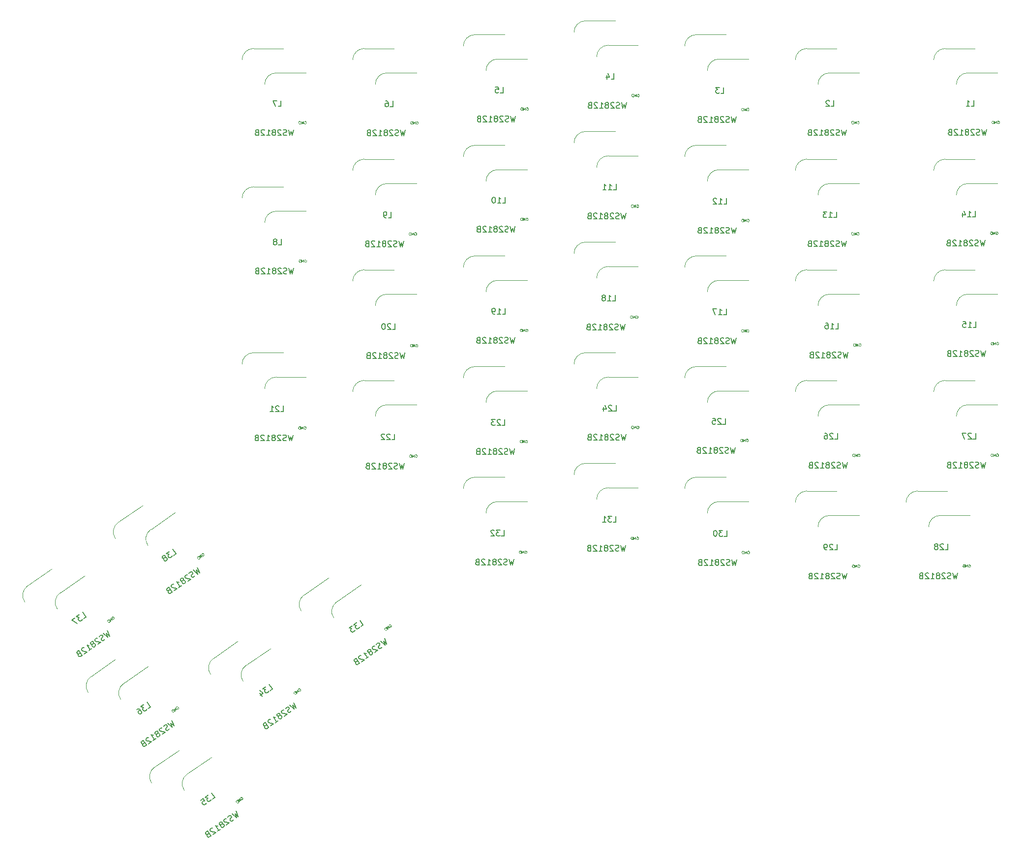
<source format=gbr>
%TF.GenerationSoftware,KiCad,Pcbnew,9.0.1*%
%TF.CreationDate,2025-07-25T20:29:54-04:00*%
%TF.ProjectId,splitboard right,73706c69-7462-46f6-9172-642072696768,rev?*%
%TF.SameCoordinates,Original*%
%TF.FileFunction,Legend,Bot*%
%TF.FilePolarity,Positive*%
%FSLAX46Y46*%
G04 Gerber Fmt 4.6, Leading zero omitted, Abs format (unit mm)*
G04 Created by KiCad (PCBNEW 9.0.1) date 2025-07-25 20:29:54*
%MOMM*%
%LPD*%
G01*
G04 APERTURE LIST*
%ADD10C,0.150000*%
%ADD11C,0.120000*%
%ADD12C,0.000000*%
G04 APERTURE END LIST*
D10*
X97742857Y-75844819D02*
X98219047Y-75844819D01*
X98219047Y-75844819D02*
X98219047Y-74844819D01*
X97457142Y-74940057D02*
X97409523Y-74892438D01*
X97409523Y-74892438D02*
X97314285Y-74844819D01*
X97314285Y-74844819D02*
X97076190Y-74844819D01*
X97076190Y-74844819D02*
X96980952Y-74892438D01*
X96980952Y-74892438D02*
X96933333Y-74940057D01*
X96933333Y-74940057D02*
X96885714Y-75035295D01*
X96885714Y-75035295D02*
X96885714Y-75130533D01*
X96885714Y-75130533D02*
X96933333Y-75273390D01*
X96933333Y-75273390D02*
X97504761Y-75844819D01*
X97504761Y-75844819D02*
X96885714Y-75844819D01*
X96266666Y-74844819D02*
X96171428Y-74844819D01*
X96171428Y-74844819D02*
X96076190Y-74892438D01*
X96076190Y-74892438D02*
X96028571Y-74940057D01*
X96028571Y-74940057D02*
X95980952Y-75035295D01*
X95980952Y-75035295D02*
X95933333Y-75225771D01*
X95933333Y-75225771D02*
X95933333Y-75463866D01*
X95933333Y-75463866D02*
X95980952Y-75654342D01*
X95980952Y-75654342D02*
X96028571Y-75749580D01*
X96028571Y-75749580D02*
X96076190Y-75797200D01*
X96076190Y-75797200D02*
X96171428Y-75844819D01*
X96171428Y-75844819D02*
X96266666Y-75844819D01*
X96266666Y-75844819D02*
X96361904Y-75797200D01*
X96361904Y-75797200D02*
X96409523Y-75749580D01*
X96409523Y-75749580D02*
X96457142Y-75654342D01*
X96457142Y-75654342D02*
X96504761Y-75463866D01*
X96504761Y-75463866D02*
X96504761Y-75225771D01*
X96504761Y-75225771D02*
X96457142Y-75035295D01*
X96457142Y-75035295D02*
X96409523Y-74940057D01*
X96409523Y-74940057D02*
X96361904Y-74892438D01*
X96361904Y-74892438D02*
X96266666Y-74844819D01*
X99909523Y-79844819D02*
X99671428Y-80844819D01*
X99671428Y-80844819D02*
X99480952Y-80130533D01*
X99480952Y-80130533D02*
X99290476Y-80844819D01*
X99290476Y-80844819D02*
X99052381Y-79844819D01*
X98719047Y-80797200D02*
X98576190Y-80844819D01*
X98576190Y-80844819D02*
X98338095Y-80844819D01*
X98338095Y-80844819D02*
X98242857Y-80797200D01*
X98242857Y-80797200D02*
X98195238Y-80749580D01*
X98195238Y-80749580D02*
X98147619Y-80654342D01*
X98147619Y-80654342D02*
X98147619Y-80559104D01*
X98147619Y-80559104D02*
X98195238Y-80463866D01*
X98195238Y-80463866D02*
X98242857Y-80416247D01*
X98242857Y-80416247D02*
X98338095Y-80368628D01*
X98338095Y-80368628D02*
X98528571Y-80321009D01*
X98528571Y-80321009D02*
X98623809Y-80273390D01*
X98623809Y-80273390D02*
X98671428Y-80225771D01*
X98671428Y-80225771D02*
X98719047Y-80130533D01*
X98719047Y-80130533D02*
X98719047Y-80035295D01*
X98719047Y-80035295D02*
X98671428Y-79940057D01*
X98671428Y-79940057D02*
X98623809Y-79892438D01*
X98623809Y-79892438D02*
X98528571Y-79844819D01*
X98528571Y-79844819D02*
X98290476Y-79844819D01*
X98290476Y-79844819D02*
X98147619Y-79892438D01*
X97766666Y-79940057D02*
X97719047Y-79892438D01*
X97719047Y-79892438D02*
X97623809Y-79844819D01*
X97623809Y-79844819D02*
X97385714Y-79844819D01*
X97385714Y-79844819D02*
X97290476Y-79892438D01*
X97290476Y-79892438D02*
X97242857Y-79940057D01*
X97242857Y-79940057D02*
X97195238Y-80035295D01*
X97195238Y-80035295D02*
X97195238Y-80130533D01*
X97195238Y-80130533D02*
X97242857Y-80273390D01*
X97242857Y-80273390D02*
X97814285Y-80844819D01*
X97814285Y-80844819D02*
X97195238Y-80844819D01*
X96623809Y-80273390D02*
X96719047Y-80225771D01*
X96719047Y-80225771D02*
X96766666Y-80178152D01*
X96766666Y-80178152D02*
X96814285Y-80082914D01*
X96814285Y-80082914D02*
X96814285Y-80035295D01*
X96814285Y-80035295D02*
X96766666Y-79940057D01*
X96766666Y-79940057D02*
X96719047Y-79892438D01*
X96719047Y-79892438D02*
X96623809Y-79844819D01*
X96623809Y-79844819D02*
X96433333Y-79844819D01*
X96433333Y-79844819D02*
X96338095Y-79892438D01*
X96338095Y-79892438D02*
X96290476Y-79940057D01*
X96290476Y-79940057D02*
X96242857Y-80035295D01*
X96242857Y-80035295D02*
X96242857Y-80082914D01*
X96242857Y-80082914D02*
X96290476Y-80178152D01*
X96290476Y-80178152D02*
X96338095Y-80225771D01*
X96338095Y-80225771D02*
X96433333Y-80273390D01*
X96433333Y-80273390D02*
X96623809Y-80273390D01*
X96623809Y-80273390D02*
X96719047Y-80321009D01*
X96719047Y-80321009D02*
X96766666Y-80368628D01*
X96766666Y-80368628D02*
X96814285Y-80463866D01*
X96814285Y-80463866D02*
X96814285Y-80654342D01*
X96814285Y-80654342D02*
X96766666Y-80749580D01*
X96766666Y-80749580D02*
X96719047Y-80797200D01*
X96719047Y-80797200D02*
X96623809Y-80844819D01*
X96623809Y-80844819D02*
X96433333Y-80844819D01*
X96433333Y-80844819D02*
X96338095Y-80797200D01*
X96338095Y-80797200D02*
X96290476Y-80749580D01*
X96290476Y-80749580D02*
X96242857Y-80654342D01*
X96242857Y-80654342D02*
X96242857Y-80463866D01*
X96242857Y-80463866D02*
X96290476Y-80368628D01*
X96290476Y-80368628D02*
X96338095Y-80321009D01*
X96338095Y-80321009D02*
X96433333Y-80273390D01*
X95290476Y-80844819D02*
X95861904Y-80844819D01*
X95576190Y-80844819D02*
X95576190Y-79844819D01*
X95576190Y-79844819D02*
X95671428Y-79987676D01*
X95671428Y-79987676D02*
X95766666Y-80082914D01*
X95766666Y-80082914D02*
X95861904Y-80130533D01*
X94909523Y-79940057D02*
X94861904Y-79892438D01*
X94861904Y-79892438D02*
X94766666Y-79844819D01*
X94766666Y-79844819D02*
X94528571Y-79844819D01*
X94528571Y-79844819D02*
X94433333Y-79892438D01*
X94433333Y-79892438D02*
X94385714Y-79940057D01*
X94385714Y-79940057D02*
X94338095Y-80035295D01*
X94338095Y-80035295D02*
X94338095Y-80130533D01*
X94338095Y-80130533D02*
X94385714Y-80273390D01*
X94385714Y-80273390D02*
X94957142Y-80844819D01*
X94957142Y-80844819D02*
X94338095Y-80844819D01*
X93576190Y-80321009D02*
X93433333Y-80368628D01*
X93433333Y-80368628D02*
X93385714Y-80416247D01*
X93385714Y-80416247D02*
X93338095Y-80511485D01*
X93338095Y-80511485D02*
X93338095Y-80654342D01*
X93338095Y-80654342D02*
X93385714Y-80749580D01*
X93385714Y-80749580D02*
X93433333Y-80797200D01*
X93433333Y-80797200D02*
X93528571Y-80844819D01*
X93528571Y-80844819D02*
X93909523Y-80844819D01*
X93909523Y-80844819D02*
X93909523Y-79844819D01*
X93909523Y-79844819D02*
X93576190Y-79844819D01*
X93576190Y-79844819D02*
X93480952Y-79892438D01*
X93480952Y-79892438D02*
X93433333Y-79940057D01*
X93433333Y-79940057D02*
X93385714Y-80035295D01*
X93385714Y-80035295D02*
X93385714Y-80130533D01*
X93385714Y-80130533D02*
X93433333Y-80225771D01*
X93433333Y-80225771D02*
X93480952Y-80273390D01*
X93480952Y-80273390D02*
X93576190Y-80321009D01*
X93576190Y-80321009D02*
X93909523Y-80321009D01*
X192892857Y-113774819D02*
X193369047Y-113774819D01*
X193369047Y-113774819D02*
X193369047Y-112774819D01*
X192607142Y-112870057D02*
X192559523Y-112822438D01*
X192559523Y-112822438D02*
X192464285Y-112774819D01*
X192464285Y-112774819D02*
X192226190Y-112774819D01*
X192226190Y-112774819D02*
X192130952Y-112822438D01*
X192130952Y-112822438D02*
X192083333Y-112870057D01*
X192083333Y-112870057D02*
X192035714Y-112965295D01*
X192035714Y-112965295D02*
X192035714Y-113060533D01*
X192035714Y-113060533D02*
X192083333Y-113203390D01*
X192083333Y-113203390D02*
X192654761Y-113774819D01*
X192654761Y-113774819D02*
X192035714Y-113774819D01*
X191464285Y-113203390D02*
X191559523Y-113155771D01*
X191559523Y-113155771D02*
X191607142Y-113108152D01*
X191607142Y-113108152D02*
X191654761Y-113012914D01*
X191654761Y-113012914D02*
X191654761Y-112965295D01*
X191654761Y-112965295D02*
X191607142Y-112870057D01*
X191607142Y-112870057D02*
X191559523Y-112822438D01*
X191559523Y-112822438D02*
X191464285Y-112774819D01*
X191464285Y-112774819D02*
X191273809Y-112774819D01*
X191273809Y-112774819D02*
X191178571Y-112822438D01*
X191178571Y-112822438D02*
X191130952Y-112870057D01*
X191130952Y-112870057D02*
X191083333Y-112965295D01*
X191083333Y-112965295D02*
X191083333Y-113012914D01*
X191083333Y-113012914D02*
X191130952Y-113108152D01*
X191130952Y-113108152D02*
X191178571Y-113155771D01*
X191178571Y-113155771D02*
X191273809Y-113203390D01*
X191273809Y-113203390D02*
X191464285Y-113203390D01*
X191464285Y-113203390D02*
X191559523Y-113251009D01*
X191559523Y-113251009D02*
X191607142Y-113298628D01*
X191607142Y-113298628D02*
X191654761Y-113393866D01*
X191654761Y-113393866D02*
X191654761Y-113584342D01*
X191654761Y-113584342D02*
X191607142Y-113679580D01*
X191607142Y-113679580D02*
X191559523Y-113727200D01*
X191559523Y-113727200D02*
X191464285Y-113774819D01*
X191464285Y-113774819D02*
X191273809Y-113774819D01*
X191273809Y-113774819D02*
X191178571Y-113727200D01*
X191178571Y-113727200D02*
X191130952Y-113679580D01*
X191130952Y-113679580D02*
X191083333Y-113584342D01*
X191083333Y-113584342D02*
X191083333Y-113393866D01*
X191083333Y-113393866D02*
X191130952Y-113298628D01*
X191130952Y-113298628D02*
X191178571Y-113251009D01*
X191178571Y-113251009D02*
X191273809Y-113203390D01*
X195059523Y-117774819D02*
X194821428Y-118774819D01*
X194821428Y-118774819D02*
X194630952Y-118060533D01*
X194630952Y-118060533D02*
X194440476Y-118774819D01*
X194440476Y-118774819D02*
X194202381Y-117774819D01*
X193869047Y-118727200D02*
X193726190Y-118774819D01*
X193726190Y-118774819D02*
X193488095Y-118774819D01*
X193488095Y-118774819D02*
X193392857Y-118727200D01*
X193392857Y-118727200D02*
X193345238Y-118679580D01*
X193345238Y-118679580D02*
X193297619Y-118584342D01*
X193297619Y-118584342D02*
X193297619Y-118489104D01*
X193297619Y-118489104D02*
X193345238Y-118393866D01*
X193345238Y-118393866D02*
X193392857Y-118346247D01*
X193392857Y-118346247D02*
X193488095Y-118298628D01*
X193488095Y-118298628D02*
X193678571Y-118251009D01*
X193678571Y-118251009D02*
X193773809Y-118203390D01*
X193773809Y-118203390D02*
X193821428Y-118155771D01*
X193821428Y-118155771D02*
X193869047Y-118060533D01*
X193869047Y-118060533D02*
X193869047Y-117965295D01*
X193869047Y-117965295D02*
X193821428Y-117870057D01*
X193821428Y-117870057D02*
X193773809Y-117822438D01*
X193773809Y-117822438D02*
X193678571Y-117774819D01*
X193678571Y-117774819D02*
X193440476Y-117774819D01*
X193440476Y-117774819D02*
X193297619Y-117822438D01*
X192916666Y-117870057D02*
X192869047Y-117822438D01*
X192869047Y-117822438D02*
X192773809Y-117774819D01*
X192773809Y-117774819D02*
X192535714Y-117774819D01*
X192535714Y-117774819D02*
X192440476Y-117822438D01*
X192440476Y-117822438D02*
X192392857Y-117870057D01*
X192392857Y-117870057D02*
X192345238Y-117965295D01*
X192345238Y-117965295D02*
X192345238Y-118060533D01*
X192345238Y-118060533D02*
X192392857Y-118203390D01*
X192392857Y-118203390D02*
X192964285Y-118774819D01*
X192964285Y-118774819D02*
X192345238Y-118774819D01*
X191773809Y-118203390D02*
X191869047Y-118155771D01*
X191869047Y-118155771D02*
X191916666Y-118108152D01*
X191916666Y-118108152D02*
X191964285Y-118012914D01*
X191964285Y-118012914D02*
X191964285Y-117965295D01*
X191964285Y-117965295D02*
X191916666Y-117870057D01*
X191916666Y-117870057D02*
X191869047Y-117822438D01*
X191869047Y-117822438D02*
X191773809Y-117774819D01*
X191773809Y-117774819D02*
X191583333Y-117774819D01*
X191583333Y-117774819D02*
X191488095Y-117822438D01*
X191488095Y-117822438D02*
X191440476Y-117870057D01*
X191440476Y-117870057D02*
X191392857Y-117965295D01*
X191392857Y-117965295D02*
X191392857Y-118012914D01*
X191392857Y-118012914D02*
X191440476Y-118108152D01*
X191440476Y-118108152D02*
X191488095Y-118155771D01*
X191488095Y-118155771D02*
X191583333Y-118203390D01*
X191583333Y-118203390D02*
X191773809Y-118203390D01*
X191773809Y-118203390D02*
X191869047Y-118251009D01*
X191869047Y-118251009D02*
X191916666Y-118298628D01*
X191916666Y-118298628D02*
X191964285Y-118393866D01*
X191964285Y-118393866D02*
X191964285Y-118584342D01*
X191964285Y-118584342D02*
X191916666Y-118679580D01*
X191916666Y-118679580D02*
X191869047Y-118727200D01*
X191869047Y-118727200D02*
X191773809Y-118774819D01*
X191773809Y-118774819D02*
X191583333Y-118774819D01*
X191583333Y-118774819D02*
X191488095Y-118727200D01*
X191488095Y-118727200D02*
X191440476Y-118679580D01*
X191440476Y-118679580D02*
X191392857Y-118584342D01*
X191392857Y-118584342D02*
X191392857Y-118393866D01*
X191392857Y-118393866D02*
X191440476Y-118298628D01*
X191440476Y-118298628D02*
X191488095Y-118251009D01*
X191488095Y-118251009D02*
X191583333Y-118203390D01*
X190440476Y-118774819D02*
X191011904Y-118774819D01*
X190726190Y-118774819D02*
X190726190Y-117774819D01*
X190726190Y-117774819D02*
X190821428Y-117917676D01*
X190821428Y-117917676D02*
X190916666Y-118012914D01*
X190916666Y-118012914D02*
X191011904Y-118060533D01*
X190059523Y-117870057D02*
X190011904Y-117822438D01*
X190011904Y-117822438D02*
X189916666Y-117774819D01*
X189916666Y-117774819D02*
X189678571Y-117774819D01*
X189678571Y-117774819D02*
X189583333Y-117822438D01*
X189583333Y-117822438D02*
X189535714Y-117870057D01*
X189535714Y-117870057D02*
X189488095Y-117965295D01*
X189488095Y-117965295D02*
X189488095Y-118060533D01*
X189488095Y-118060533D02*
X189535714Y-118203390D01*
X189535714Y-118203390D02*
X190107142Y-118774819D01*
X190107142Y-118774819D02*
X189488095Y-118774819D01*
X188726190Y-118251009D02*
X188583333Y-118298628D01*
X188583333Y-118298628D02*
X188535714Y-118346247D01*
X188535714Y-118346247D02*
X188488095Y-118441485D01*
X188488095Y-118441485D02*
X188488095Y-118584342D01*
X188488095Y-118584342D02*
X188535714Y-118679580D01*
X188535714Y-118679580D02*
X188583333Y-118727200D01*
X188583333Y-118727200D02*
X188678571Y-118774819D01*
X188678571Y-118774819D02*
X189059523Y-118774819D01*
X189059523Y-118774819D02*
X189059523Y-117774819D01*
X189059523Y-117774819D02*
X188726190Y-117774819D01*
X188726190Y-117774819D02*
X188630952Y-117822438D01*
X188630952Y-117822438D02*
X188583333Y-117870057D01*
X188583333Y-117870057D02*
X188535714Y-117965295D01*
X188535714Y-117965295D02*
X188535714Y-118060533D01*
X188535714Y-118060533D02*
X188583333Y-118155771D01*
X188583333Y-118155771D02*
X188630952Y-118203390D01*
X188630952Y-118203390D02*
X188726190Y-118251009D01*
X188726190Y-118251009D02*
X189059523Y-118251009D01*
X97336666Y-37474819D02*
X97812856Y-37474819D01*
X97812856Y-37474819D02*
X97812856Y-36474819D01*
X96574761Y-36474819D02*
X96765237Y-36474819D01*
X96765237Y-36474819D02*
X96860475Y-36522438D01*
X96860475Y-36522438D02*
X96908094Y-36570057D01*
X96908094Y-36570057D02*
X97003332Y-36712914D01*
X97003332Y-36712914D02*
X97050951Y-36903390D01*
X97050951Y-36903390D02*
X97050951Y-37284342D01*
X97050951Y-37284342D02*
X97003332Y-37379580D01*
X97003332Y-37379580D02*
X96955713Y-37427200D01*
X96955713Y-37427200D02*
X96860475Y-37474819D01*
X96860475Y-37474819D02*
X96669999Y-37474819D01*
X96669999Y-37474819D02*
X96574761Y-37427200D01*
X96574761Y-37427200D02*
X96527142Y-37379580D01*
X96527142Y-37379580D02*
X96479523Y-37284342D01*
X96479523Y-37284342D02*
X96479523Y-37046247D01*
X96479523Y-37046247D02*
X96527142Y-36951009D01*
X96527142Y-36951009D02*
X96574761Y-36903390D01*
X96574761Y-36903390D02*
X96669999Y-36855771D01*
X96669999Y-36855771D02*
X96860475Y-36855771D01*
X96860475Y-36855771D02*
X96955713Y-36903390D01*
X96955713Y-36903390D02*
X97003332Y-36951009D01*
X97003332Y-36951009D02*
X97050951Y-37046247D01*
X99979523Y-41474819D02*
X99741428Y-42474819D01*
X99741428Y-42474819D02*
X99550952Y-41760533D01*
X99550952Y-41760533D02*
X99360476Y-42474819D01*
X99360476Y-42474819D02*
X99122381Y-41474819D01*
X98789047Y-42427200D02*
X98646190Y-42474819D01*
X98646190Y-42474819D02*
X98408095Y-42474819D01*
X98408095Y-42474819D02*
X98312857Y-42427200D01*
X98312857Y-42427200D02*
X98265238Y-42379580D01*
X98265238Y-42379580D02*
X98217619Y-42284342D01*
X98217619Y-42284342D02*
X98217619Y-42189104D01*
X98217619Y-42189104D02*
X98265238Y-42093866D01*
X98265238Y-42093866D02*
X98312857Y-42046247D01*
X98312857Y-42046247D02*
X98408095Y-41998628D01*
X98408095Y-41998628D02*
X98598571Y-41951009D01*
X98598571Y-41951009D02*
X98693809Y-41903390D01*
X98693809Y-41903390D02*
X98741428Y-41855771D01*
X98741428Y-41855771D02*
X98789047Y-41760533D01*
X98789047Y-41760533D02*
X98789047Y-41665295D01*
X98789047Y-41665295D02*
X98741428Y-41570057D01*
X98741428Y-41570057D02*
X98693809Y-41522438D01*
X98693809Y-41522438D02*
X98598571Y-41474819D01*
X98598571Y-41474819D02*
X98360476Y-41474819D01*
X98360476Y-41474819D02*
X98217619Y-41522438D01*
X97836666Y-41570057D02*
X97789047Y-41522438D01*
X97789047Y-41522438D02*
X97693809Y-41474819D01*
X97693809Y-41474819D02*
X97455714Y-41474819D01*
X97455714Y-41474819D02*
X97360476Y-41522438D01*
X97360476Y-41522438D02*
X97312857Y-41570057D01*
X97312857Y-41570057D02*
X97265238Y-41665295D01*
X97265238Y-41665295D02*
X97265238Y-41760533D01*
X97265238Y-41760533D02*
X97312857Y-41903390D01*
X97312857Y-41903390D02*
X97884285Y-42474819D01*
X97884285Y-42474819D02*
X97265238Y-42474819D01*
X96693809Y-41903390D02*
X96789047Y-41855771D01*
X96789047Y-41855771D02*
X96836666Y-41808152D01*
X96836666Y-41808152D02*
X96884285Y-41712914D01*
X96884285Y-41712914D02*
X96884285Y-41665295D01*
X96884285Y-41665295D02*
X96836666Y-41570057D01*
X96836666Y-41570057D02*
X96789047Y-41522438D01*
X96789047Y-41522438D02*
X96693809Y-41474819D01*
X96693809Y-41474819D02*
X96503333Y-41474819D01*
X96503333Y-41474819D02*
X96408095Y-41522438D01*
X96408095Y-41522438D02*
X96360476Y-41570057D01*
X96360476Y-41570057D02*
X96312857Y-41665295D01*
X96312857Y-41665295D02*
X96312857Y-41712914D01*
X96312857Y-41712914D02*
X96360476Y-41808152D01*
X96360476Y-41808152D02*
X96408095Y-41855771D01*
X96408095Y-41855771D02*
X96503333Y-41903390D01*
X96503333Y-41903390D02*
X96693809Y-41903390D01*
X96693809Y-41903390D02*
X96789047Y-41951009D01*
X96789047Y-41951009D02*
X96836666Y-41998628D01*
X96836666Y-41998628D02*
X96884285Y-42093866D01*
X96884285Y-42093866D02*
X96884285Y-42284342D01*
X96884285Y-42284342D02*
X96836666Y-42379580D01*
X96836666Y-42379580D02*
X96789047Y-42427200D01*
X96789047Y-42427200D02*
X96693809Y-42474819D01*
X96693809Y-42474819D02*
X96503333Y-42474819D01*
X96503333Y-42474819D02*
X96408095Y-42427200D01*
X96408095Y-42427200D02*
X96360476Y-42379580D01*
X96360476Y-42379580D02*
X96312857Y-42284342D01*
X96312857Y-42284342D02*
X96312857Y-42093866D01*
X96312857Y-42093866D02*
X96360476Y-41998628D01*
X96360476Y-41998628D02*
X96408095Y-41951009D01*
X96408095Y-41951009D02*
X96503333Y-41903390D01*
X95360476Y-42474819D02*
X95931904Y-42474819D01*
X95646190Y-42474819D02*
X95646190Y-41474819D01*
X95646190Y-41474819D02*
X95741428Y-41617676D01*
X95741428Y-41617676D02*
X95836666Y-41712914D01*
X95836666Y-41712914D02*
X95931904Y-41760533D01*
X94979523Y-41570057D02*
X94931904Y-41522438D01*
X94931904Y-41522438D02*
X94836666Y-41474819D01*
X94836666Y-41474819D02*
X94598571Y-41474819D01*
X94598571Y-41474819D02*
X94503333Y-41522438D01*
X94503333Y-41522438D02*
X94455714Y-41570057D01*
X94455714Y-41570057D02*
X94408095Y-41665295D01*
X94408095Y-41665295D02*
X94408095Y-41760533D01*
X94408095Y-41760533D02*
X94455714Y-41903390D01*
X94455714Y-41903390D02*
X95027142Y-42474819D01*
X95027142Y-42474819D02*
X94408095Y-42474819D01*
X93646190Y-41951009D02*
X93503333Y-41998628D01*
X93503333Y-41998628D02*
X93455714Y-42046247D01*
X93455714Y-42046247D02*
X93408095Y-42141485D01*
X93408095Y-42141485D02*
X93408095Y-42284342D01*
X93408095Y-42284342D02*
X93455714Y-42379580D01*
X93455714Y-42379580D02*
X93503333Y-42427200D01*
X93503333Y-42427200D02*
X93598571Y-42474819D01*
X93598571Y-42474819D02*
X93979523Y-42474819D01*
X93979523Y-42474819D02*
X93979523Y-41474819D01*
X93979523Y-41474819D02*
X93646190Y-41474819D01*
X93646190Y-41474819D02*
X93550952Y-41522438D01*
X93550952Y-41522438D02*
X93503333Y-41570057D01*
X93503333Y-41570057D02*
X93455714Y-41665295D01*
X93455714Y-41665295D02*
X93455714Y-41760533D01*
X93455714Y-41760533D02*
X93503333Y-41855771D01*
X93503333Y-41855771D02*
X93550952Y-41903390D01*
X93550952Y-41903390D02*
X93646190Y-41951009D01*
X93646190Y-41951009D02*
X93979523Y-41951009D01*
X135742857Y-108994819D02*
X136219047Y-108994819D01*
X136219047Y-108994819D02*
X136219047Y-107994819D01*
X135504761Y-107994819D02*
X134885714Y-107994819D01*
X134885714Y-107994819D02*
X135219047Y-108375771D01*
X135219047Y-108375771D02*
X135076190Y-108375771D01*
X135076190Y-108375771D02*
X134980952Y-108423390D01*
X134980952Y-108423390D02*
X134933333Y-108471009D01*
X134933333Y-108471009D02*
X134885714Y-108566247D01*
X134885714Y-108566247D02*
X134885714Y-108804342D01*
X134885714Y-108804342D02*
X134933333Y-108899580D01*
X134933333Y-108899580D02*
X134980952Y-108947200D01*
X134980952Y-108947200D02*
X135076190Y-108994819D01*
X135076190Y-108994819D02*
X135361904Y-108994819D01*
X135361904Y-108994819D02*
X135457142Y-108947200D01*
X135457142Y-108947200D02*
X135504761Y-108899580D01*
X133933333Y-108994819D02*
X134504761Y-108994819D01*
X134219047Y-108994819D02*
X134219047Y-107994819D01*
X134219047Y-107994819D02*
X134314285Y-108137676D01*
X134314285Y-108137676D02*
X134409523Y-108232914D01*
X134409523Y-108232914D02*
X134504761Y-108280533D01*
X137909523Y-112994819D02*
X137671428Y-113994819D01*
X137671428Y-113994819D02*
X137480952Y-113280533D01*
X137480952Y-113280533D02*
X137290476Y-113994819D01*
X137290476Y-113994819D02*
X137052381Y-112994819D01*
X136719047Y-113947200D02*
X136576190Y-113994819D01*
X136576190Y-113994819D02*
X136338095Y-113994819D01*
X136338095Y-113994819D02*
X136242857Y-113947200D01*
X136242857Y-113947200D02*
X136195238Y-113899580D01*
X136195238Y-113899580D02*
X136147619Y-113804342D01*
X136147619Y-113804342D02*
X136147619Y-113709104D01*
X136147619Y-113709104D02*
X136195238Y-113613866D01*
X136195238Y-113613866D02*
X136242857Y-113566247D01*
X136242857Y-113566247D02*
X136338095Y-113518628D01*
X136338095Y-113518628D02*
X136528571Y-113471009D01*
X136528571Y-113471009D02*
X136623809Y-113423390D01*
X136623809Y-113423390D02*
X136671428Y-113375771D01*
X136671428Y-113375771D02*
X136719047Y-113280533D01*
X136719047Y-113280533D02*
X136719047Y-113185295D01*
X136719047Y-113185295D02*
X136671428Y-113090057D01*
X136671428Y-113090057D02*
X136623809Y-113042438D01*
X136623809Y-113042438D02*
X136528571Y-112994819D01*
X136528571Y-112994819D02*
X136290476Y-112994819D01*
X136290476Y-112994819D02*
X136147619Y-113042438D01*
X135766666Y-113090057D02*
X135719047Y-113042438D01*
X135719047Y-113042438D02*
X135623809Y-112994819D01*
X135623809Y-112994819D02*
X135385714Y-112994819D01*
X135385714Y-112994819D02*
X135290476Y-113042438D01*
X135290476Y-113042438D02*
X135242857Y-113090057D01*
X135242857Y-113090057D02*
X135195238Y-113185295D01*
X135195238Y-113185295D02*
X135195238Y-113280533D01*
X135195238Y-113280533D02*
X135242857Y-113423390D01*
X135242857Y-113423390D02*
X135814285Y-113994819D01*
X135814285Y-113994819D02*
X135195238Y-113994819D01*
X134623809Y-113423390D02*
X134719047Y-113375771D01*
X134719047Y-113375771D02*
X134766666Y-113328152D01*
X134766666Y-113328152D02*
X134814285Y-113232914D01*
X134814285Y-113232914D02*
X134814285Y-113185295D01*
X134814285Y-113185295D02*
X134766666Y-113090057D01*
X134766666Y-113090057D02*
X134719047Y-113042438D01*
X134719047Y-113042438D02*
X134623809Y-112994819D01*
X134623809Y-112994819D02*
X134433333Y-112994819D01*
X134433333Y-112994819D02*
X134338095Y-113042438D01*
X134338095Y-113042438D02*
X134290476Y-113090057D01*
X134290476Y-113090057D02*
X134242857Y-113185295D01*
X134242857Y-113185295D02*
X134242857Y-113232914D01*
X134242857Y-113232914D02*
X134290476Y-113328152D01*
X134290476Y-113328152D02*
X134338095Y-113375771D01*
X134338095Y-113375771D02*
X134433333Y-113423390D01*
X134433333Y-113423390D02*
X134623809Y-113423390D01*
X134623809Y-113423390D02*
X134719047Y-113471009D01*
X134719047Y-113471009D02*
X134766666Y-113518628D01*
X134766666Y-113518628D02*
X134814285Y-113613866D01*
X134814285Y-113613866D02*
X134814285Y-113804342D01*
X134814285Y-113804342D02*
X134766666Y-113899580D01*
X134766666Y-113899580D02*
X134719047Y-113947200D01*
X134719047Y-113947200D02*
X134623809Y-113994819D01*
X134623809Y-113994819D02*
X134433333Y-113994819D01*
X134433333Y-113994819D02*
X134338095Y-113947200D01*
X134338095Y-113947200D02*
X134290476Y-113899580D01*
X134290476Y-113899580D02*
X134242857Y-113804342D01*
X134242857Y-113804342D02*
X134242857Y-113613866D01*
X134242857Y-113613866D02*
X134290476Y-113518628D01*
X134290476Y-113518628D02*
X134338095Y-113471009D01*
X134338095Y-113471009D02*
X134433333Y-113423390D01*
X133290476Y-113994819D02*
X133861904Y-113994819D01*
X133576190Y-113994819D02*
X133576190Y-112994819D01*
X133576190Y-112994819D02*
X133671428Y-113137676D01*
X133671428Y-113137676D02*
X133766666Y-113232914D01*
X133766666Y-113232914D02*
X133861904Y-113280533D01*
X132909523Y-113090057D02*
X132861904Y-113042438D01*
X132861904Y-113042438D02*
X132766666Y-112994819D01*
X132766666Y-112994819D02*
X132528571Y-112994819D01*
X132528571Y-112994819D02*
X132433333Y-113042438D01*
X132433333Y-113042438D02*
X132385714Y-113090057D01*
X132385714Y-113090057D02*
X132338095Y-113185295D01*
X132338095Y-113185295D02*
X132338095Y-113280533D01*
X132338095Y-113280533D02*
X132385714Y-113423390D01*
X132385714Y-113423390D02*
X132957142Y-113994819D01*
X132957142Y-113994819D02*
X132338095Y-113994819D01*
X131576190Y-113471009D02*
X131433333Y-113518628D01*
X131433333Y-113518628D02*
X131385714Y-113566247D01*
X131385714Y-113566247D02*
X131338095Y-113661485D01*
X131338095Y-113661485D02*
X131338095Y-113804342D01*
X131338095Y-113804342D02*
X131385714Y-113899580D01*
X131385714Y-113899580D02*
X131433333Y-113947200D01*
X131433333Y-113947200D02*
X131528571Y-113994819D01*
X131528571Y-113994819D02*
X131909523Y-113994819D01*
X131909523Y-113994819D02*
X131909523Y-112994819D01*
X131909523Y-112994819D02*
X131576190Y-112994819D01*
X131576190Y-112994819D02*
X131480952Y-113042438D01*
X131480952Y-113042438D02*
X131433333Y-113090057D01*
X131433333Y-113090057D02*
X131385714Y-113185295D01*
X131385714Y-113185295D02*
X131385714Y-113280533D01*
X131385714Y-113280533D02*
X131433333Y-113375771D01*
X131433333Y-113375771D02*
X131480952Y-113423390D01*
X131480952Y-113423390D02*
X131576190Y-113471009D01*
X131576190Y-113471009D02*
X131909523Y-113471009D01*
X92323530Y-127015958D02*
X92713602Y-126742826D01*
X92713602Y-126742826D02*
X92140026Y-125923674D01*
X91554917Y-126333372D02*
X91047823Y-126688443D01*
X91047823Y-126688443D02*
X91539379Y-126809308D01*
X91539379Y-126809308D02*
X91422357Y-126891248D01*
X91422357Y-126891248D02*
X91371656Y-126984882D01*
X91371656Y-126984882D02*
X91359962Y-127051202D01*
X91359962Y-127051202D02*
X91375581Y-127156530D01*
X91375581Y-127156530D02*
X91512147Y-127351566D01*
X91512147Y-127351566D02*
X91605780Y-127402267D01*
X91605780Y-127402267D02*
X91672101Y-127413961D01*
X91672101Y-127413961D02*
X91777428Y-127398342D01*
X91777428Y-127398342D02*
X92011472Y-127234463D01*
X92011472Y-127234463D02*
X92062173Y-127140830D01*
X92062173Y-127140830D02*
X92073867Y-127074509D01*
X90774772Y-126879635D02*
X90267678Y-127234706D01*
X90267678Y-127234706D02*
X90759234Y-127355572D01*
X90759234Y-127355572D02*
X90642212Y-127437511D01*
X90642212Y-127437511D02*
X90591511Y-127531145D01*
X90591511Y-127531145D02*
X90579817Y-127597465D01*
X90579817Y-127597465D02*
X90595436Y-127702793D01*
X90595436Y-127702793D02*
X90732002Y-127897829D01*
X90732002Y-127897829D02*
X90825635Y-127948530D01*
X90825635Y-127948530D02*
X90891956Y-127960224D01*
X90891956Y-127960224D02*
X90997283Y-127944605D01*
X90997283Y-127944605D02*
X91231327Y-127780726D01*
X91231327Y-127780726D02*
X91282028Y-127687093D01*
X91282028Y-127687093D02*
X91293722Y-127620772D01*
X96392665Y-129049817D02*
X96771205Y-130005534D01*
X96771205Y-130005534D02*
X96205479Y-129529678D01*
X96205479Y-129529678D02*
X96459147Y-130224040D01*
X96459147Y-130224040D02*
X95690534Y-129541453D01*
X95963747Y-130512790D02*
X95874039Y-130633737D01*
X95874039Y-130633737D02*
X95679002Y-130770303D01*
X95679002Y-130770303D02*
X95573675Y-130785922D01*
X95573675Y-130785922D02*
X95507354Y-130774228D01*
X95507354Y-130774228D02*
X95413721Y-130723527D01*
X95413721Y-130723527D02*
X95359094Y-130645512D01*
X95359094Y-130645512D02*
X95343475Y-130540184D01*
X95343475Y-130540184D02*
X95355169Y-130473864D01*
X95355169Y-130473864D02*
X95405871Y-130380230D01*
X95405871Y-130380230D02*
X95534587Y-130231971D01*
X95534587Y-130231971D02*
X95585288Y-130138337D01*
X95585288Y-130138337D02*
X95596982Y-130072017D01*
X95596982Y-130072017D02*
X95581363Y-129966689D01*
X95581363Y-129966689D02*
X95526737Y-129888674D01*
X95526737Y-129888674D02*
X95433103Y-129837973D01*
X95433103Y-129837973D02*
X95366783Y-129826279D01*
X95366783Y-129826279D02*
X95261455Y-129841898D01*
X95261455Y-129841898D02*
X95066419Y-129978464D01*
X95066419Y-129978464D02*
X94976710Y-130099411D01*
X94691965Y-130356923D02*
X94625645Y-130345229D01*
X94625645Y-130345229D02*
X94520317Y-130360848D01*
X94520317Y-130360848D02*
X94325281Y-130497414D01*
X94325281Y-130497414D02*
X94274580Y-130591048D01*
X94274580Y-130591048D02*
X94262886Y-130657368D01*
X94262886Y-130657368D02*
X94278505Y-130762696D01*
X94278505Y-130762696D02*
X94333131Y-130840710D01*
X94333131Y-130840710D02*
X94454078Y-130930419D01*
X94454078Y-130930419D02*
X95249923Y-131070748D01*
X95249923Y-131070748D02*
X94742829Y-131425819D01*
X93946984Y-131285490D02*
X93997685Y-131191856D01*
X93997685Y-131191856D02*
X94009379Y-131125536D01*
X94009379Y-131125536D02*
X93993760Y-131020208D01*
X93993760Y-131020208D02*
X93966447Y-130981201D01*
X93966447Y-130981201D02*
X93872813Y-130930500D01*
X93872813Y-130930500D02*
X93806493Y-130918806D01*
X93806493Y-130918806D02*
X93701165Y-130934425D01*
X93701165Y-130934425D02*
X93545136Y-131043677D01*
X93545136Y-131043677D02*
X93494435Y-131137311D01*
X93494435Y-131137311D02*
X93482741Y-131203631D01*
X93482741Y-131203631D02*
X93498360Y-131308959D01*
X93498360Y-131308959D02*
X93525673Y-131347966D01*
X93525673Y-131347966D02*
X93619307Y-131398668D01*
X93619307Y-131398668D02*
X93685627Y-131410362D01*
X93685627Y-131410362D02*
X93790955Y-131394743D01*
X93790955Y-131394743D02*
X93946984Y-131285490D01*
X93946984Y-131285490D02*
X94052311Y-131269871D01*
X94052311Y-131269871D02*
X94118632Y-131281565D01*
X94118632Y-131281565D02*
X94212265Y-131332266D01*
X94212265Y-131332266D02*
X94321518Y-131488295D01*
X94321518Y-131488295D02*
X94337137Y-131593623D01*
X94337137Y-131593623D02*
X94325443Y-131659943D01*
X94325443Y-131659943D02*
X94274742Y-131753577D01*
X94274742Y-131753577D02*
X94118713Y-131862829D01*
X94118713Y-131862829D02*
X94013385Y-131878449D01*
X94013385Y-131878449D02*
X93947065Y-131866754D01*
X93947065Y-131866754D02*
X93853431Y-131816053D01*
X93853431Y-131816053D02*
X93744178Y-131660024D01*
X93744178Y-131660024D02*
X93728559Y-131554697D01*
X93728559Y-131554697D02*
X93740253Y-131488376D01*
X93740253Y-131488376D02*
X93790955Y-131394743D01*
X93182539Y-132518345D02*
X93650626Y-132190587D01*
X93416582Y-132354466D02*
X92843006Y-131535314D01*
X92843006Y-131535314D02*
X93002960Y-131597710D01*
X93002960Y-131597710D02*
X93135601Y-131621098D01*
X93135601Y-131621098D02*
X93240928Y-131605479D01*
X92351531Y-131995713D02*
X92285210Y-131984019D01*
X92285210Y-131984019D02*
X92179883Y-131999638D01*
X92179883Y-131999638D02*
X91984847Y-132136204D01*
X91984847Y-132136204D02*
X91934145Y-132229838D01*
X91934145Y-132229838D02*
X91922451Y-132296158D01*
X91922451Y-132296158D02*
X91938070Y-132401486D01*
X91938070Y-132401486D02*
X91992697Y-132479500D01*
X91992697Y-132479500D02*
X92113643Y-132569209D01*
X92113643Y-132569209D02*
X92909488Y-132709538D01*
X92909488Y-132709538D02*
X92402394Y-133064609D01*
X91477833Y-133072540D02*
X91388125Y-133193486D01*
X91388125Y-133193486D02*
X91376431Y-133259807D01*
X91376431Y-133259807D02*
X91392050Y-133365135D01*
X91392050Y-133365135D02*
X91473989Y-133482156D01*
X91473989Y-133482156D02*
X91567623Y-133532858D01*
X91567623Y-133532858D02*
X91633943Y-133544552D01*
X91633943Y-133544552D02*
X91739271Y-133528933D01*
X91739271Y-133528933D02*
X92051329Y-133310427D01*
X92051329Y-133310427D02*
X91477752Y-132491275D01*
X91477752Y-132491275D02*
X91204702Y-132682467D01*
X91204702Y-132682467D02*
X91154000Y-132776101D01*
X91154000Y-132776101D02*
X91142306Y-132842421D01*
X91142306Y-132842421D02*
X91157925Y-132947749D01*
X91157925Y-132947749D02*
X91212552Y-133025763D01*
X91212552Y-133025763D02*
X91306185Y-133076465D01*
X91306185Y-133076465D02*
X91372506Y-133088159D01*
X91372506Y-133088159D02*
X91477833Y-133072540D01*
X91477833Y-133072540D02*
X91750884Y-132881348D01*
X197692857Y-94684819D02*
X198169047Y-94684819D01*
X198169047Y-94684819D02*
X198169047Y-93684819D01*
X197407142Y-93780057D02*
X197359523Y-93732438D01*
X197359523Y-93732438D02*
X197264285Y-93684819D01*
X197264285Y-93684819D02*
X197026190Y-93684819D01*
X197026190Y-93684819D02*
X196930952Y-93732438D01*
X196930952Y-93732438D02*
X196883333Y-93780057D01*
X196883333Y-93780057D02*
X196835714Y-93875295D01*
X196835714Y-93875295D02*
X196835714Y-93970533D01*
X196835714Y-93970533D02*
X196883333Y-94113390D01*
X196883333Y-94113390D02*
X197454761Y-94684819D01*
X197454761Y-94684819D02*
X196835714Y-94684819D01*
X196502380Y-93684819D02*
X195835714Y-93684819D01*
X195835714Y-93684819D02*
X196264285Y-94684819D01*
X199859523Y-98684819D02*
X199621428Y-99684819D01*
X199621428Y-99684819D02*
X199430952Y-98970533D01*
X199430952Y-98970533D02*
X199240476Y-99684819D01*
X199240476Y-99684819D02*
X199002381Y-98684819D01*
X198669047Y-99637200D02*
X198526190Y-99684819D01*
X198526190Y-99684819D02*
X198288095Y-99684819D01*
X198288095Y-99684819D02*
X198192857Y-99637200D01*
X198192857Y-99637200D02*
X198145238Y-99589580D01*
X198145238Y-99589580D02*
X198097619Y-99494342D01*
X198097619Y-99494342D02*
X198097619Y-99399104D01*
X198097619Y-99399104D02*
X198145238Y-99303866D01*
X198145238Y-99303866D02*
X198192857Y-99256247D01*
X198192857Y-99256247D02*
X198288095Y-99208628D01*
X198288095Y-99208628D02*
X198478571Y-99161009D01*
X198478571Y-99161009D02*
X198573809Y-99113390D01*
X198573809Y-99113390D02*
X198621428Y-99065771D01*
X198621428Y-99065771D02*
X198669047Y-98970533D01*
X198669047Y-98970533D02*
X198669047Y-98875295D01*
X198669047Y-98875295D02*
X198621428Y-98780057D01*
X198621428Y-98780057D02*
X198573809Y-98732438D01*
X198573809Y-98732438D02*
X198478571Y-98684819D01*
X198478571Y-98684819D02*
X198240476Y-98684819D01*
X198240476Y-98684819D02*
X198097619Y-98732438D01*
X197716666Y-98780057D02*
X197669047Y-98732438D01*
X197669047Y-98732438D02*
X197573809Y-98684819D01*
X197573809Y-98684819D02*
X197335714Y-98684819D01*
X197335714Y-98684819D02*
X197240476Y-98732438D01*
X197240476Y-98732438D02*
X197192857Y-98780057D01*
X197192857Y-98780057D02*
X197145238Y-98875295D01*
X197145238Y-98875295D02*
X197145238Y-98970533D01*
X197145238Y-98970533D02*
X197192857Y-99113390D01*
X197192857Y-99113390D02*
X197764285Y-99684819D01*
X197764285Y-99684819D02*
X197145238Y-99684819D01*
X196573809Y-99113390D02*
X196669047Y-99065771D01*
X196669047Y-99065771D02*
X196716666Y-99018152D01*
X196716666Y-99018152D02*
X196764285Y-98922914D01*
X196764285Y-98922914D02*
X196764285Y-98875295D01*
X196764285Y-98875295D02*
X196716666Y-98780057D01*
X196716666Y-98780057D02*
X196669047Y-98732438D01*
X196669047Y-98732438D02*
X196573809Y-98684819D01*
X196573809Y-98684819D02*
X196383333Y-98684819D01*
X196383333Y-98684819D02*
X196288095Y-98732438D01*
X196288095Y-98732438D02*
X196240476Y-98780057D01*
X196240476Y-98780057D02*
X196192857Y-98875295D01*
X196192857Y-98875295D02*
X196192857Y-98922914D01*
X196192857Y-98922914D02*
X196240476Y-99018152D01*
X196240476Y-99018152D02*
X196288095Y-99065771D01*
X196288095Y-99065771D02*
X196383333Y-99113390D01*
X196383333Y-99113390D02*
X196573809Y-99113390D01*
X196573809Y-99113390D02*
X196669047Y-99161009D01*
X196669047Y-99161009D02*
X196716666Y-99208628D01*
X196716666Y-99208628D02*
X196764285Y-99303866D01*
X196764285Y-99303866D02*
X196764285Y-99494342D01*
X196764285Y-99494342D02*
X196716666Y-99589580D01*
X196716666Y-99589580D02*
X196669047Y-99637200D01*
X196669047Y-99637200D02*
X196573809Y-99684819D01*
X196573809Y-99684819D02*
X196383333Y-99684819D01*
X196383333Y-99684819D02*
X196288095Y-99637200D01*
X196288095Y-99637200D02*
X196240476Y-99589580D01*
X196240476Y-99589580D02*
X196192857Y-99494342D01*
X196192857Y-99494342D02*
X196192857Y-99303866D01*
X196192857Y-99303866D02*
X196240476Y-99208628D01*
X196240476Y-99208628D02*
X196288095Y-99161009D01*
X196288095Y-99161009D02*
X196383333Y-99113390D01*
X195240476Y-99684819D02*
X195811904Y-99684819D01*
X195526190Y-99684819D02*
X195526190Y-98684819D01*
X195526190Y-98684819D02*
X195621428Y-98827676D01*
X195621428Y-98827676D02*
X195716666Y-98922914D01*
X195716666Y-98922914D02*
X195811904Y-98970533D01*
X194859523Y-98780057D02*
X194811904Y-98732438D01*
X194811904Y-98732438D02*
X194716666Y-98684819D01*
X194716666Y-98684819D02*
X194478571Y-98684819D01*
X194478571Y-98684819D02*
X194383333Y-98732438D01*
X194383333Y-98732438D02*
X194335714Y-98780057D01*
X194335714Y-98780057D02*
X194288095Y-98875295D01*
X194288095Y-98875295D02*
X194288095Y-98970533D01*
X194288095Y-98970533D02*
X194335714Y-99113390D01*
X194335714Y-99113390D02*
X194907142Y-99684819D01*
X194907142Y-99684819D02*
X194288095Y-99684819D01*
X193526190Y-99161009D02*
X193383333Y-99208628D01*
X193383333Y-99208628D02*
X193335714Y-99256247D01*
X193335714Y-99256247D02*
X193288095Y-99351485D01*
X193288095Y-99351485D02*
X193288095Y-99494342D01*
X193288095Y-99494342D02*
X193335714Y-99589580D01*
X193335714Y-99589580D02*
X193383333Y-99637200D01*
X193383333Y-99637200D02*
X193478571Y-99684819D01*
X193478571Y-99684819D02*
X193859523Y-99684819D01*
X193859523Y-99684819D02*
X193859523Y-98684819D01*
X193859523Y-98684819D02*
X193526190Y-98684819D01*
X193526190Y-98684819D02*
X193430952Y-98732438D01*
X193430952Y-98732438D02*
X193383333Y-98780057D01*
X193383333Y-98780057D02*
X193335714Y-98875295D01*
X193335714Y-98875295D02*
X193335714Y-98970533D01*
X193335714Y-98970533D02*
X193383333Y-99065771D01*
X193383333Y-99065771D02*
X193430952Y-99113390D01*
X193430952Y-99113390D02*
X193526190Y-99161009D01*
X193526190Y-99161009D02*
X193859523Y-99161009D01*
X173712857Y-56564819D02*
X174189047Y-56564819D01*
X174189047Y-56564819D02*
X174189047Y-55564819D01*
X172855714Y-56564819D02*
X173427142Y-56564819D01*
X173141428Y-56564819D02*
X173141428Y-55564819D01*
X173141428Y-55564819D02*
X173236666Y-55707676D01*
X173236666Y-55707676D02*
X173331904Y-55802914D01*
X173331904Y-55802914D02*
X173427142Y-55850533D01*
X172522380Y-55564819D02*
X171903333Y-55564819D01*
X171903333Y-55564819D02*
X172236666Y-55945771D01*
X172236666Y-55945771D02*
X172093809Y-55945771D01*
X172093809Y-55945771D02*
X171998571Y-55993390D01*
X171998571Y-55993390D02*
X171950952Y-56041009D01*
X171950952Y-56041009D02*
X171903333Y-56136247D01*
X171903333Y-56136247D02*
X171903333Y-56374342D01*
X171903333Y-56374342D02*
X171950952Y-56469580D01*
X171950952Y-56469580D02*
X171998571Y-56517200D01*
X171998571Y-56517200D02*
X172093809Y-56564819D01*
X172093809Y-56564819D02*
X172379523Y-56564819D01*
X172379523Y-56564819D02*
X172474761Y-56517200D01*
X172474761Y-56517200D02*
X172522380Y-56469580D01*
X175879523Y-60564819D02*
X175641428Y-61564819D01*
X175641428Y-61564819D02*
X175450952Y-60850533D01*
X175450952Y-60850533D02*
X175260476Y-61564819D01*
X175260476Y-61564819D02*
X175022381Y-60564819D01*
X174689047Y-61517200D02*
X174546190Y-61564819D01*
X174546190Y-61564819D02*
X174308095Y-61564819D01*
X174308095Y-61564819D02*
X174212857Y-61517200D01*
X174212857Y-61517200D02*
X174165238Y-61469580D01*
X174165238Y-61469580D02*
X174117619Y-61374342D01*
X174117619Y-61374342D02*
X174117619Y-61279104D01*
X174117619Y-61279104D02*
X174165238Y-61183866D01*
X174165238Y-61183866D02*
X174212857Y-61136247D01*
X174212857Y-61136247D02*
X174308095Y-61088628D01*
X174308095Y-61088628D02*
X174498571Y-61041009D01*
X174498571Y-61041009D02*
X174593809Y-60993390D01*
X174593809Y-60993390D02*
X174641428Y-60945771D01*
X174641428Y-60945771D02*
X174689047Y-60850533D01*
X174689047Y-60850533D02*
X174689047Y-60755295D01*
X174689047Y-60755295D02*
X174641428Y-60660057D01*
X174641428Y-60660057D02*
X174593809Y-60612438D01*
X174593809Y-60612438D02*
X174498571Y-60564819D01*
X174498571Y-60564819D02*
X174260476Y-60564819D01*
X174260476Y-60564819D02*
X174117619Y-60612438D01*
X173736666Y-60660057D02*
X173689047Y-60612438D01*
X173689047Y-60612438D02*
X173593809Y-60564819D01*
X173593809Y-60564819D02*
X173355714Y-60564819D01*
X173355714Y-60564819D02*
X173260476Y-60612438D01*
X173260476Y-60612438D02*
X173212857Y-60660057D01*
X173212857Y-60660057D02*
X173165238Y-60755295D01*
X173165238Y-60755295D02*
X173165238Y-60850533D01*
X173165238Y-60850533D02*
X173212857Y-60993390D01*
X173212857Y-60993390D02*
X173784285Y-61564819D01*
X173784285Y-61564819D02*
X173165238Y-61564819D01*
X172593809Y-60993390D02*
X172689047Y-60945771D01*
X172689047Y-60945771D02*
X172736666Y-60898152D01*
X172736666Y-60898152D02*
X172784285Y-60802914D01*
X172784285Y-60802914D02*
X172784285Y-60755295D01*
X172784285Y-60755295D02*
X172736666Y-60660057D01*
X172736666Y-60660057D02*
X172689047Y-60612438D01*
X172689047Y-60612438D02*
X172593809Y-60564819D01*
X172593809Y-60564819D02*
X172403333Y-60564819D01*
X172403333Y-60564819D02*
X172308095Y-60612438D01*
X172308095Y-60612438D02*
X172260476Y-60660057D01*
X172260476Y-60660057D02*
X172212857Y-60755295D01*
X172212857Y-60755295D02*
X172212857Y-60802914D01*
X172212857Y-60802914D02*
X172260476Y-60898152D01*
X172260476Y-60898152D02*
X172308095Y-60945771D01*
X172308095Y-60945771D02*
X172403333Y-60993390D01*
X172403333Y-60993390D02*
X172593809Y-60993390D01*
X172593809Y-60993390D02*
X172689047Y-61041009D01*
X172689047Y-61041009D02*
X172736666Y-61088628D01*
X172736666Y-61088628D02*
X172784285Y-61183866D01*
X172784285Y-61183866D02*
X172784285Y-61374342D01*
X172784285Y-61374342D02*
X172736666Y-61469580D01*
X172736666Y-61469580D02*
X172689047Y-61517200D01*
X172689047Y-61517200D02*
X172593809Y-61564819D01*
X172593809Y-61564819D02*
X172403333Y-61564819D01*
X172403333Y-61564819D02*
X172308095Y-61517200D01*
X172308095Y-61517200D02*
X172260476Y-61469580D01*
X172260476Y-61469580D02*
X172212857Y-61374342D01*
X172212857Y-61374342D02*
X172212857Y-61183866D01*
X172212857Y-61183866D02*
X172260476Y-61088628D01*
X172260476Y-61088628D02*
X172308095Y-61041009D01*
X172308095Y-61041009D02*
X172403333Y-60993390D01*
X171260476Y-61564819D02*
X171831904Y-61564819D01*
X171546190Y-61564819D02*
X171546190Y-60564819D01*
X171546190Y-60564819D02*
X171641428Y-60707676D01*
X171641428Y-60707676D02*
X171736666Y-60802914D01*
X171736666Y-60802914D02*
X171831904Y-60850533D01*
X170879523Y-60660057D02*
X170831904Y-60612438D01*
X170831904Y-60612438D02*
X170736666Y-60564819D01*
X170736666Y-60564819D02*
X170498571Y-60564819D01*
X170498571Y-60564819D02*
X170403333Y-60612438D01*
X170403333Y-60612438D02*
X170355714Y-60660057D01*
X170355714Y-60660057D02*
X170308095Y-60755295D01*
X170308095Y-60755295D02*
X170308095Y-60850533D01*
X170308095Y-60850533D02*
X170355714Y-60993390D01*
X170355714Y-60993390D02*
X170927142Y-61564819D01*
X170927142Y-61564819D02*
X170308095Y-61564819D01*
X169546190Y-61041009D02*
X169403333Y-61088628D01*
X169403333Y-61088628D02*
X169355714Y-61136247D01*
X169355714Y-61136247D02*
X169308095Y-61231485D01*
X169308095Y-61231485D02*
X169308095Y-61374342D01*
X169308095Y-61374342D02*
X169355714Y-61469580D01*
X169355714Y-61469580D02*
X169403333Y-61517200D01*
X169403333Y-61517200D02*
X169498571Y-61564819D01*
X169498571Y-61564819D02*
X169879523Y-61564819D01*
X169879523Y-61564819D02*
X169879523Y-60564819D01*
X169879523Y-60564819D02*
X169546190Y-60564819D01*
X169546190Y-60564819D02*
X169450952Y-60612438D01*
X169450952Y-60612438D02*
X169403333Y-60660057D01*
X169403333Y-60660057D02*
X169355714Y-60755295D01*
X169355714Y-60755295D02*
X169355714Y-60850533D01*
X169355714Y-60850533D02*
X169403333Y-60945771D01*
X169403333Y-60945771D02*
X169450952Y-60993390D01*
X169450952Y-60993390D02*
X169546190Y-61041009D01*
X169546190Y-61041009D02*
X169879523Y-61041009D01*
X78502857Y-90004819D02*
X78979047Y-90004819D01*
X78979047Y-90004819D02*
X78979047Y-89004819D01*
X78217142Y-89100057D02*
X78169523Y-89052438D01*
X78169523Y-89052438D02*
X78074285Y-89004819D01*
X78074285Y-89004819D02*
X77836190Y-89004819D01*
X77836190Y-89004819D02*
X77740952Y-89052438D01*
X77740952Y-89052438D02*
X77693333Y-89100057D01*
X77693333Y-89100057D02*
X77645714Y-89195295D01*
X77645714Y-89195295D02*
X77645714Y-89290533D01*
X77645714Y-89290533D02*
X77693333Y-89433390D01*
X77693333Y-89433390D02*
X78264761Y-90004819D01*
X78264761Y-90004819D02*
X77645714Y-90004819D01*
X76693333Y-90004819D02*
X77264761Y-90004819D01*
X76979047Y-90004819D02*
X76979047Y-89004819D01*
X76979047Y-89004819D02*
X77074285Y-89147676D01*
X77074285Y-89147676D02*
X77169523Y-89242914D01*
X77169523Y-89242914D02*
X77264761Y-89290533D01*
X80669523Y-94004819D02*
X80431428Y-95004819D01*
X80431428Y-95004819D02*
X80240952Y-94290533D01*
X80240952Y-94290533D02*
X80050476Y-95004819D01*
X80050476Y-95004819D02*
X79812381Y-94004819D01*
X79479047Y-94957200D02*
X79336190Y-95004819D01*
X79336190Y-95004819D02*
X79098095Y-95004819D01*
X79098095Y-95004819D02*
X79002857Y-94957200D01*
X79002857Y-94957200D02*
X78955238Y-94909580D01*
X78955238Y-94909580D02*
X78907619Y-94814342D01*
X78907619Y-94814342D02*
X78907619Y-94719104D01*
X78907619Y-94719104D02*
X78955238Y-94623866D01*
X78955238Y-94623866D02*
X79002857Y-94576247D01*
X79002857Y-94576247D02*
X79098095Y-94528628D01*
X79098095Y-94528628D02*
X79288571Y-94481009D01*
X79288571Y-94481009D02*
X79383809Y-94433390D01*
X79383809Y-94433390D02*
X79431428Y-94385771D01*
X79431428Y-94385771D02*
X79479047Y-94290533D01*
X79479047Y-94290533D02*
X79479047Y-94195295D01*
X79479047Y-94195295D02*
X79431428Y-94100057D01*
X79431428Y-94100057D02*
X79383809Y-94052438D01*
X79383809Y-94052438D02*
X79288571Y-94004819D01*
X79288571Y-94004819D02*
X79050476Y-94004819D01*
X79050476Y-94004819D02*
X78907619Y-94052438D01*
X78526666Y-94100057D02*
X78479047Y-94052438D01*
X78479047Y-94052438D02*
X78383809Y-94004819D01*
X78383809Y-94004819D02*
X78145714Y-94004819D01*
X78145714Y-94004819D02*
X78050476Y-94052438D01*
X78050476Y-94052438D02*
X78002857Y-94100057D01*
X78002857Y-94100057D02*
X77955238Y-94195295D01*
X77955238Y-94195295D02*
X77955238Y-94290533D01*
X77955238Y-94290533D02*
X78002857Y-94433390D01*
X78002857Y-94433390D02*
X78574285Y-95004819D01*
X78574285Y-95004819D02*
X77955238Y-95004819D01*
X77383809Y-94433390D02*
X77479047Y-94385771D01*
X77479047Y-94385771D02*
X77526666Y-94338152D01*
X77526666Y-94338152D02*
X77574285Y-94242914D01*
X77574285Y-94242914D02*
X77574285Y-94195295D01*
X77574285Y-94195295D02*
X77526666Y-94100057D01*
X77526666Y-94100057D02*
X77479047Y-94052438D01*
X77479047Y-94052438D02*
X77383809Y-94004819D01*
X77383809Y-94004819D02*
X77193333Y-94004819D01*
X77193333Y-94004819D02*
X77098095Y-94052438D01*
X77098095Y-94052438D02*
X77050476Y-94100057D01*
X77050476Y-94100057D02*
X77002857Y-94195295D01*
X77002857Y-94195295D02*
X77002857Y-94242914D01*
X77002857Y-94242914D02*
X77050476Y-94338152D01*
X77050476Y-94338152D02*
X77098095Y-94385771D01*
X77098095Y-94385771D02*
X77193333Y-94433390D01*
X77193333Y-94433390D02*
X77383809Y-94433390D01*
X77383809Y-94433390D02*
X77479047Y-94481009D01*
X77479047Y-94481009D02*
X77526666Y-94528628D01*
X77526666Y-94528628D02*
X77574285Y-94623866D01*
X77574285Y-94623866D02*
X77574285Y-94814342D01*
X77574285Y-94814342D02*
X77526666Y-94909580D01*
X77526666Y-94909580D02*
X77479047Y-94957200D01*
X77479047Y-94957200D02*
X77383809Y-95004819D01*
X77383809Y-95004819D02*
X77193333Y-95004819D01*
X77193333Y-95004819D02*
X77098095Y-94957200D01*
X77098095Y-94957200D02*
X77050476Y-94909580D01*
X77050476Y-94909580D02*
X77002857Y-94814342D01*
X77002857Y-94814342D02*
X77002857Y-94623866D01*
X77002857Y-94623866D02*
X77050476Y-94528628D01*
X77050476Y-94528628D02*
X77098095Y-94481009D01*
X77098095Y-94481009D02*
X77193333Y-94433390D01*
X76050476Y-95004819D02*
X76621904Y-95004819D01*
X76336190Y-95004819D02*
X76336190Y-94004819D01*
X76336190Y-94004819D02*
X76431428Y-94147676D01*
X76431428Y-94147676D02*
X76526666Y-94242914D01*
X76526666Y-94242914D02*
X76621904Y-94290533D01*
X75669523Y-94100057D02*
X75621904Y-94052438D01*
X75621904Y-94052438D02*
X75526666Y-94004819D01*
X75526666Y-94004819D02*
X75288571Y-94004819D01*
X75288571Y-94004819D02*
X75193333Y-94052438D01*
X75193333Y-94052438D02*
X75145714Y-94100057D01*
X75145714Y-94100057D02*
X75098095Y-94195295D01*
X75098095Y-94195295D02*
X75098095Y-94290533D01*
X75098095Y-94290533D02*
X75145714Y-94433390D01*
X75145714Y-94433390D02*
X75717142Y-95004819D01*
X75717142Y-95004819D02*
X75098095Y-95004819D01*
X74336190Y-94481009D02*
X74193333Y-94528628D01*
X74193333Y-94528628D02*
X74145714Y-94576247D01*
X74145714Y-94576247D02*
X74098095Y-94671485D01*
X74098095Y-94671485D02*
X74098095Y-94814342D01*
X74098095Y-94814342D02*
X74145714Y-94909580D01*
X74145714Y-94909580D02*
X74193333Y-94957200D01*
X74193333Y-94957200D02*
X74288571Y-95004819D01*
X74288571Y-95004819D02*
X74669523Y-95004819D01*
X74669523Y-95004819D02*
X74669523Y-94004819D01*
X74669523Y-94004819D02*
X74336190Y-94004819D01*
X74336190Y-94004819D02*
X74240952Y-94052438D01*
X74240952Y-94052438D02*
X74193333Y-94100057D01*
X74193333Y-94100057D02*
X74145714Y-94195295D01*
X74145714Y-94195295D02*
X74145714Y-94290533D01*
X74145714Y-94290533D02*
X74193333Y-94385771D01*
X74193333Y-94385771D02*
X74240952Y-94433390D01*
X74240952Y-94433390D02*
X74336190Y-94481009D01*
X74336190Y-94481009D02*
X74669523Y-94481009D01*
X154742857Y-73284819D02*
X155219047Y-73284819D01*
X155219047Y-73284819D02*
X155219047Y-72284819D01*
X153885714Y-73284819D02*
X154457142Y-73284819D01*
X154171428Y-73284819D02*
X154171428Y-72284819D01*
X154171428Y-72284819D02*
X154266666Y-72427676D01*
X154266666Y-72427676D02*
X154361904Y-72522914D01*
X154361904Y-72522914D02*
X154457142Y-72570533D01*
X153552380Y-72284819D02*
X152885714Y-72284819D01*
X152885714Y-72284819D02*
X153314285Y-73284819D01*
X156909523Y-77284819D02*
X156671428Y-78284819D01*
X156671428Y-78284819D02*
X156480952Y-77570533D01*
X156480952Y-77570533D02*
X156290476Y-78284819D01*
X156290476Y-78284819D02*
X156052381Y-77284819D01*
X155719047Y-78237200D02*
X155576190Y-78284819D01*
X155576190Y-78284819D02*
X155338095Y-78284819D01*
X155338095Y-78284819D02*
X155242857Y-78237200D01*
X155242857Y-78237200D02*
X155195238Y-78189580D01*
X155195238Y-78189580D02*
X155147619Y-78094342D01*
X155147619Y-78094342D02*
X155147619Y-77999104D01*
X155147619Y-77999104D02*
X155195238Y-77903866D01*
X155195238Y-77903866D02*
X155242857Y-77856247D01*
X155242857Y-77856247D02*
X155338095Y-77808628D01*
X155338095Y-77808628D02*
X155528571Y-77761009D01*
X155528571Y-77761009D02*
X155623809Y-77713390D01*
X155623809Y-77713390D02*
X155671428Y-77665771D01*
X155671428Y-77665771D02*
X155719047Y-77570533D01*
X155719047Y-77570533D02*
X155719047Y-77475295D01*
X155719047Y-77475295D02*
X155671428Y-77380057D01*
X155671428Y-77380057D02*
X155623809Y-77332438D01*
X155623809Y-77332438D02*
X155528571Y-77284819D01*
X155528571Y-77284819D02*
X155290476Y-77284819D01*
X155290476Y-77284819D02*
X155147619Y-77332438D01*
X154766666Y-77380057D02*
X154719047Y-77332438D01*
X154719047Y-77332438D02*
X154623809Y-77284819D01*
X154623809Y-77284819D02*
X154385714Y-77284819D01*
X154385714Y-77284819D02*
X154290476Y-77332438D01*
X154290476Y-77332438D02*
X154242857Y-77380057D01*
X154242857Y-77380057D02*
X154195238Y-77475295D01*
X154195238Y-77475295D02*
X154195238Y-77570533D01*
X154195238Y-77570533D02*
X154242857Y-77713390D01*
X154242857Y-77713390D02*
X154814285Y-78284819D01*
X154814285Y-78284819D02*
X154195238Y-78284819D01*
X153623809Y-77713390D02*
X153719047Y-77665771D01*
X153719047Y-77665771D02*
X153766666Y-77618152D01*
X153766666Y-77618152D02*
X153814285Y-77522914D01*
X153814285Y-77522914D02*
X153814285Y-77475295D01*
X153814285Y-77475295D02*
X153766666Y-77380057D01*
X153766666Y-77380057D02*
X153719047Y-77332438D01*
X153719047Y-77332438D02*
X153623809Y-77284819D01*
X153623809Y-77284819D02*
X153433333Y-77284819D01*
X153433333Y-77284819D02*
X153338095Y-77332438D01*
X153338095Y-77332438D02*
X153290476Y-77380057D01*
X153290476Y-77380057D02*
X153242857Y-77475295D01*
X153242857Y-77475295D02*
X153242857Y-77522914D01*
X153242857Y-77522914D02*
X153290476Y-77618152D01*
X153290476Y-77618152D02*
X153338095Y-77665771D01*
X153338095Y-77665771D02*
X153433333Y-77713390D01*
X153433333Y-77713390D02*
X153623809Y-77713390D01*
X153623809Y-77713390D02*
X153719047Y-77761009D01*
X153719047Y-77761009D02*
X153766666Y-77808628D01*
X153766666Y-77808628D02*
X153814285Y-77903866D01*
X153814285Y-77903866D02*
X153814285Y-78094342D01*
X153814285Y-78094342D02*
X153766666Y-78189580D01*
X153766666Y-78189580D02*
X153719047Y-78237200D01*
X153719047Y-78237200D02*
X153623809Y-78284819D01*
X153623809Y-78284819D02*
X153433333Y-78284819D01*
X153433333Y-78284819D02*
X153338095Y-78237200D01*
X153338095Y-78237200D02*
X153290476Y-78189580D01*
X153290476Y-78189580D02*
X153242857Y-78094342D01*
X153242857Y-78094342D02*
X153242857Y-77903866D01*
X153242857Y-77903866D02*
X153290476Y-77808628D01*
X153290476Y-77808628D02*
X153338095Y-77761009D01*
X153338095Y-77761009D02*
X153433333Y-77713390D01*
X152290476Y-78284819D02*
X152861904Y-78284819D01*
X152576190Y-78284819D02*
X152576190Y-77284819D01*
X152576190Y-77284819D02*
X152671428Y-77427676D01*
X152671428Y-77427676D02*
X152766666Y-77522914D01*
X152766666Y-77522914D02*
X152861904Y-77570533D01*
X151909523Y-77380057D02*
X151861904Y-77332438D01*
X151861904Y-77332438D02*
X151766666Y-77284819D01*
X151766666Y-77284819D02*
X151528571Y-77284819D01*
X151528571Y-77284819D02*
X151433333Y-77332438D01*
X151433333Y-77332438D02*
X151385714Y-77380057D01*
X151385714Y-77380057D02*
X151338095Y-77475295D01*
X151338095Y-77475295D02*
X151338095Y-77570533D01*
X151338095Y-77570533D02*
X151385714Y-77713390D01*
X151385714Y-77713390D02*
X151957142Y-78284819D01*
X151957142Y-78284819D02*
X151338095Y-78284819D01*
X150576190Y-77761009D02*
X150433333Y-77808628D01*
X150433333Y-77808628D02*
X150385714Y-77856247D01*
X150385714Y-77856247D02*
X150338095Y-77951485D01*
X150338095Y-77951485D02*
X150338095Y-78094342D01*
X150338095Y-78094342D02*
X150385714Y-78189580D01*
X150385714Y-78189580D02*
X150433333Y-78237200D01*
X150433333Y-78237200D02*
X150528571Y-78284819D01*
X150528571Y-78284819D02*
X150909523Y-78284819D01*
X150909523Y-78284819D02*
X150909523Y-77284819D01*
X150909523Y-77284819D02*
X150576190Y-77284819D01*
X150576190Y-77284819D02*
X150480952Y-77332438D01*
X150480952Y-77332438D02*
X150433333Y-77380057D01*
X150433333Y-77380057D02*
X150385714Y-77475295D01*
X150385714Y-77475295D02*
X150385714Y-77570533D01*
X150385714Y-77570533D02*
X150433333Y-77665771D01*
X150433333Y-77665771D02*
X150480952Y-77713390D01*
X150480952Y-77713390D02*
X150576190Y-77761009D01*
X150576190Y-77761009D02*
X150909523Y-77761009D01*
X44623530Y-125655958D02*
X45013602Y-125382826D01*
X45013602Y-125382826D02*
X44440026Y-124563674D01*
X43854917Y-124973372D02*
X43347823Y-125328443D01*
X43347823Y-125328443D02*
X43839379Y-125449308D01*
X43839379Y-125449308D02*
X43722357Y-125531248D01*
X43722357Y-125531248D02*
X43671656Y-125624882D01*
X43671656Y-125624882D02*
X43659962Y-125691202D01*
X43659962Y-125691202D02*
X43675581Y-125796530D01*
X43675581Y-125796530D02*
X43812147Y-125991566D01*
X43812147Y-125991566D02*
X43905780Y-126042267D01*
X43905780Y-126042267D02*
X43972101Y-126053961D01*
X43972101Y-126053961D02*
X44077428Y-126038342D01*
X44077428Y-126038342D02*
X44311472Y-125874463D01*
X44311472Y-125874463D02*
X44362173Y-125780830D01*
X44362173Y-125780830D02*
X44373867Y-125714509D01*
X43074772Y-125519635D02*
X42528671Y-125902019D01*
X42528671Y-125902019D02*
X43453312Y-126475353D01*
X48692665Y-127689817D02*
X49071205Y-128645534D01*
X49071205Y-128645534D02*
X48505479Y-128169678D01*
X48505479Y-128169678D02*
X48759147Y-128864040D01*
X48759147Y-128864040D02*
X47990534Y-128181453D01*
X48263747Y-129152790D02*
X48174039Y-129273737D01*
X48174039Y-129273737D02*
X47979002Y-129410303D01*
X47979002Y-129410303D02*
X47873675Y-129425922D01*
X47873675Y-129425922D02*
X47807354Y-129414228D01*
X47807354Y-129414228D02*
X47713721Y-129363527D01*
X47713721Y-129363527D02*
X47659094Y-129285512D01*
X47659094Y-129285512D02*
X47643475Y-129180184D01*
X47643475Y-129180184D02*
X47655169Y-129113864D01*
X47655169Y-129113864D02*
X47705871Y-129020230D01*
X47705871Y-129020230D02*
X47834587Y-128871971D01*
X47834587Y-128871971D02*
X47885288Y-128778337D01*
X47885288Y-128778337D02*
X47896982Y-128712017D01*
X47896982Y-128712017D02*
X47881363Y-128606689D01*
X47881363Y-128606689D02*
X47826737Y-128528674D01*
X47826737Y-128528674D02*
X47733103Y-128477973D01*
X47733103Y-128477973D02*
X47666783Y-128466279D01*
X47666783Y-128466279D02*
X47561455Y-128481898D01*
X47561455Y-128481898D02*
X47366419Y-128618464D01*
X47366419Y-128618464D02*
X47276710Y-128739411D01*
X46991965Y-128996923D02*
X46925645Y-128985229D01*
X46925645Y-128985229D02*
X46820317Y-129000848D01*
X46820317Y-129000848D02*
X46625281Y-129137414D01*
X46625281Y-129137414D02*
X46574580Y-129231048D01*
X46574580Y-129231048D02*
X46562886Y-129297368D01*
X46562886Y-129297368D02*
X46578505Y-129402696D01*
X46578505Y-129402696D02*
X46633131Y-129480710D01*
X46633131Y-129480710D02*
X46754078Y-129570419D01*
X46754078Y-129570419D02*
X47549923Y-129710748D01*
X47549923Y-129710748D02*
X47042829Y-130065819D01*
X46246984Y-129925490D02*
X46297685Y-129831856D01*
X46297685Y-129831856D02*
X46309379Y-129765536D01*
X46309379Y-129765536D02*
X46293760Y-129660208D01*
X46293760Y-129660208D02*
X46266447Y-129621201D01*
X46266447Y-129621201D02*
X46172813Y-129570500D01*
X46172813Y-129570500D02*
X46106493Y-129558806D01*
X46106493Y-129558806D02*
X46001165Y-129574425D01*
X46001165Y-129574425D02*
X45845136Y-129683677D01*
X45845136Y-129683677D02*
X45794435Y-129777311D01*
X45794435Y-129777311D02*
X45782741Y-129843631D01*
X45782741Y-129843631D02*
X45798360Y-129948959D01*
X45798360Y-129948959D02*
X45825673Y-129987966D01*
X45825673Y-129987966D02*
X45919307Y-130038668D01*
X45919307Y-130038668D02*
X45985627Y-130050362D01*
X45985627Y-130050362D02*
X46090955Y-130034743D01*
X46090955Y-130034743D02*
X46246984Y-129925490D01*
X46246984Y-129925490D02*
X46352311Y-129909871D01*
X46352311Y-129909871D02*
X46418632Y-129921565D01*
X46418632Y-129921565D02*
X46512265Y-129972266D01*
X46512265Y-129972266D02*
X46621518Y-130128295D01*
X46621518Y-130128295D02*
X46637137Y-130233623D01*
X46637137Y-130233623D02*
X46625443Y-130299943D01*
X46625443Y-130299943D02*
X46574742Y-130393577D01*
X46574742Y-130393577D02*
X46418713Y-130502829D01*
X46418713Y-130502829D02*
X46313385Y-130518449D01*
X46313385Y-130518449D02*
X46247065Y-130506754D01*
X46247065Y-130506754D02*
X46153431Y-130456053D01*
X46153431Y-130456053D02*
X46044178Y-130300024D01*
X46044178Y-130300024D02*
X46028559Y-130194697D01*
X46028559Y-130194697D02*
X46040253Y-130128376D01*
X46040253Y-130128376D02*
X46090955Y-130034743D01*
X45482539Y-131158345D02*
X45950626Y-130830587D01*
X45716582Y-130994466D02*
X45143006Y-130175314D01*
X45143006Y-130175314D02*
X45302960Y-130237710D01*
X45302960Y-130237710D02*
X45435601Y-130261098D01*
X45435601Y-130261098D02*
X45540928Y-130245479D01*
X44651531Y-130635713D02*
X44585210Y-130624019D01*
X44585210Y-130624019D02*
X44479883Y-130639638D01*
X44479883Y-130639638D02*
X44284847Y-130776204D01*
X44284847Y-130776204D02*
X44234145Y-130869838D01*
X44234145Y-130869838D02*
X44222451Y-130936158D01*
X44222451Y-130936158D02*
X44238070Y-131041486D01*
X44238070Y-131041486D02*
X44292697Y-131119500D01*
X44292697Y-131119500D02*
X44413643Y-131209209D01*
X44413643Y-131209209D02*
X45209488Y-131349538D01*
X45209488Y-131349538D02*
X44702394Y-131704609D01*
X43777833Y-131712540D02*
X43688125Y-131833486D01*
X43688125Y-131833486D02*
X43676431Y-131899807D01*
X43676431Y-131899807D02*
X43692050Y-132005135D01*
X43692050Y-132005135D02*
X43773989Y-132122156D01*
X43773989Y-132122156D02*
X43867623Y-132172858D01*
X43867623Y-132172858D02*
X43933943Y-132184552D01*
X43933943Y-132184552D02*
X44039271Y-132168933D01*
X44039271Y-132168933D02*
X44351329Y-131950427D01*
X44351329Y-131950427D02*
X43777752Y-131131275D01*
X43777752Y-131131275D02*
X43504702Y-131322467D01*
X43504702Y-131322467D02*
X43454000Y-131416101D01*
X43454000Y-131416101D02*
X43442306Y-131482421D01*
X43442306Y-131482421D02*
X43457925Y-131587749D01*
X43457925Y-131587749D02*
X43512552Y-131665763D01*
X43512552Y-131665763D02*
X43606185Y-131716465D01*
X43606185Y-131716465D02*
X43672506Y-131728159D01*
X43672506Y-131728159D02*
X43777833Y-131712540D01*
X43777833Y-131712540D02*
X44050884Y-131521348D01*
X154782857Y-54274819D02*
X155259047Y-54274819D01*
X155259047Y-54274819D02*
X155259047Y-53274819D01*
X153925714Y-54274819D02*
X154497142Y-54274819D01*
X154211428Y-54274819D02*
X154211428Y-53274819D01*
X154211428Y-53274819D02*
X154306666Y-53417676D01*
X154306666Y-53417676D02*
X154401904Y-53512914D01*
X154401904Y-53512914D02*
X154497142Y-53560533D01*
X153544761Y-53370057D02*
X153497142Y-53322438D01*
X153497142Y-53322438D02*
X153401904Y-53274819D01*
X153401904Y-53274819D02*
X153163809Y-53274819D01*
X153163809Y-53274819D02*
X153068571Y-53322438D01*
X153068571Y-53322438D02*
X153020952Y-53370057D01*
X153020952Y-53370057D02*
X152973333Y-53465295D01*
X152973333Y-53465295D02*
X152973333Y-53560533D01*
X152973333Y-53560533D02*
X153020952Y-53703390D01*
X153020952Y-53703390D02*
X153592380Y-54274819D01*
X153592380Y-54274819D02*
X152973333Y-54274819D01*
X156949523Y-58274819D02*
X156711428Y-59274819D01*
X156711428Y-59274819D02*
X156520952Y-58560533D01*
X156520952Y-58560533D02*
X156330476Y-59274819D01*
X156330476Y-59274819D02*
X156092381Y-58274819D01*
X155759047Y-59227200D02*
X155616190Y-59274819D01*
X155616190Y-59274819D02*
X155378095Y-59274819D01*
X155378095Y-59274819D02*
X155282857Y-59227200D01*
X155282857Y-59227200D02*
X155235238Y-59179580D01*
X155235238Y-59179580D02*
X155187619Y-59084342D01*
X155187619Y-59084342D02*
X155187619Y-58989104D01*
X155187619Y-58989104D02*
X155235238Y-58893866D01*
X155235238Y-58893866D02*
X155282857Y-58846247D01*
X155282857Y-58846247D02*
X155378095Y-58798628D01*
X155378095Y-58798628D02*
X155568571Y-58751009D01*
X155568571Y-58751009D02*
X155663809Y-58703390D01*
X155663809Y-58703390D02*
X155711428Y-58655771D01*
X155711428Y-58655771D02*
X155759047Y-58560533D01*
X155759047Y-58560533D02*
X155759047Y-58465295D01*
X155759047Y-58465295D02*
X155711428Y-58370057D01*
X155711428Y-58370057D02*
X155663809Y-58322438D01*
X155663809Y-58322438D02*
X155568571Y-58274819D01*
X155568571Y-58274819D02*
X155330476Y-58274819D01*
X155330476Y-58274819D02*
X155187619Y-58322438D01*
X154806666Y-58370057D02*
X154759047Y-58322438D01*
X154759047Y-58322438D02*
X154663809Y-58274819D01*
X154663809Y-58274819D02*
X154425714Y-58274819D01*
X154425714Y-58274819D02*
X154330476Y-58322438D01*
X154330476Y-58322438D02*
X154282857Y-58370057D01*
X154282857Y-58370057D02*
X154235238Y-58465295D01*
X154235238Y-58465295D02*
X154235238Y-58560533D01*
X154235238Y-58560533D02*
X154282857Y-58703390D01*
X154282857Y-58703390D02*
X154854285Y-59274819D01*
X154854285Y-59274819D02*
X154235238Y-59274819D01*
X153663809Y-58703390D02*
X153759047Y-58655771D01*
X153759047Y-58655771D02*
X153806666Y-58608152D01*
X153806666Y-58608152D02*
X153854285Y-58512914D01*
X153854285Y-58512914D02*
X153854285Y-58465295D01*
X153854285Y-58465295D02*
X153806666Y-58370057D01*
X153806666Y-58370057D02*
X153759047Y-58322438D01*
X153759047Y-58322438D02*
X153663809Y-58274819D01*
X153663809Y-58274819D02*
X153473333Y-58274819D01*
X153473333Y-58274819D02*
X153378095Y-58322438D01*
X153378095Y-58322438D02*
X153330476Y-58370057D01*
X153330476Y-58370057D02*
X153282857Y-58465295D01*
X153282857Y-58465295D02*
X153282857Y-58512914D01*
X153282857Y-58512914D02*
X153330476Y-58608152D01*
X153330476Y-58608152D02*
X153378095Y-58655771D01*
X153378095Y-58655771D02*
X153473333Y-58703390D01*
X153473333Y-58703390D02*
X153663809Y-58703390D01*
X153663809Y-58703390D02*
X153759047Y-58751009D01*
X153759047Y-58751009D02*
X153806666Y-58798628D01*
X153806666Y-58798628D02*
X153854285Y-58893866D01*
X153854285Y-58893866D02*
X153854285Y-59084342D01*
X153854285Y-59084342D02*
X153806666Y-59179580D01*
X153806666Y-59179580D02*
X153759047Y-59227200D01*
X153759047Y-59227200D02*
X153663809Y-59274819D01*
X153663809Y-59274819D02*
X153473333Y-59274819D01*
X153473333Y-59274819D02*
X153378095Y-59227200D01*
X153378095Y-59227200D02*
X153330476Y-59179580D01*
X153330476Y-59179580D02*
X153282857Y-59084342D01*
X153282857Y-59084342D02*
X153282857Y-58893866D01*
X153282857Y-58893866D02*
X153330476Y-58798628D01*
X153330476Y-58798628D02*
X153378095Y-58751009D01*
X153378095Y-58751009D02*
X153473333Y-58703390D01*
X152330476Y-59274819D02*
X152901904Y-59274819D01*
X152616190Y-59274819D02*
X152616190Y-58274819D01*
X152616190Y-58274819D02*
X152711428Y-58417676D01*
X152711428Y-58417676D02*
X152806666Y-58512914D01*
X152806666Y-58512914D02*
X152901904Y-58560533D01*
X151949523Y-58370057D02*
X151901904Y-58322438D01*
X151901904Y-58322438D02*
X151806666Y-58274819D01*
X151806666Y-58274819D02*
X151568571Y-58274819D01*
X151568571Y-58274819D02*
X151473333Y-58322438D01*
X151473333Y-58322438D02*
X151425714Y-58370057D01*
X151425714Y-58370057D02*
X151378095Y-58465295D01*
X151378095Y-58465295D02*
X151378095Y-58560533D01*
X151378095Y-58560533D02*
X151425714Y-58703390D01*
X151425714Y-58703390D02*
X151997142Y-59274819D01*
X151997142Y-59274819D02*
X151378095Y-59274819D01*
X150616190Y-58751009D02*
X150473333Y-58798628D01*
X150473333Y-58798628D02*
X150425714Y-58846247D01*
X150425714Y-58846247D02*
X150378095Y-58941485D01*
X150378095Y-58941485D02*
X150378095Y-59084342D01*
X150378095Y-59084342D02*
X150425714Y-59179580D01*
X150425714Y-59179580D02*
X150473333Y-59227200D01*
X150473333Y-59227200D02*
X150568571Y-59274819D01*
X150568571Y-59274819D02*
X150949523Y-59274819D01*
X150949523Y-59274819D02*
X150949523Y-58274819D01*
X150949523Y-58274819D02*
X150616190Y-58274819D01*
X150616190Y-58274819D02*
X150520952Y-58322438D01*
X150520952Y-58322438D02*
X150473333Y-58370057D01*
X150473333Y-58370057D02*
X150425714Y-58465295D01*
X150425714Y-58465295D02*
X150425714Y-58560533D01*
X150425714Y-58560533D02*
X150473333Y-58655771D01*
X150473333Y-58655771D02*
X150520952Y-58703390D01*
X150520952Y-58703390D02*
X150616190Y-58751009D01*
X150616190Y-58751009D02*
X150949523Y-58751009D01*
X173246666Y-37424819D02*
X173722856Y-37424819D01*
X173722856Y-37424819D02*
X173722856Y-36424819D01*
X172960951Y-36520057D02*
X172913332Y-36472438D01*
X172913332Y-36472438D02*
X172818094Y-36424819D01*
X172818094Y-36424819D02*
X172579999Y-36424819D01*
X172579999Y-36424819D02*
X172484761Y-36472438D01*
X172484761Y-36472438D02*
X172437142Y-36520057D01*
X172437142Y-36520057D02*
X172389523Y-36615295D01*
X172389523Y-36615295D02*
X172389523Y-36710533D01*
X172389523Y-36710533D02*
X172437142Y-36853390D01*
X172437142Y-36853390D02*
X173008570Y-37424819D01*
X173008570Y-37424819D02*
X172389523Y-37424819D01*
X175889523Y-41424819D02*
X175651428Y-42424819D01*
X175651428Y-42424819D02*
X175460952Y-41710533D01*
X175460952Y-41710533D02*
X175270476Y-42424819D01*
X175270476Y-42424819D02*
X175032381Y-41424819D01*
X174699047Y-42377200D02*
X174556190Y-42424819D01*
X174556190Y-42424819D02*
X174318095Y-42424819D01*
X174318095Y-42424819D02*
X174222857Y-42377200D01*
X174222857Y-42377200D02*
X174175238Y-42329580D01*
X174175238Y-42329580D02*
X174127619Y-42234342D01*
X174127619Y-42234342D02*
X174127619Y-42139104D01*
X174127619Y-42139104D02*
X174175238Y-42043866D01*
X174175238Y-42043866D02*
X174222857Y-41996247D01*
X174222857Y-41996247D02*
X174318095Y-41948628D01*
X174318095Y-41948628D02*
X174508571Y-41901009D01*
X174508571Y-41901009D02*
X174603809Y-41853390D01*
X174603809Y-41853390D02*
X174651428Y-41805771D01*
X174651428Y-41805771D02*
X174699047Y-41710533D01*
X174699047Y-41710533D02*
X174699047Y-41615295D01*
X174699047Y-41615295D02*
X174651428Y-41520057D01*
X174651428Y-41520057D02*
X174603809Y-41472438D01*
X174603809Y-41472438D02*
X174508571Y-41424819D01*
X174508571Y-41424819D02*
X174270476Y-41424819D01*
X174270476Y-41424819D02*
X174127619Y-41472438D01*
X173746666Y-41520057D02*
X173699047Y-41472438D01*
X173699047Y-41472438D02*
X173603809Y-41424819D01*
X173603809Y-41424819D02*
X173365714Y-41424819D01*
X173365714Y-41424819D02*
X173270476Y-41472438D01*
X173270476Y-41472438D02*
X173222857Y-41520057D01*
X173222857Y-41520057D02*
X173175238Y-41615295D01*
X173175238Y-41615295D02*
X173175238Y-41710533D01*
X173175238Y-41710533D02*
X173222857Y-41853390D01*
X173222857Y-41853390D02*
X173794285Y-42424819D01*
X173794285Y-42424819D02*
X173175238Y-42424819D01*
X172603809Y-41853390D02*
X172699047Y-41805771D01*
X172699047Y-41805771D02*
X172746666Y-41758152D01*
X172746666Y-41758152D02*
X172794285Y-41662914D01*
X172794285Y-41662914D02*
X172794285Y-41615295D01*
X172794285Y-41615295D02*
X172746666Y-41520057D01*
X172746666Y-41520057D02*
X172699047Y-41472438D01*
X172699047Y-41472438D02*
X172603809Y-41424819D01*
X172603809Y-41424819D02*
X172413333Y-41424819D01*
X172413333Y-41424819D02*
X172318095Y-41472438D01*
X172318095Y-41472438D02*
X172270476Y-41520057D01*
X172270476Y-41520057D02*
X172222857Y-41615295D01*
X172222857Y-41615295D02*
X172222857Y-41662914D01*
X172222857Y-41662914D02*
X172270476Y-41758152D01*
X172270476Y-41758152D02*
X172318095Y-41805771D01*
X172318095Y-41805771D02*
X172413333Y-41853390D01*
X172413333Y-41853390D02*
X172603809Y-41853390D01*
X172603809Y-41853390D02*
X172699047Y-41901009D01*
X172699047Y-41901009D02*
X172746666Y-41948628D01*
X172746666Y-41948628D02*
X172794285Y-42043866D01*
X172794285Y-42043866D02*
X172794285Y-42234342D01*
X172794285Y-42234342D02*
X172746666Y-42329580D01*
X172746666Y-42329580D02*
X172699047Y-42377200D01*
X172699047Y-42377200D02*
X172603809Y-42424819D01*
X172603809Y-42424819D02*
X172413333Y-42424819D01*
X172413333Y-42424819D02*
X172318095Y-42377200D01*
X172318095Y-42377200D02*
X172270476Y-42329580D01*
X172270476Y-42329580D02*
X172222857Y-42234342D01*
X172222857Y-42234342D02*
X172222857Y-42043866D01*
X172222857Y-42043866D02*
X172270476Y-41948628D01*
X172270476Y-41948628D02*
X172318095Y-41901009D01*
X172318095Y-41901009D02*
X172413333Y-41853390D01*
X171270476Y-42424819D02*
X171841904Y-42424819D01*
X171556190Y-42424819D02*
X171556190Y-41424819D01*
X171556190Y-41424819D02*
X171651428Y-41567676D01*
X171651428Y-41567676D02*
X171746666Y-41662914D01*
X171746666Y-41662914D02*
X171841904Y-41710533D01*
X170889523Y-41520057D02*
X170841904Y-41472438D01*
X170841904Y-41472438D02*
X170746666Y-41424819D01*
X170746666Y-41424819D02*
X170508571Y-41424819D01*
X170508571Y-41424819D02*
X170413333Y-41472438D01*
X170413333Y-41472438D02*
X170365714Y-41520057D01*
X170365714Y-41520057D02*
X170318095Y-41615295D01*
X170318095Y-41615295D02*
X170318095Y-41710533D01*
X170318095Y-41710533D02*
X170365714Y-41853390D01*
X170365714Y-41853390D02*
X170937142Y-42424819D01*
X170937142Y-42424819D02*
X170318095Y-42424819D01*
X169556190Y-41901009D02*
X169413333Y-41948628D01*
X169413333Y-41948628D02*
X169365714Y-41996247D01*
X169365714Y-41996247D02*
X169318095Y-42091485D01*
X169318095Y-42091485D02*
X169318095Y-42234342D01*
X169318095Y-42234342D02*
X169365714Y-42329580D01*
X169365714Y-42329580D02*
X169413333Y-42377200D01*
X169413333Y-42377200D02*
X169508571Y-42424819D01*
X169508571Y-42424819D02*
X169889523Y-42424819D01*
X169889523Y-42424819D02*
X169889523Y-41424819D01*
X169889523Y-41424819D02*
X169556190Y-41424819D01*
X169556190Y-41424819D02*
X169460952Y-41472438D01*
X169460952Y-41472438D02*
X169413333Y-41520057D01*
X169413333Y-41520057D02*
X169365714Y-41615295D01*
X169365714Y-41615295D02*
X169365714Y-41710533D01*
X169365714Y-41710533D02*
X169413333Y-41805771D01*
X169413333Y-41805771D02*
X169460952Y-41853390D01*
X169460952Y-41853390D02*
X169556190Y-41901009D01*
X169556190Y-41901009D02*
X169889523Y-41901009D01*
X197722857Y-75474819D02*
X198199047Y-75474819D01*
X198199047Y-75474819D02*
X198199047Y-74474819D01*
X196865714Y-75474819D02*
X197437142Y-75474819D01*
X197151428Y-75474819D02*
X197151428Y-74474819D01*
X197151428Y-74474819D02*
X197246666Y-74617676D01*
X197246666Y-74617676D02*
X197341904Y-74712914D01*
X197341904Y-74712914D02*
X197437142Y-74760533D01*
X195960952Y-74474819D02*
X196437142Y-74474819D01*
X196437142Y-74474819D02*
X196484761Y-74951009D01*
X196484761Y-74951009D02*
X196437142Y-74903390D01*
X196437142Y-74903390D02*
X196341904Y-74855771D01*
X196341904Y-74855771D02*
X196103809Y-74855771D01*
X196103809Y-74855771D02*
X196008571Y-74903390D01*
X196008571Y-74903390D02*
X195960952Y-74951009D01*
X195960952Y-74951009D02*
X195913333Y-75046247D01*
X195913333Y-75046247D02*
X195913333Y-75284342D01*
X195913333Y-75284342D02*
X195960952Y-75379580D01*
X195960952Y-75379580D02*
X196008571Y-75427200D01*
X196008571Y-75427200D02*
X196103809Y-75474819D01*
X196103809Y-75474819D02*
X196341904Y-75474819D01*
X196341904Y-75474819D02*
X196437142Y-75427200D01*
X196437142Y-75427200D02*
X196484761Y-75379580D01*
X199889523Y-79474819D02*
X199651428Y-80474819D01*
X199651428Y-80474819D02*
X199460952Y-79760533D01*
X199460952Y-79760533D02*
X199270476Y-80474819D01*
X199270476Y-80474819D02*
X199032381Y-79474819D01*
X198699047Y-80427200D02*
X198556190Y-80474819D01*
X198556190Y-80474819D02*
X198318095Y-80474819D01*
X198318095Y-80474819D02*
X198222857Y-80427200D01*
X198222857Y-80427200D02*
X198175238Y-80379580D01*
X198175238Y-80379580D02*
X198127619Y-80284342D01*
X198127619Y-80284342D02*
X198127619Y-80189104D01*
X198127619Y-80189104D02*
X198175238Y-80093866D01*
X198175238Y-80093866D02*
X198222857Y-80046247D01*
X198222857Y-80046247D02*
X198318095Y-79998628D01*
X198318095Y-79998628D02*
X198508571Y-79951009D01*
X198508571Y-79951009D02*
X198603809Y-79903390D01*
X198603809Y-79903390D02*
X198651428Y-79855771D01*
X198651428Y-79855771D02*
X198699047Y-79760533D01*
X198699047Y-79760533D02*
X198699047Y-79665295D01*
X198699047Y-79665295D02*
X198651428Y-79570057D01*
X198651428Y-79570057D02*
X198603809Y-79522438D01*
X198603809Y-79522438D02*
X198508571Y-79474819D01*
X198508571Y-79474819D02*
X198270476Y-79474819D01*
X198270476Y-79474819D02*
X198127619Y-79522438D01*
X197746666Y-79570057D02*
X197699047Y-79522438D01*
X197699047Y-79522438D02*
X197603809Y-79474819D01*
X197603809Y-79474819D02*
X197365714Y-79474819D01*
X197365714Y-79474819D02*
X197270476Y-79522438D01*
X197270476Y-79522438D02*
X197222857Y-79570057D01*
X197222857Y-79570057D02*
X197175238Y-79665295D01*
X197175238Y-79665295D02*
X197175238Y-79760533D01*
X197175238Y-79760533D02*
X197222857Y-79903390D01*
X197222857Y-79903390D02*
X197794285Y-80474819D01*
X197794285Y-80474819D02*
X197175238Y-80474819D01*
X196603809Y-79903390D02*
X196699047Y-79855771D01*
X196699047Y-79855771D02*
X196746666Y-79808152D01*
X196746666Y-79808152D02*
X196794285Y-79712914D01*
X196794285Y-79712914D02*
X196794285Y-79665295D01*
X196794285Y-79665295D02*
X196746666Y-79570057D01*
X196746666Y-79570057D02*
X196699047Y-79522438D01*
X196699047Y-79522438D02*
X196603809Y-79474819D01*
X196603809Y-79474819D02*
X196413333Y-79474819D01*
X196413333Y-79474819D02*
X196318095Y-79522438D01*
X196318095Y-79522438D02*
X196270476Y-79570057D01*
X196270476Y-79570057D02*
X196222857Y-79665295D01*
X196222857Y-79665295D02*
X196222857Y-79712914D01*
X196222857Y-79712914D02*
X196270476Y-79808152D01*
X196270476Y-79808152D02*
X196318095Y-79855771D01*
X196318095Y-79855771D02*
X196413333Y-79903390D01*
X196413333Y-79903390D02*
X196603809Y-79903390D01*
X196603809Y-79903390D02*
X196699047Y-79951009D01*
X196699047Y-79951009D02*
X196746666Y-79998628D01*
X196746666Y-79998628D02*
X196794285Y-80093866D01*
X196794285Y-80093866D02*
X196794285Y-80284342D01*
X196794285Y-80284342D02*
X196746666Y-80379580D01*
X196746666Y-80379580D02*
X196699047Y-80427200D01*
X196699047Y-80427200D02*
X196603809Y-80474819D01*
X196603809Y-80474819D02*
X196413333Y-80474819D01*
X196413333Y-80474819D02*
X196318095Y-80427200D01*
X196318095Y-80427200D02*
X196270476Y-80379580D01*
X196270476Y-80379580D02*
X196222857Y-80284342D01*
X196222857Y-80284342D02*
X196222857Y-80093866D01*
X196222857Y-80093866D02*
X196270476Y-79998628D01*
X196270476Y-79998628D02*
X196318095Y-79951009D01*
X196318095Y-79951009D02*
X196413333Y-79903390D01*
X195270476Y-80474819D02*
X195841904Y-80474819D01*
X195556190Y-80474819D02*
X195556190Y-79474819D01*
X195556190Y-79474819D02*
X195651428Y-79617676D01*
X195651428Y-79617676D02*
X195746666Y-79712914D01*
X195746666Y-79712914D02*
X195841904Y-79760533D01*
X194889523Y-79570057D02*
X194841904Y-79522438D01*
X194841904Y-79522438D02*
X194746666Y-79474819D01*
X194746666Y-79474819D02*
X194508571Y-79474819D01*
X194508571Y-79474819D02*
X194413333Y-79522438D01*
X194413333Y-79522438D02*
X194365714Y-79570057D01*
X194365714Y-79570057D02*
X194318095Y-79665295D01*
X194318095Y-79665295D02*
X194318095Y-79760533D01*
X194318095Y-79760533D02*
X194365714Y-79903390D01*
X194365714Y-79903390D02*
X194937142Y-80474819D01*
X194937142Y-80474819D02*
X194318095Y-80474819D01*
X193556190Y-79951009D02*
X193413333Y-79998628D01*
X193413333Y-79998628D02*
X193365714Y-80046247D01*
X193365714Y-80046247D02*
X193318095Y-80141485D01*
X193318095Y-80141485D02*
X193318095Y-80284342D01*
X193318095Y-80284342D02*
X193365714Y-80379580D01*
X193365714Y-80379580D02*
X193413333Y-80427200D01*
X193413333Y-80427200D02*
X193508571Y-80474819D01*
X193508571Y-80474819D02*
X193889523Y-80474819D01*
X193889523Y-80474819D02*
X193889523Y-79474819D01*
X193889523Y-79474819D02*
X193556190Y-79474819D01*
X193556190Y-79474819D02*
X193460952Y-79522438D01*
X193460952Y-79522438D02*
X193413333Y-79570057D01*
X193413333Y-79570057D02*
X193365714Y-79665295D01*
X193365714Y-79665295D02*
X193365714Y-79760533D01*
X193365714Y-79760533D02*
X193413333Y-79855771D01*
X193413333Y-79855771D02*
X193460952Y-79903390D01*
X193460952Y-79903390D02*
X193556190Y-79951009D01*
X193556190Y-79951009D02*
X193889523Y-79951009D01*
X135802857Y-89904819D02*
X136279047Y-89904819D01*
X136279047Y-89904819D02*
X136279047Y-88904819D01*
X135517142Y-89000057D02*
X135469523Y-88952438D01*
X135469523Y-88952438D02*
X135374285Y-88904819D01*
X135374285Y-88904819D02*
X135136190Y-88904819D01*
X135136190Y-88904819D02*
X135040952Y-88952438D01*
X135040952Y-88952438D02*
X134993333Y-89000057D01*
X134993333Y-89000057D02*
X134945714Y-89095295D01*
X134945714Y-89095295D02*
X134945714Y-89190533D01*
X134945714Y-89190533D02*
X134993333Y-89333390D01*
X134993333Y-89333390D02*
X135564761Y-89904819D01*
X135564761Y-89904819D02*
X134945714Y-89904819D01*
X134088571Y-89238152D02*
X134088571Y-89904819D01*
X134326666Y-88857200D02*
X134564761Y-89571485D01*
X134564761Y-89571485D02*
X133945714Y-89571485D01*
X137969523Y-93904819D02*
X137731428Y-94904819D01*
X137731428Y-94904819D02*
X137540952Y-94190533D01*
X137540952Y-94190533D02*
X137350476Y-94904819D01*
X137350476Y-94904819D02*
X137112381Y-93904819D01*
X136779047Y-94857200D02*
X136636190Y-94904819D01*
X136636190Y-94904819D02*
X136398095Y-94904819D01*
X136398095Y-94904819D02*
X136302857Y-94857200D01*
X136302857Y-94857200D02*
X136255238Y-94809580D01*
X136255238Y-94809580D02*
X136207619Y-94714342D01*
X136207619Y-94714342D02*
X136207619Y-94619104D01*
X136207619Y-94619104D02*
X136255238Y-94523866D01*
X136255238Y-94523866D02*
X136302857Y-94476247D01*
X136302857Y-94476247D02*
X136398095Y-94428628D01*
X136398095Y-94428628D02*
X136588571Y-94381009D01*
X136588571Y-94381009D02*
X136683809Y-94333390D01*
X136683809Y-94333390D02*
X136731428Y-94285771D01*
X136731428Y-94285771D02*
X136779047Y-94190533D01*
X136779047Y-94190533D02*
X136779047Y-94095295D01*
X136779047Y-94095295D02*
X136731428Y-94000057D01*
X136731428Y-94000057D02*
X136683809Y-93952438D01*
X136683809Y-93952438D02*
X136588571Y-93904819D01*
X136588571Y-93904819D02*
X136350476Y-93904819D01*
X136350476Y-93904819D02*
X136207619Y-93952438D01*
X135826666Y-94000057D02*
X135779047Y-93952438D01*
X135779047Y-93952438D02*
X135683809Y-93904819D01*
X135683809Y-93904819D02*
X135445714Y-93904819D01*
X135445714Y-93904819D02*
X135350476Y-93952438D01*
X135350476Y-93952438D02*
X135302857Y-94000057D01*
X135302857Y-94000057D02*
X135255238Y-94095295D01*
X135255238Y-94095295D02*
X135255238Y-94190533D01*
X135255238Y-94190533D02*
X135302857Y-94333390D01*
X135302857Y-94333390D02*
X135874285Y-94904819D01*
X135874285Y-94904819D02*
X135255238Y-94904819D01*
X134683809Y-94333390D02*
X134779047Y-94285771D01*
X134779047Y-94285771D02*
X134826666Y-94238152D01*
X134826666Y-94238152D02*
X134874285Y-94142914D01*
X134874285Y-94142914D02*
X134874285Y-94095295D01*
X134874285Y-94095295D02*
X134826666Y-94000057D01*
X134826666Y-94000057D02*
X134779047Y-93952438D01*
X134779047Y-93952438D02*
X134683809Y-93904819D01*
X134683809Y-93904819D02*
X134493333Y-93904819D01*
X134493333Y-93904819D02*
X134398095Y-93952438D01*
X134398095Y-93952438D02*
X134350476Y-94000057D01*
X134350476Y-94000057D02*
X134302857Y-94095295D01*
X134302857Y-94095295D02*
X134302857Y-94142914D01*
X134302857Y-94142914D02*
X134350476Y-94238152D01*
X134350476Y-94238152D02*
X134398095Y-94285771D01*
X134398095Y-94285771D02*
X134493333Y-94333390D01*
X134493333Y-94333390D02*
X134683809Y-94333390D01*
X134683809Y-94333390D02*
X134779047Y-94381009D01*
X134779047Y-94381009D02*
X134826666Y-94428628D01*
X134826666Y-94428628D02*
X134874285Y-94523866D01*
X134874285Y-94523866D02*
X134874285Y-94714342D01*
X134874285Y-94714342D02*
X134826666Y-94809580D01*
X134826666Y-94809580D02*
X134779047Y-94857200D01*
X134779047Y-94857200D02*
X134683809Y-94904819D01*
X134683809Y-94904819D02*
X134493333Y-94904819D01*
X134493333Y-94904819D02*
X134398095Y-94857200D01*
X134398095Y-94857200D02*
X134350476Y-94809580D01*
X134350476Y-94809580D02*
X134302857Y-94714342D01*
X134302857Y-94714342D02*
X134302857Y-94523866D01*
X134302857Y-94523866D02*
X134350476Y-94428628D01*
X134350476Y-94428628D02*
X134398095Y-94381009D01*
X134398095Y-94381009D02*
X134493333Y-94333390D01*
X133350476Y-94904819D02*
X133921904Y-94904819D01*
X133636190Y-94904819D02*
X133636190Y-93904819D01*
X133636190Y-93904819D02*
X133731428Y-94047676D01*
X133731428Y-94047676D02*
X133826666Y-94142914D01*
X133826666Y-94142914D02*
X133921904Y-94190533D01*
X132969523Y-94000057D02*
X132921904Y-93952438D01*
X132921904Y-93952438D02*
X132826666Y-93904819D01*
X132826666Y-93904819D02*
X132588571Y-93904819D01*
X132588571Y-93904819D02*
X132493333Y-93952438D01*
X132493333Y-93952438D02*
X132445714Y-94000057D01*
X132445714Y-94000057D02*
X132398095Y-94095295D01*
X132398095Y-94095295D02*
X132398095Y-94190533D01*
X132398095Y-94190533D02*
X132445714Y-94333390D01*
X132445714Y-94333390D02*
X133017142Y-94904819D01*
X133017142Y-94904819D02*
X132398095Y-94904819D01*
X131636190Y-94381009D02*
X131493333Y-94428628D01*
X131493333Y-94428628D02*
X131445714Y-94476247D01*
X131445714Y-94476247D02*
X131398095Y-94571485D01*
X131398095Y-94571485D02*
X131398095Y-94714342D01*
X131398095Y-94714342D02*
X131445714Y-94809580D01*
X131445714Y-94809580D02*
X131493333Y-94857200D01*
X131493333Y-94857200D02*
X131588571Y-94904819D01*
X131588571Y-94904819D02*
X131969523Y-94904819D01*
X131969523Y-94904819D02*
X131969523Y-93904819D01*
X131969523Y-93904819D02*
X131636190Y-93904819D01*
X131636190Y-93904819D02*
X131540952Y-93952438D01*
X131540952Y-93952438D02*
X131493333Y-94000057D01*
X131493333Y-94000057D02*
X131445714Y-94095295D01*
X131445714Y-94095295D02*
X131445714Y-94190533D01*
X131445714Y-94190533D02*
X131493333Y-94285771D01*
X131493333Y-94285771D02*
X131540952Y-94333390D01*
X131540952Y-94333390D02*
X131636190Y-94381009D01*
X131636190Y-94381009D02*
X131969523Y-94381009D01*
X116712857Y-54074819D02*
X117189047Y-54074819D01*
X117189047Y-54074819D02*
X117189047Y-53074819D01*
X115855714Y-54074819D02*
X116427142Y-54074819D01*
X116141428Y-54074819D02*
X116141428Y-53074819D01*
X116141428Y-53074819D02*
X116236666Y-53217676D01*
X116236666Y-53217676D02*
X116331904Y-53312914D01*
X116331904Y-53312914D02*
X116427142Y-53360533D01*
X115236666Y-53074819D02*
X115141428Y-53074819D01*
X115141428Y-53074819D02*
X115046190Y-53122438D01*
X115046190Y-53122438D02*
X114998571Y-53170057D01*
X114998571Y-53170057D02*
X114950952Y-53265295D01*
X114950952Y-53265295D02*
X114903333Y-53455771D01*
X114903333Y-53455771D02*
X114903333Y-53693866D01*
X114903333Y-53693866D02*
X114950952Y-53884342D01*
X114950952Y-53884342D02*
X114998571Y-53979580D01*
X114998571Y-53979580D02*
X115046190Y-54027200D01*
X115046190Y-54027200D02*
X115141428Y-54074819D01*
X115141428Y-54074819D02*
X115236666Y-54074819D01*
X115236666Y-54074819D02*
X115331904Y-54027200D01*
X115331904Y-54027200D02*
X115379523Y-53979580D01*
X115379523Y-53979580D02*
X115427142Y-53884342D01*
X115427142Y-53884342D02*
X115474761Y-53693866D01*
X115474761Y-53693866D02*
X115474761Y-53455771D01*
X115474761Y-53455771D02*
X115427142Y-53265295D01*
X115427142Y-53265295D02*
X115379523Y-53170057D01*
X115379523Y-53170057D02*
X115331904Y-53122438D01*
X115331904Y-53122438D02*
X115236666Y-53074819D01*
X118879523Y-58074819D02*
X118641428Y-59074819D01*
X118641428Y-59074819D02*
X118450952Y-58360533D01*
X118450952Y-58360533D02*
X118260476Y-59074819D01*
X118260476Y-59074819D02*
X118022381Y-58074819D01*
X117689047Y-59027200D02*
X117546190Y-59074819D01*
X117546190Y-59074819D02*
X117308095Y-59074819D01*
X117308095Y-59074819D02*
X117212857Y-59027200D01*
X117212857Y-59027200D02*
X117165238Y-58979580D01*
X117165238Y-58979580D02*
X117117619Y-58884342D01*
X117117619Y-58884342D02*
X117117619Y-58789104D01*
X117117619Y-58789104D02*
X117165238Y-58693866D01*
X117165238Y-58693866D02*
X117212857Y-58646247D01*
X117212857Y-58646247D02*
X117308095Y-58598628D01*
X117308095Y-58598628D02*
X117498571Y-58551009D01*
X117498571Y-58551009D02*
X117593809Y-58503390D01*
X117593809Y-58503390D02*
X117641428Y-58455771D01*
X117641428Y-58455771D02*
X117689047Y-58360533D01*
X117689047Y-58360533D02*
X117689047Y-58265295D01*
X117689047Y-58265295D02*
X117641428Y-58170057D01*
X117641428Y-58170057D02*
X117593809Y-58122438D01*
X117593809Y-58122438D02*
X117498571Y-58074819D01*
X117498571Y-58074819D02*
X117260476Y-58074819D01*
X117260476Y-58074819D02*
X117117619Y-58122438D01*
X116736666Y-58170057D02*
X116689047Y-58122438D01*
X116689047Y-58122438D02*
X116593809Y-58074819D01*
X116593809Y-58074819D02*
X116355714Y-58074819D01*
X116355714Y-58074819D02*
X116260476Y-58122438D01*
X116260476Y-58122438D02*
X116212857Y-58170057D01*
X116212857Y-58170057D02*
X116165238Y-58265295D01*
X116165238Y-58265295D02*
X116165238Y-58360533D01*
X116165238Y-58360533D02*
X116212857Y-58503390D01*
X116212857Y-58503390D02*
X116784285Y-59074819D01*
X116784285Y-59074819D02*
X116165238Y-59074819D01*
X115593809Y-58503390D02*
X115689047Y-58455771D01*
X115689047Y-58455771D02*
X115736666Y-58408152D01*
X115736666Y-58408152D02*
X115784285Y-58312914D01*
X115784285Y-58312914D02*
X115784285Y-58265295D01*
X115784285Y-58265295D02*
X115736666Y-58170057D01*
X115736666Y-58170057D02*
X115689047Y-58122438D01*
X115689047Y-58122438D02*
X115593809Y-58074819D01*
X115593809Y-58074819D02*
X115403333Y-58074819D01*
X115403333Y-58074819D02*
X115308095Y-58122438D01*
X115308095Y-58122438D02*
X115260476Y-58170057D01*
X115260476Y-58170057D02*
X115212857Y-58265295D01*
X115212857Y-58265295D02*
X115212857Y-58312914D01*
X115212857Y-58312914D02*
X115260476Y-58408152D01*
X115260476Y-58408152D02*
X115308095Y-58455771D01*
X115308095Y-58455771D02*
X115403333Y-58503390D01*
X115403333Y-58503390D02*
X115593809Y-58503390D01*
X115593809Y-58503390D02*
X115689047Y-58551009D01*
X115689047Y-58551009D02*
X115736666Y-58598628D01*
X115736666Y-58598628D02*
X115784285Y-58693866D01*
X115784285Y-58693866D02*
X115784285Y-58884342D01*
X115784285Y-58884342D02*
X115736666Y-58979580D01*
X115736666Y-58979580D02*
X115689047Y-59027200D01*
X115689047Y-59027200D02*
X115593809Y-59074819D01*
X115593809Y-59074819D02*
X115403333Y-59074819D01*
X115403333Y-59074819D02*
X115308095Y-59027200D01*
X115308095Y-59027200D02*
X115260476Y-58979580D01*
X115260476Y-58979580D02*
X115212857Y-58884342D01*
X115212857Y-58884342D02*
X115212857Y-58693866D01*
X115212857Y-58693866D02*
X115260476Y-58598628D01*
X115260476Y-58598628D02*
X115308095Y-58551009D01*
X115308095Y-58551009D02*
X115403333Y-58503390D01*
X114260476Y-59074819D02*
X114831904Y-59074819D01*
X114546190Y-59074819D02*
X114546190Y-58074819D01*
X114546190Y-58074819D02*
X114641428Y-58217676D01*
X114641428Y-58217676D02*
X114736666Y-58312914D01*
X114736666Y-58312914D02*
X114831904Y-58360533D01*
X113879523Y-58170057D02*
X113831904Y-58122438D01*
X113831904Y-58122438D02*
X113736666Y-58074819D01*
X113736666Y-58074819D02*
X113498571Y-58074819D01*
X113498571Y-58074819D02*
X113403333Y-58122438D01*
X113403333Y-58122438D02*
X113355714Y-58170057D01*
X113355714Y-58170057D02*
X113308095Y-58265295D01*
X113308095Y-58265295D02*
X113308095Y-58360533D01*
X113308095Y-58360533D02*
X113355714Y-58503390D01*
X113355714Y-58503390D02*
X113927142Y-59074819D01*
X113927142Y-59074819D02*
X113308095Y-59074819D01*
X112546190Y-58551009D02*
X112403333Y-58598628D01*
X112403333Y-58598628D02*
X112355714Y-58646247D01*
X112355714Y-58646247D02*
X112308095Y-58741485D01*
X112308095Y-58741485D02*
X112308095Y-58884342D01*
X112308095Y-58884342D02*
X112355714Y-58979580D01*
X112355714Y-58979580D02*
X112403333Y-59027200D01*
X112403333Y-59027200D02*
X112498571Y-59074819D01*
X112498571Y-59074819D02*
X112879523Y-59074819D01*
X112879523Y-59074819D02*
X112879523Y-58074819D01*
X112879523Y-58074819D02*
X112546190Y-58074819D01*
X112546190Y-58074819D02*
X112450952Y-58122438D01*
X112450952Y-58122438D02*
X112403333Y-58170057D01*
X112403333Y-58170057D02*
X112355714Y-58265295D01*
X112355714Y-58265295D02*
X112355714Y-58360533D01*
X112355714Y-58360533D02*
X112403333Y-58455771D01*
X112403333Y-58455771D02*
X112450952Y-58503390D01*
X112450952Y-58503390D02*
X112546190Y-58551009D01*
X112546190Y-58551009D02*
X112879523Y-58551009D01*
X135772857Y-51814819D02*
X136249047Y-51814819D01*
X136249047Y-51814819D02*
X136249047Y-50814819D01*
X134915714Y-51814819D02*
X135487142Y-51814819D01*
X135201428Y-51814819D02*
X135201428Y-50814819D01*
X135201428Y-50814819D02*
X135296666Y-50957676D01*
X135296666Y-50957676D02*
X135391904Y-51052914D01*
X135391904Y-51052914D02*
X135487142Y-51100533D01*
X133963333Y-51814819D02*
X134534761Y-51814819D01*
X134249047Y-51814819D02*
X134249047Y-50814819D01*
X134249047Y-50814819D02*
X134344285Y-50957676D01*
X134344285Y-50957676D02*
X134439523Y-51052914D01*
X134439523Y-51052914D02*
X134534761Y-51100533D01*
X137939523Y-55814819D02*
X137701428Y-56814819D01*
X137701428Y-56814819D02*
X137510952Y-56100533D01*
X137510952Y-56100533D02*
X137320476Y-56814819D01*
X137320476Y-56814819D02*
X137082381Y-55814819D01*
X136749047Y-56767200D02*
X136606190Y-56814819D01*
X136606190Y-56814819D02*
X136368095Y-56814819D01*
X136368095Y-56814819D02*
X136272857Y-56767200D01*
X136272857Y-56767200D02*
X136225238Y-56719580D01*
X136225238Y-56719580D02*
X136177619Y-56624342D01*
X136177619Y-56624342D02*
X136177619Y-56529104D01*
X136177619Y-56529104D02*
X136225238Y-56433866D01*
X136225238Y-56433866D02*
X136272857Y-56386247D01*
X136272857Y-56386247D02*
X136368095Y-56338628D01*
X136368095Y-56338628D02*
X136558571Y-56291009D01*
X136558571Y-56291009D02*
X136653809Y-56243390D01*
X136653809Y-56243390D02*
X136701428Y-56195771D01*
X136701428Y-56195771D02*
X136749047Y-56100533D01*
X136749047Y-56100533D02*
X136749047Y-56005295D01*
X136749047Y-56005295D02*
X136701428Y-55910057D01*
X136701428Y-55910057D02*
X136653809Y-55862438D01*
X136653809Y-55862438D02*
X136558571Y-55814819D01*
X136558571Y-55814819D02*
X136320476Y-55814819D01*
X136320476Y-55814819D02*
X136177619Y-55862438D01*
X135796666Y-55910057D02*
X135749047Y-55862438D01*
X135749047Y-55862438D02*
X135653809Y-55814819D01*
X135653809Y-55814819D02*
X135415714Y-55814819D01*
X135415714Y-55814819D02*
X135320476Y-55862438D01*
X135320476Y-55862438D02*
X135272857Y-55910057D01*
X135272857Y-55910057D02*
X135225238Y-56005295D01*
X135225238Y-56005295D02*
X135225238Y-56100533D01*
X135225238Y-56100533D02*
X135272857Y-56243390D01*
X135272857Y-56243390D02*
X135844285Y-56814819D01*
X135844285Y-56814819D02*
X135225238Y-56814819D01*
X134653809Y-56243390D02*
X134749047Y-56195771D01*
X134749047Y-56195771D02*
X134796666Y-56148152D01*
X134796666Y-56148152D02*
X134844285Y-56052914D01*
X134844285Y-56052914D02*
X134844285Y-56005295D01*
X134844285Y-56005295D02*
X134796666Y-55910057D01*
X134796666Y-55910057D02*
X134749047Y-55862438D01*
X134749047Y-55862438D02*
X134653809Y-55814819D01*
X134653809Y-55814819D02*
X134463333Y-55814819D01*
X134463333Y-55814819D02*
X134368095Y-55862438D01*
X134368095Y-55862438D02*
X134320476Y-55910057D01*
X134320476Y-55910057D02*
X134272857Y-56005295D01*
X134272857Y-56005295D02*
X134272857Y-56052914D01*
X134272857Y-56052914D02*
X134320476Y-56148152D01*
X134320476Y-56148152D02*
X134368095Y-56195771D01*
X134368095Y-56195771D02*
X134463333Y-56243390D01*
X134463333Y-56243390D02*
X134653809Y-56243390D01*
X134653809Y-56243390D02*
X134749047Y-56291009D01*
X134749047Y-56291009D02*
X134796666Y-56338628D01*
X134796666Y-56338628D02*
X134844285Y-56433866D01*
X134844285Y-56433866D02*
X134844285Y-56624342D01*
X134844285Y-56624342D02*
X134796666Y-56719580D01*
X134796666Y-56719580D02*
X134749047Y-56767200D01*
X134749047Y-56767200D02*
X134653809Y-56814819D01*
X134653809Y-56814819D02*
X134463333Y-56814819D01*
X134463333Y-56814819D02*
X134368095Y-56767200D01*
X134368095Y-56767200D02*
X134320476Y-56719580D01*
X134320476Y-56719580D02*
X134272857Y-56624342D01*
X134272857Y-56624342D02*
X134272857Y-56433866D01*
X134272857Y-56433866D02*
X134320476Y-56338628D01*
X134320476Y-56338628D02*
X134368095Y-56291009D01*
X134368095Y-56291009D02*
X134463333Y-56243390D01*
X133320476Y-56814819D02*
X133891904Y-56814819D01*
X133606190Y-56814819D02*
X133606190Y-55814819D01*
X133606190Y-55814819D02*
X133701428Y-55957676D01*
X133701428Y-55957676D02*
X133796666Y-56052914D01*
X133796666Y-56052914D02*
X133891904Y-56100533D01*
X132939523Y-55910057D02*
X132891904Y-55862438D01*
X132891904Y-55862438D02*
X132796666Y-55814819D01*
X132796666Y-55814819D02*
X132558571Y-55814819D01*
X132558571Y-55814819D02*
X132463333Y-55862438D01*
X132463333Y-55862438D02*
X132415714Y-55910057D01*
X132415714Y-55910057D02*
X132368095Y-56005295D01*
X132368095Y-56005295D02*
X132368095Y-56100533D01*
X132368095Y-56100533D02*
X132415714Y-56243390D01*
X132415714Y-56243390D02*
X132987142Y-56814819D01*
X132987142Y-56814819D02*
X132368095Y-56814819D01*
X131606190Y-56291009D02*
X131463333Y-56338628D01*
X131463333Y-56338628D02*
X131415714Y-56386247D01*
X131415714Y-56386247D02*
X131368095Y-56481485D01*
X131368095Y-56481485D02*
X131368095Y-56624342D01*
X131368095Y-56624342D02*
X131415714Y-56719580D01*
X131415714Y-56719580D02*
X131463333Y-56767200D01*
X131463333Y-56767200D02*
X131558571Y-56814819D01*
X131558571Y-56814819D02*
X131939523Y-56814819D01*
X131939523Y-56814819D02*
X131939523Y-55814819D01*
X131939523Y-55814819D02*
X131606190Y-55814819D01*
X131606190Y-55814819D02*
X131510952Y-55862438D01*
X131510952Y-55862438D02*
X131463333Y-55910057D01*
X131463333Y-55910057D02*
X131415714Y-56005295D01*
X131415714Y-56005295D02*
X131415714Y-56100533D01*
X131415714Y-56100533D02*
X131463333Y-56195771D01*
X131463333Y-56195771D02*
X131510952Y-56243390D01*
X131510952Y-56243390D02*
X131606190Y-56291009D01*
X131606190Y-56291009D02*
X131939523Y-56291009D01*
X55703530Y-141125958D02*
X56093602Y-140852826D01*
X56093602Y-140852826D02*
X55520026Y-140033674D01*
X54934917Y-140443372D02*
X54427823Y-140798443D01*
X54427823Y-140798443D02*
X54919379Y-140919308D01*
X54919379Y-140919308D02*
X54802357Y-141001248D01*
X54802357Y-141001248D02*
X54751656Y-141094882D01*
X54751656Y-141094882D02*
X54739962Y-141161202D01*
X54739962Y-141161202D02*
X54755581Y-141266530D01*
X54755581Y-141266530D02*
X54892147Y-141461566D01*
X54892147Y-141461566D02*
X54985780Y-141512267D01*
X54985780Y-141512267D02*
X55052101Y-141523961D01*
X55052101Y-141523961D02*
X55157428Y-141508342D01*
X55157428Y-141508342D02*
X55391472Y-141344463D01*
X55391472Y-141344463D02*
X55442173Y-141250830D01*
X55442173Y-141250830D02*
X55453867Y-141184509D01*
X53725693Y-141290080D02*
X53881722Y-141180827D01*
X53881722Y-141180827D02*
X53987049Y-141165208D01*
X53987049Y-141165208D02*
X54053370Y-141176902D01*
X54053370Y-141176902D02*
X54213324Y-141239297D01*
X54213324Y-141239297D02*
X54361583Y-141368013D01*
X54361583Y-141368013D02*
X54580089Y-141680071D01*
X54580089Y-141680071D02*
X54595708Y-141785399D01*
X54595708Y-141785399D02*
X54584014Y-141851719D01*
X54584014Y-141851719D02*
X54533312Y-141945353D01*
X54533312Y-141945353D02*
X54377283Y-142054605D01*
X54377283Y-142054605D02*
X54271956Y-142070224D01*
X54271956Y-142070224D02*
X54205635Y-142058530D01*
X54205635Y-142058530D02*
X54112002Y-142007829D01*
X54112002Y-142007829D02*
X53975436Y-141812793D01*
X53975436Y-141812793D02*
X53959817Y-141707465D01*
X53959817Y-141707465D02*
X53971511Y-141641145D01*
X53971511Y-141641145D02*
X54022212Y-141547511D01*
X54022212Y-141547511D02*
X54178241Y-141438259D01*
X54178241Y-141438259D02*
X54283569Y-141422639D01*
X54283569Y-141422639D02*
X54349889Y-141434334D01*
X54349889Y-141434334D02*
X54443523Y-141485035D01*
X59772665Y-143159817D02*
X60151205Y-144115534D01*
X60151205Y-144115534D02*
X59585479Y-143639678D01*
X59585479Y-143639678D02*
X59839147Y-144334040D01*
X59839147Y-144334040D02*
X59070534Y-143651453D01*
X59343747Y-144622790D02*
X59254039Y-144743737D01*
X59254039Y-144743737D02*
X59059002Y-144880303D01*
X59059002Y-144880303D02*
X58953675Y-144895922D01*
X58953675Y-144895922D02*
X58887354Y-144884228D01*
X58887354Y-144884228D02*
X58793721Y-144833527D01*
X58793721Y-144833527D02*
X58739094Y-144755512D01*
X58739094Y-144755512D02*
X58723475Y-144650184D01*
X58723475Y-144650184D02*
X58735169Y-144583864D01*
X58735169Y-144583864D02*
X58785871Y-144490230D01*
X58785871Y-144490230D02*
X58914587Y-144341971D01*
X58914587Y-144341971D02*
X58965288Y-144248337D01*
X58965288Y-144248337D02*
X58976982Y-144182017D01*
X58976982Y-144182017D02*
X58961363Y-144076689D01*
X58961363Y-144076689D02*
X58906737Y-143998674D01*
X58906737Y-143998674D02*
X58813103Y-143947973D01*
X58813103Y-143947973D02*
X58746783Y-143936279D01*
X58746783Y-143936279D02*
X58641455Y-143951898D01*
X58641455Y-143951898D02*
X58446419Y-144088464D01*
X58446419Y-144088464D02*
X58356710Y-144209411D01*
X58071965Y-144466923D02*
X58005645Y-144455229D01*
X58005645Y-144455229D02*
X57900317Y-144470848D01*
X57900317Y-144470848D02*
X57705281Y-144607414D01*
X57705281Y-144607414D02*
X57654580Y-144701048D01*
X57654580Y-144701048D02*
X57642886Y-144767368D01*
X57642886Y-144767368D02*
X57658505Y-144872696D01*
X57658505Y-144872696D02*
X57713131Y-144950710D01*
X57713131Y-144950710D02*
X57834078Y-145040419D01*
X57834078Y-145040419D02*
X58629923Y-145180748D01*
X58629923Y-145180748D02*
X58122829Y-145535819D01*
X57326984Y-145395490D02*
X57377685Y-145301856D01*
X57377685Y-145301856D02*
X57389379Y-145235536D01*
X57389379Y-145235536D02*
X57373760Y-145130208D01*
X57373760Y-145130208D02*
X57346447Y-145091201D01*
X57346447Y-145091201D02*
X57252813Y-145040500D01*
X57252813Y-145040500D02*
X57186493Y-145028806D01*
X57186493Y-145028806D02*
X57081165Y-145044425D01*
X57081165Y-145044425D02*
X56925136Y-145153677D01*
X56925136Y-145153677D02*
X56874435Y-145247311D01*
X56874435Y-145247311D02*
X56862741Y-145313631D01*
X56862741Y-145313631D02*
X56878360Y-145418959D01*
X56878360Y-145418959D02*
X56905673Y-145457966D01*
X56905673Y-145457966D02*
X56999307Y-145508668D01*
X56999307Y-145508668D02*
X57065627Y-145520362D01*
X57065627Y-145520362D02*
X57170955Y-145504743D01*
X57170955Y-145504743D02*
X57326984Y-145395490D01*
X57326984Y-145395490D02*
X57432311Y-145379871D01*
X57432311Y-145379871D02*
X57498632Y-145391565D01*
X57498632Y-145391565D02*
X57592265Y-145442266D01*
X57592265Y-145442266D02*
X57701518Y-145598295D01*
X57701518Y-145598295D02*
X57717137Y-145703623D01*
X57717137Y-145703623D02*
X57705443Y-145769943D01*
X57705443Y-145769943D02*
X57654742Y-145863577D01*
X57654742Y-145863577D02*
X57498713Y-145972829D01*
X57498713Y-145972829D02*
X57393385Y-145988449D01*
X57393385Y-145988449D02*
X57327065Y-145976754D01*
X57327065Y-145976754D02*
X57233431Y-145926053D01*
X57233431Y-145926053D02*
X57124178Y-145770024D01*
X57124178Y-145770024D02*
X57108559Y-145664697D01*
X57108559Y-145664697D02*
X57120253Y-145598376D01*
X57120253Y-145598376D02*
X57170955Y-145504743D01*
X56562539Y-146628345D02*
X57030626Y-146300587D01*
X56796582Y-146464466D02*
X56223006Y-145645314D01*
X56223006Y-145645314D02*
X56382960Y-145707710D01*
X56382960Y-145707710D02*
X56515601Y-145731098D01*
X56515601Y-145731098D02*
X56620928Y-145715479D01*
X55731531Y-146105713D02*
X55665210Y-146094019D01*
X55665210Y-146094019D02*
X55559883Y-146109638D01*
X55559883Y-146109638D02*
X55364847Y-146246204D01*
X55364847Y-146246204D02*
X55314145Y-146339838D01*
X55314145Y-146339838D02*
X55302451Y-146406158D01*
X55302451Y-146406158D02*
X55318070Y-146511486D01*
X55318070Y-146511486D02*
X55372697Y-146589500D01*
X55372697Y-146589500D02*
X55493643Y-146679209D01*
X55493643Y-146679209D02*
X56289488Y-146819538D01*
X56289488Y-146819538D02*
X55782394Y-147174609D01*
X54857833Y-147182540D02*
X54768125Y-147303486D01*
X54768125Y-147303486D02*
X54756431Y-147369807D01*
X54756431Y-147369807D02*
X54772050Y-147475135D01*
X54772050Y-147475135D02*
X54853989Y-147592156D01*
X54853989Y-147592156D02*
X54947623Y-147642858D01*
X54947623Y-147642858D02*
X55013943Y-147654552D01*
X55013943Y-147654552D02*
X55119271Y-147638933D01*
X55119271Y-147638933D02*
X55431329Y-147420427D01*
X55431329Y-147420427D02*
X54857752Y-146601275D01*
X54857752Y-146601275D02*
X54584702Y-146792467D01*
X54584702Y-146792467D02*
X54534000Y-146886101D01*
X54534000Y-146886101D02*
X54522306Y-146952421D01*
X54522306Y-146952421D02*
X54537925Y-147057749D01*
X54537925Y-147057749D02*
X54592552Y-147135763D01*
X54592552Y-147135763D02*
X54686185Y-147186465D01*
X54686185Y-147186465D02*
X54752506Y-147198159D01*
X54752506Y-147198159D02*
X54857833Y-147182540D01*
X54857833Y-147182540D02*
X55130884Y-146991348D01*
X116622857Y-92354819D02*
X117099047Y-92354819D01*
X117099047Y-92354819D02*
X117099047Y-91354819D01*
X116337142Y-91450057D02*
X116289523Y-91402438D01*
X116289523Y-91402438D02*
X116194285Y-91354819D01*
X116194285Y-91354819D02*
X115956190Y-91354819D01*
X115956190Y-91354819D02*
X115860952Y-91402438D01*
X115860952Y-91402438D02*
X115813333Y-91450057D01*
X115813333Y-91450057D02*
X115765714Y-91545295D01*
X115765714Y-91545295D02*
X115765714Y-91640533D01*
X115765714Y-91640533D02*
X115813333Y-91783390D01*
X115813333Y-91783390D02*
X116384761Y-92354819D01*
X116384761Y-92354819D02*
X115765714Y-92354819D01*
X115432380Y-91354819D02*
X114813333Y-91354819D01*
X114813333Y-91354819D02*
X115146666Y-91735771D01*
X115146666Y-91735771D02*
X115003809Y-91735771D01*
X115003809Y-91735771D02*
X114908571Y-91783390D01*
X114908571Y-91783390D02*
X114860952Y-91831009D01*
X114860952Y-91831009D02*
X114813333Y-91926247D01*
X114813333Y-91926247D02*
X114813333Y-92164342D01*
X114813333Y-92164342D02*
X114860952Y-92259580D01*
X114860952Y-92259580D02*
X114908571Y-92307200D01*
X114908571Y-92307200D02*
X115003809Y-92354819D01*
X115003809Y-92354819D02*
X115289523Y-92354819D01*
X115289523Y-92354819D02*
X115384761Y-92307200D01*
X115384761Y-92307200D02*
X115432380Y-92259580D01*
X118789523Y-96354819D02*
X118551428Y-97354819D01*
X118551428Y-97354819D02*
X118360952Y-96640533D01*
X118360952Y-96640533D02*
X118170476Y-97354819D01*
X118170476Y-97354819D02*
X117932381Y-96354819D01*
X117599047Y-97307200D02*
X117456190Y-97354819D01*
X117456190Y-97354819D02*
X117218095Y-97354819D01*
X117218095Y-97354819D02*
X117122857Y-97307200D01*
X117122857Y-97307200D02*
X117075238Y-97259580D01*
X117075238Y-97259580D02*
X117027619Y-97164342D01*
X117027619Y-97164342D02*
X117027619Y-97069104D01*
X117027619Y-97069104D02*
X117075238Y-96973866D01*
X117075238Y-96973866D02*
X117122857Y-96926247D01*
X117122857Y-96926247D02*
X117218095Y-96878628D01*
X117218095Y-96878628D02*
X117408571Y-96831009D01*
X117408571Y-96831009D02*
X117503809Y-96783390D01*
X117503809Y-96783390D02*
X117551428Y-96735771D01*
X117551428Y-96735771D02*
X117599047Y-96640533D01*
X117599047Y-96640533D02*
X117599047Y-96545295D01*
X117599047Y-96545295D02*
X117551428Y-96450057D01*
X117551428Y-96450057D02*
X117503809Y-96402438D01*
X117503809Y-96402438D02*
X117408571Y-96354819D01*
X117408571Y-96354819D02*
X117170476Y-96354819D01*
X117170476Y-96354819D02*
X117027619Y-96402438D01*
X116646666Y-96450057D02*
X116599047Y-96402438D01*
X116599047Y-96402438D02*
X116503809Y-96354819D01*
X116503809Y-96354819D02*
X116265714Y-96354819D01*
X116265714Y-96354819D02*
X116170476Y-96402438D01*
X116170476Y-96402438D02*
X116122857Y-96450057D01*
X116122857Y-96450057D02*
X116075238Y-96545295D01*
X116075238Y-96545295D02*
X116075238Y-96640533D01*
X116075238Y-96640533D02*
X116122857Y-96783390D01*
X116122857Y-96783390D02*
X116694285Y-97354819D01*
X116694285Y-97354819D02*
X116075238Y-97354819D01*
X115503809Y-96783390D02*
X115599047Y-96735771D01*
X115599047Y-96735771D02*
X115646666Y-96688152D01*
X115646666Y-96688152D02*
X115694285Y-96592914D01*
X115694285Y-96592914D02*
X115694285Y-96545295D01*
X115694285Y-96545295D02*
X115646666Y-96450057D01*
X115646666Y-96450057D02*
X115599047Y-96402438D01*
X115599047Y-96402438D02*
X115503809Y-96354819D01*
X115503809Y-96354819D02*
X115313333Y-96354819D01*
X115313333Y-96354819D02*
X115218095Y-96402438D01*
X115218095Y-96402438D02*
X115170476Y-96450057D01*
X115170476Y-96450057D02*
X115122857Y-96545295D01*
X115122857Y-96545295D02*
X115122857Y-96592914D01*
X115122857Y-96592914D02*
X115170476Y-96688152D01*
X115170476Y-96688152D02*
X115218095Y-96735771D01*
X115218095Y-96735771D02*
X115313333Y-96783390D01*
X115313333Y-96783390D02*
X115503809Y-96783390D01*
X115503809Y-96783390D02*
X115599047Y-96831009D01*
X115599047Y-96831009D02*
X115646666Y-96878628D01*
X115646666Y-96878628D02*
X115694285Y-96973866D01*
X115694285Y-96973866D02*
X115694285Y-97164342D01*
X115694285Y-97164342D02*
X115646666Y-97259580D01*
X115646666Y-97259580D02*
X115599047Y-97307200D01*
X115599047Y-97307200D02*
X115503809Y-97354819D01*
X115503809Y-97354819D02*
X115313333Y-97354819D01*
X115313333Y-97354819D02*
X115218095Y-97307200D01*
X115218095Y-97307200D02*
X115170476Y-97259580D01*
X115170476Y-97259580D02*
X115122857Y-97164342D01*
X115122857Y-97164342D02*
X115122857Y-96973866D01*
X115122857Y-96973866D02*
X115170476Y-96878628D01*
X115170476Y-96878628D02*
X115218095Y-96831009D01*
X115218095Y-96831009D02*
X115313333Y-96783390D01*
X114170476Y-97354819D02*
X114741904Y-97354819D01*
X114456190Y-97354819D02*
X114456190Y-96354819D01*
X114456190Y-96354819D02*
X114551428Y-96497676D01*
X114551428Y-96497676D02*
X114646666Y-96592914D01*
X114646666Y-96592914D02*
X114741904Y-96640533D01*
X113789523Y-96450057D02*
X113741904Y-96402438D01*
X113741904Y-96402438D02*
X113646666Y-96354819D01*
X113646666Y-96354819D02*
X113408571Y-96354819D01*
X113408571Y-96354819D02*
X113313333Y-96402438D01*
X113313333Y-96402438D02*
X113265714Y-96450057D01*
X113265714Y-96450057D02*
X113218095Y-96545295D01*
X113218095Y-96545295D02*
X113218095Y-96640533D01*
X113218095Y-96640533D02*
X113265714Y-96783390D01*
X113265714Y-96783390D02*
X113837142Y-97354819D01*
X113837142Y-97354819D02*
X113218095Y-97354819D01*
X112456190Y-96831009D02*
X112313333Y-96878628D01*
X112313333Y-96878628D02*
X112265714Y-96926247D01*
X112265714Y-96926247D02*
X112218095Y-97021485D01*
X112218095Y-97021485D02*
X112218095Y-97164342D01*
X112218095Y-97164342D02*
X112265714Y-97259580D01*
X112265714Y-97259580D02*
X112313333Y-97307200D01*
X112313333Y-97307200D02*
X112408571Y-97354819D01*
X112408571Y-97354819D02*
X112789523Y-97354819D01*
X112789523Y-97354819D02*
X112789523Y-96354819D01*
X112789523Y-96354819D02*
X112456190Y-96354819D01*
X112456190Y-96354819D02*
X112360952Y-96402438D01*
X112360952Y-96402438D02*
X112313333Y-96450057D01*
X112313333Y-96450057D02*
X112265714Y-96545295D01*
X112265714Y-96545295D02*
X112265714Y-96640533D01*
X112265714Y-96640533D02*
X112313333Y-96735771D01*
X112313333Y-96735771D02*
X112360952Y-96783390D01*
X112360952Y-96783390D02*
X112456190Y-96831009D01*
X112456190Y-96831009D02*
X112789523Y-96831009D01*
X173847539Y-113804819D02*
X174323729Y-113804819D01*
X174323729Y-113804819D02*
X174323729Y-112804819D01*
X173561824Y-112900057D02*
X173514205Y-112852438D01*
X173514205Y-112852438D02*
X173418967Y-112804819D01*
X173418967Y-112804819D02*
X173180872Y-112804819D01*
X173180872Y-112804819D02*
X173085634Y-112852438D01*
X173085634Y-112852438D02*
X173038015Y-112900057D01*
X173038015Y-112900057D02*
X172990396Y-112995295D01*
X172990396Y-112995295D02*
X172990396Y-113090533D01*
X172990396Y-113090533D02*
X173038015Y-113233390D01*
X173038015Y-113233390D02*
X173609443Y-113804819D01*
X173609443Y-113804819D02*
X172990396Y-113804819D01*
X172514205Y-113804819D02*
X172323729Y-113804819D01*
X172323729Y-113804819D02*
X172228491Y-113757200D01*
X172228491Y-113757200D02*
X172180872Y-113709580D01*
X172180872Y-113709580D02*
X172085634Y-113566723D01*
X172085634Y-113566723D02*
X172038015Y-113376247D01*
X172038015Y-113376247D02*
X172038015Y-112995295D01*
X172038015Y-112995295D02*
X172085634Y-112900057D01*
X172085634Y-112900057D02*
X172133253Y-112852438D01*
X172133253Y-112852438D02*
X172228491Y-112804819D01*
X172228491Y-112804819D02*
X172418967Y-112804819D01*
X172418967Y-112804819D02*
X172514205Y-112852438D01*
X172514205Y-112852438D02*
X172561824Y-112900057D01*
X172561824Y-112900057D02*
X172609443Y-112995295D01*
X172609443Y-112995295D02*
X172609443Y-113233390D01*
X172609443Y-113233390D02*
X172561824Y-113328628D01*
X172561824Y-113328628D02*
X172514205Y-113376247D01*
X172514205Y-113376247D02*
X172418967Y-113423866D01*
X172418967Y-113423866D02*
X172228491Y-113423866D01*
X172228491Y-113423866D02*
X172133253Y-113376247D01*
X172133253Y-113376247D02*
X172085634Y-113328628D01*
X172085634Y-113328628D02*
X172038015Y-113233390D01*
X176014205Y-117804819D02*
X175776110Y-118804819D01*
X175776110Y-118804819D02*
X175585634Y-118090533D01*
X175585634Y-118090533D02*
X175395158Y-118804819D01*
X175395158Y-118804819D02*
X175157063Y-117804819D01*
X174823729Y-118757200D02*
X174680872Y-118804819D01*
X174680872Y-118804819D02*
X174442777Y-118804819D01*
X174442777Y-118804819D02*
X174347539Y-118757200D01*
X174347539Y-118757200D02*
X174299920Y-118709580D01*
X174299920Y-118709580D02*
X174252301Y-118614342D01*
X174252301Y-118614342D02*
X174252301Y-118519104D01*
X174252301Y-118519104D02*
X174299920Y-118423866D01*
X174299920Y-118423866D02*
X174347539Y-118376247D01*
X174347539Y-118376247D02*
X174442777Y-118328628D01*
X174442777Y-118328628D02*
X174633253Y-118281009D01*
X174633253Y-118281009D02*
X174728491Y-118233390D01*
X174728491Y-118233390D02*
X174776110Y-118185771D01*
X174776110Y-118185771D02*
X174823729Y-118090533D01*
X174823729Y-118090533D02*
X174823729Y-117995295D01*
X174823729Y-117995295D02*
X174776110Y-117900057D01*
X174776110Y-117900057D02*
X174728491Y-117852438D01*
X174728491Y-117852438D02*
X174633253Y-117804819D01*
X174633253Y-117804819D02*
X174395158Y-117804819D01*
X174395158Y-117804819D02*
X174252301Y-117852438D01*
X173871348Y-117900057D02*
X173823729Y-117852438D01*
X173823729Y-117852438D02*
X173728491Y-117804819D01*
X173728491Y-117804819D02*
X173490396Y-117804819D01*
X173490396Y-117804819D02*
X173395158Y-117852438D01*
X173395158Y-117852438D02*
X173347539Y-117900057D01*
X173347539Y-117900057D02*
X173299920Y-117995295D01*
X173299920Y-117995295D02*
X173299920Y-118090533D01*
X173299920Y-118090533D02*
X173347539Y-118233390D01*
X173347539Y-118233390D02*
X173918967Y-118804819D01*
X173918967Y-118804819D02*
X173299920Y-118804819D01*
X172728491Y-118233390D02*
X172823729Y-118185771D01*
X172823729Y-118185771D02*
X172871348Y-118138152D01*
X172871348Y-118138152D02*
X172918967Y-118042914D01*
X172918967Y-118042914D02*
X172918967Y-117995295D01*
X172918967Y-117995295D02*
X172871348Y-117900057D01*
X172871348Y-117900057D02*
X172823729Y-117852438D01*
X172823729Y-117852438D02*
X172728491Y-117804819D01*
X172728491Y-117804819D02*
X172538015Y-117804819D01*
X172538015Y-117804819D02*
X172442777Y-117852438D01*
X172442777Y-117852438D02*
X172395158Y-117900057D01*
X172395158Y-117900057D02*
X172347539Y-117995295D01*
X172347539Y-117995295D02*
X172347539Y-118042914D01*
X172347539Y-118042914D02*
X172395158Y-118138152D01*
X172395158Y-118138152D02*
X172442777Y-118185771D01*
X172442777Y-118185771D02*
X172538015Y-118233390D01*
X172538015Y-118233390D02*
X172728491Y-118233390D01*
X172728491Y-118233390D02*
X172823729Y-118281009D01*
X172823729Y-118281009D02*
X172871348Y-118328628D01*
X172871348Y-118328628D02*
X172918967Y-118423866D01*
X172918967Y-118423866D02*
X172918967Y-118614342D01*
X172918967Y-118614342D02*
X172871348Y-118709580D01*
X172871348Y-118709580D02*
X172823729Y-118757200D01*
X172823729Y-118757200D02*
X172728491Y-118804819D01*
X172728491Y-118804819D02*
X172538015Y-118804819D01*
X172538015Y-118804819D02*
X172442777Y-118757200D01*
X172442777Y-118757200D02*
X172395158Y-118709580D01*
X172395158Y-118709580D02*
X172347539Y-118614342D01*
X172347539Y-118614342D02*
X172347539Y-118423866D01*
X172347539Y-118423866D02*
X172395158Y-118328628D01*
X172395158Y-118328628D02*
X172442777Y-118281009D01*
X172442777Y-118281009D02*
X172538015Y-118233390D01*
X171395158Y-118804819D02*
X171966586Y-118804819D01*
X171680872Y-118804819D02*
X171680872Y-117804819D01*
X171680872Y-117804819D02*
X171776110Y-117947676D01*
X171776110Y-117947676D02*
X171871348Y-118042914D01*
X171871348Y-118042914D02*
X171966586Y-118090533D01*
X171014205Y-117900057D02*
X170966586Y-117852438D01*
X170966586Y-117852438D02*
X170871348Y-117804819D01*
X170871348Y-117804819D02*
X170633253Y-117804819D01*
X170633253Y-117804819D02*
X170538015Y-117852438D01*
X170538015Y-117852438D02*
X170490396Y-117900057D01*
X170490396Y-117900057D02*
X170442777Y-117995295D01*
X170442777Y-117995295D02*
X170442777Y-118090533D01*
X170442777Y-118090533D02*
X170490396Y-118233390D01*
X170490396Y-118233390D02*
X171061824Y-118804819D01*
X171061824Y-118804819D02*
X170442777Y-118804819D01*
X169680872Y-118281009D02*
X169538015Y-118328628D01*
X169538015Y-118328628D02*
X169490396Y-118376247D01*
X169490396Y-118376247D02*
X169442777Y-118471485D01*
X169442777Y-118471485D02*
X169442777Y-118614342D01*
X169442777Y-118614342D02*
X169490396Y-118709580D01*
X169490396Y-118709580D02*
X169538015Y-118757200D01*
X169538015Y-118757200D02*
X169633253Y-118804819D01*
X169633253Y-118804819D02*
X170014205Y-118804819D01*
X170014205Y-118804819D02*
X170014205Y-117804819D01*
X170014205Y-117804819D02*
X169680872Y-117804819D01*
X169680872Y-117804819D02*
X169585634Y-117852438D01*
X169585634Y-117852438D02*
X169538015Y-117900057D01*
X169538015Y-117900057D02*
X169490396Y-117995295D01*
X169490396Y-117995295D02*
X169490396Y-118090533D01*
X169490396Y-118090533D02*
X169538015Y-118185771D01*
X169538015Y-118185771D02*
X169585634Y-118233390D01*
X169585634Y-118233390D02*
X169680872Y-118281009D01*
X169680872Y-118281009D02*
X170014205Y-118281009D01*
X135396666Y-32754819D02*
X135872856Y-32754819D01*
X135872856Y-32754819D02*
X135872856Y-31754819D01*
X134634761Y-32088152D02*
X134634761Y-32754819D01*
X134872856Y-31707200D02*
X135110951Y-32421485D01*
X135110951Y-32421485D02*
X134491904Y-32421485D01*
X138039523Y-36754819D02*
X137801428Y-37754819D01*
X137801428Y-37754819D02*
X137610952Y-37040533D01*
X137610952Y-37040533D02*
X137420476Y-37754819D01*
X137420476Y-37754819D02*
X137182381Y-36754819D01*
X136849047Y-37707200D02*
X136706190Y-37754819D01*
X136706190Y-37754819D02*
X136468095Y-37754819D01*
X136468095Y-37754819D02*
X136372857Y-37707200D01*
X136372857Y-37707200D02*
X136325238Y-37659580D01*
X136325238Y-37659580D02*
X136277619Y-37564342D01*
X136277619Y-37564342D02*
X136277619Y-37469104D01*
X136277619Y-37469104D02*
X136325238Y-37373866D01*
X136325238Y-37373866D02*
X136372857Y-37326247D01*
X136372857Y-37326247D02*
X136468095Y-37278628D01*
X136468095Y-37278628D02*
X136658571Y-37231009D01*
X136658571Y-37231009D02*
X136753809Y-37183390D01*
X136753809Y-37183390D02*
X136801428Y-37135771D01*
X136801428Y-37135771D02*
X136849047Y-37040533D01*
X136849047Y-37040533D02*
X136849047Y-36945295D01*
X136849047Y-36945295D02*
X136801428Y-36850057D01*
X136801428Y-36850057D02*
X136753809Y-36802438D01*
X136753809Y-36802438D02*
X136658571Y-36754819D01*
X136658571Y-36754819D02*
X136420476Y-36754819D01*
X136420476Y-36754819D02*
X136277619Y-36802438D01*
X135896666Y-36850057D02*
X135849047Y-36802438D01*
X135849047Y-36802438D02*
X135753809Y-36754819D01*
X135753809Y-36754819D02*
X135515714Y-36754819D01*
X135515714Y-36754819D02*
X135420476Y-36802438D01*
X135420476Y-36802438D02*
X135372857Y-36850057D01*
X135372857Y-36850057D02*
X135325238Y-36945295D01*
X135325238Y-36945295D02*
X135325238Y-37040533D01*
X135325238Y-37040533D02*
X135372857Y-37183390D01*
X135372857Y-37183390D02*
X135944285Y-37754819D01*
X135944285Y-37754819D02*
X135325238Y-37754819D01*
X134753809Y-37183390D02*
X134849047Y-37135771D01*
X134849047Y-37135771D02*
X134896666Y-37088152D01*
X134896666Y-37088152D02*
X134944285Y-36992914D01*
X134944285Y-36992914D02*
X134944285Y-36945295D01*
X134944285Y-36945295D02*
X134896666Y-36850057D01*
X134896666Y-36850057D02*
X134849047Y-36802438D01*
X134849047Y-36802438D02*
X134753809Y-36754819D01*
X134753809Y-36754819D02*
X134563333Y-36754819D01*
X134563333Y-36754819D02*
X134468095Y-36802438D01*
X134468095Y-36802438D02*
X134420476Y-36850057D01*
X134420476Y-36850057D02*
X134372857Y-36945295D01*
X134372857Y-36945295D02*
X134372857Y-36992914D01*
X134372857Y-36992914D02*
X134420476Y-37088152D01*
X134420476Y-37088152D02*
X134468095Y-37135771D01*
X134468095Y-37135771D02*
X134563333Y-37183390D01*
X134563333Y-37183390D02*
X134753809Y-37183390D01*
X134753809Y-37183390D02*
X134849047Y-37231009D01*
X134849047Y-37231009D02*
X134896666Y-37278628D01*
X134896666Y-37278628D02*
X134944285Y-37373866D01*
X134944285Y-37373866D02*
X134944285Y-37564342D01*
X134944285Y-37564342D02*
X134896666Y-37659580D01*
X134896666Y-37659580D02*
X134849047Y-37707200D01*
X134849047Y-37707200D02*
X134753809Y-37754819D01*
X134753809Y-37754819D02*
X134563333Y-37754819D01*
X134563333Y-37754819D02*
X134468095Y-37707200D01*
X134468095Y-37707200D02*
X134420476Y-37659580D01*
X134420476Y-37659580D02*
X134372857Y-37564342D01*
X134372857Y-37564342D02*
X134372857Y-37373866D01*
X134372857Y-37373866D02*
X134420476Y-37278628D01*
X134420476Y-37278628D02*
X134468095Y-37231009D01*
X134468095Y-37231009D02*
X134563333Y-37183390D01*
X133420476Y-37754819D02*
X133991904Y-37754819D01*
X133706190Y-37754819D02*
X133706190Y-36754819D01*
X133706190Y-36754819D02*
X133801428Y-36897676D01*
X133801428Y-36897676D02*
X133896666Y-36992914D01*
X133896666Y-36992914D02*
X133991904Y-37040533D01*
X133039523Y-36850057D02*
X132991904Y-36802438D01*
X132991904Y-36802438D02*
X132896666Y-36754819D01*
X132896666Y-36754819D02*
X132658571Y-36754819D01*
X132658571Y-36754819D02*
X132563333Y-36802438D01*
X132563333Y-36802438D02*
X132515714Y-36850057D01*
X132515714Y-36850057D02*
X132468095Y-36945295D01*
X132468095Y-36945295D02*
X132468095Y-37040533D01*
X132468095Y-37040533D02*
X132515714Y-37183390D01*
X132515714Y-37183390D02*
X133087142Y-37754819D01*
X133087142Y-37754819D02*
X132468095Y-37754819D01*
X131706190Y-37231009D02*
X131563333Y-37278628D01*
X131563333Y-37278628D02*
X131515714Y-37326247D01*
X131515714Y-37326247D02*
X131468095Y-37421485D01*
X131468095Y-37421485D02*
X131468095Y-37564342D01*
X131468095Y-37564342D02*
X131515714Y-37659580D01*
X131515714Y-37659580D02*
X131563333Y-37707200D01*
X131563333Y-37707200D02*
X131658571Y-37754819D01*
X131658571Y-37754819D02*
X132039523Y-37754819D01*
X132039523Y-37754819D02*
X132039523Y-36754819D01*
X132039523Y-36754819D02*
X131706190Y-36754819D01*
X131706190Y-36754819D02*
X131610952Y-36802438D01*
X131610952Y-36802438D02*
X131563333Y-36850057D01*
X131563333Y-36850057D02*
X131515714Y-36945295D01*
X131515714Y-36945295D02*
X131515714Y-37040533D01*
X131515714Y-37040533D02*
X131563333Y-37135771D01*
X131563333Y-37135771D02*
X131610952Y-37183390D01*
X131610952Y-37183390D02*
X131706190Y-37231009D01*
X131706190Y-37231009D02*
X132039523Y-37231009D01*
X197396666Y-37374819D02*
X197872856Y-37374819D01*
X197872856Y-37374819D02*
X197872856Y-36374819D01*
X196539523Y-37374819D02*
X197110951Y-37374819D01*
X196825237Y-37374819D02*
X196825237Y-36374819D01*
X196825237Y-36374819D02*
X196920475Y-36517676D01*
X196920475Y-36517676D02*
X197015713Y-36612914D01*
X197015713Y-36612914D02*
X197110951Y-36660533D01*
X200039523Y-41374819D02*
X199801428Y-42374819D01*
X199801428Y-42374819D02*
X199610952Y-41660533D01*
X199610952Y-41660533D02*
X199420476Y-42374819D01*
X199420476Y-42374819D02*
X199182381Y-41374819D01*
X198849047Y-42327200D02*
X198706190Y-42374819D01*
X198706190Y-42374819D02*
X198468095Y-42374819D01*
X198468095Y-42374819D02*
X198372857Y-42327200D01*
X198372857Y-42327200D02*
X198325238Y-42279580D01*
X198325238Y-42279580D02*
X198277619Y-42184342D01*
X198277619Y-42184342D02*
X198277619Y-42089104D01*
X198277619Y-42089104D02*
X198325238Y-41993866D01*
X198325238Y-41993866D02*
X198372857Y-41946247D01*
X198372857Y-41946247D02*
X198468095Y-41898628D01*
X198468095Y-41898628D02*
X198658571Y-41851009D01*
X198658571Y-41851009D02*
X198753809Y-41803390D01*
X198753809Y-41803390D02*
X198801428Y-41755771D01*
X198801428Y-41755771D02*
X198849047Y-41660533D01*
X198849047Y-41660533D02*
X198849047Y-41565295D01*
X198849047Y-41565295D02*
X198801428Y-41470057D01*
X198801428Y-41470057D02*
X198753809Y-41422438D01*
X198753809Y-41422438D02*
X198658571Y-41374819D01*
X198658571Y-41374819D02*
X198420476Y-41374819D01*
X198420476Y-41374819D02*
X198277619Y-41422438D01*
X197896666Y-41470057D02*
X197849047Y-41422438D01*
X197849047Y-41422438D02*
X197753809Y-41374819D01*
X197753809Y-41374819D02*
X197515714Y-41374819D01*
X197515714Y-41374819D02*
X197420476Y-41422438D01*
X197420476Y-41422438D02*
X197372857Y-41470057D01*
X197372857Y-41470057D02*
X197325238Y-41565295D01*
X197325238Y-41565295D02*
X197325238Y-41660533D01*
X197325238Y-41660533D02*
X197372857Y-41803390D01*
X197372857Y-41803390D02*
X197944285Y-42374819D01*
X197944285Y-42374819D02*
X197325238Y-42374819D01*
X196753809Y-41803390D02*
X196849047Y-41755771D01*
X196849047Y-41755771D02*
X196896666Y-41708152D01*
X196896666Y-41708152D02*
X196944285Y-41612914D01*
X196944285Y-41612914D02*
X196944285Y-41565295D01*
X196944285Y-41565295D02*
X196896666Y-41470057D01*
X196896666Y-41470057D02*
X196849047Y-41422438D01*
X196849047Y-41422438D02*
X196753809Y-41374819D01*
X196753809Y-41374819D02*
X196563333Y-41374819D01*
X196563333Y-41374819D02*
X196468095Y-41422438D01*
X196468095Y-41422438D02*
X196420476Y-41470057D01*
X196420476Y-41470057D02*
X196372857Y-41565295D01*
X196372857Y-41565295D02*
X196372857Y-41612914D01*
X196372857Y-41612914D02*
X196420476Y-41708152D01*
X196420476Y-41708152D02*
X196468095Y-41755771D01*
X196468095Y-41755771D02*
X196563333Y-41803390D01*
X196563333Y-41803390D02*
X196753809Y-41803390D01*
X196753809Y-41803390D02*
X196849047Y-41851009D01*
X196849047Y-41851009D02*
X196896666Y-41898628D01*
X196896666Y-41898628D02*
X196944285Y-41993866D01*
X196944285Y-41993866D02*
X196944285Y-42184342D01*
X196944285Y-42184342D02*
X196896666Y-42279580D01*
X196896666Y-42279580D02*
X196849047Y-42327200D01*
X196849047Y-42327200D02*
X196753809Y-42374819D01*
X196753809Y-42374819D02*
X196563333Y-42374819D01*
X196563333Y-42374819D02*
X196468095Y-42327200D01*
X196468095Y-42327200D02*
X196420476Y-42279580D01*
X196420476Y-42279580D02*
X196372857Y-42184342D01*
X196372857Y-42184342D02*
X196372857Y-41993866D01*
X196372857Y-41993866D02*
X196420476Y-41898628D01*
X196420476Y-41898628D02*
X196468095Y-41851009D01*
X196468095Y-41851009D02*
X196563333Y-41803390D01*
X195420476Y-42374819D02*
X195991904Y-42374819D01*
X195706190Y-42374819D02*
X195706190Y-41374819D01*
X195706190Y-41374819D02*
X195801428Y-41517676D01*
X195801428Y-41517676D02*
X195896666Y-41612914D01*
X195896666Y-41612914D02*
X195991904Y-41660533D01*
X195039523Y-41470057D02*
X194991904Y-41422438D01*
X194991904Y-41422438D02*
X194896666Y-41374819D01*
X194896666Y-41374819D02*
X194658571Y-41374819D01*
X194658571Y-41374819D02*
X194563333Y-41422438D01*
X194563333Y-41422438D02*
X194515714Y-41470057D01*
X194515714Y-41470057D02*
X194468095Y-41565295D01*
X194468095Y-41565295D02*
X194468095Y-41660533D01*
X194468095Y-41660533D02*
X194515714Y-41803390D01*
X194515714Y-41803390D02*
X195087142Y-42374819D01*
X195087142Y-42374819D02*
X194468095Y-42374819D01*
X193706190Y-41851009D02*
X193563333Y-41898628D01*
X193563333Y-41898628D02*
X193515714Y-41946247D01*
X193515714Y-41946247D02*
X193468095Y-42041485D01*
X193468095Y-42041485D02*
X193468095Y-42184342D01*
X193468095Y-42184342D02*
X193515714Y-42279580D01*
X193515714Y-42279580D02*
X193563333Y-42327200D01*
X193563333Y-42327200D02*
X193658571Y-42374819D01*
X193658571Y-42374819D02*
X194039523Y-42374819D01*
X194039523Y-42374819D02*
X194039523Y-41374819D01*
X194039523Y-41374819D02*
X193706190Y-41374819D01*
X193706190Y-41374819D02*
X193610952Y-41422438D01*
X193610952Y-41422438D02*
X193563333Y-41470057D01*
X193563333Y-41470057D02*
X193515714Y-41565295D01*
X193515714Y-41565295D02*
X193515714Y-41660533D01*
X193515714Y-41660533D02*
X193563333Y-41755771D01*
X193563333Y-41755771D02*
X193610952Y-41803390D01*
X193610952Y-41803390D02*
X193706190Y-41851009D01*
X193706190Y-41851009D02*
X194039523Y-41851009D01*
X154612857Y-92144819D02*
X155089047Y-92144819D01*
X155089047Y-92144819D02*
X155089047Y-91144819D01*
X154327142Y-91240057D02*
X154279523Y-91192438D01*
X154279523Y-91192438D02*
X154184285Y-91144819D01*
X154184285Y-91144819D02*
X153946190Y-91144819D01*
X153946190Y-91144819D02*
X153850952Y-91192438D01*
X153850952Y-91192438D02*
X153803333Y-91240057D01*
X153803333Y-91240057D02*
X153755714Y-91335295D01*
X153755714Y-91335295D02*
X153755714Y-91430533D01*
X153755714Y-91430533D02*
X153803333Y-91573390D01*
X153803333Y-91573390D02*
X154374761Y-92144819D01*
X154374761Y-92144819D02*
X153755714Y-92144819D01*
X152850952Y-91144819D02*
X153327142Y-91144819D01*
X153327142Y-91144819D02*
X153374761Y-91621009D01*
X153374761Y-91621009D02*
X153327142Y-91573390D01*
X153327142Y-91573390D02*
X153231904Y-91525771D01*
X153231904Y-91525771D02*
X152993809Y-91525771D01*
X152993809Y-91525771D02*
X152898571Y-91573390D01*
X152898571Y-91573390D02*
X152850952Y-91621009D01*
X152850952Y-91621009D02*
X152803333Y-91716247D01*
X152803333Y-91716247D02*
X152803333Y-91954342D01*
X152803333Y-91954342D02*
X152850952Y-92049580D01*
X152850952Y-92049580D02*
X152898571Y-92097200D01*
X152898571Y-92097200D02*
X152993809Y-92144819D01*
X152993809Y-92144819D02*
X153231904Y-92144819D01*
X153231904Y-92144819D02*
X153327142Y-92097200D01*
X153327142Y-92097200D02*
X153374761Y-92049580D01*
X156779523Y-96144819D02*
X156541428Y-97144819D01*
X156541428Y-97144819D02*
X156350952Y-96430533D01*
X156350952Y-96430533D02*
X156160476Y-97144819D01*
X156160476Y-97144819D02*
X155922381Y-96144819D01*
X155589047Y-97097200D02*
X155446190Y-97144819D01*
X155446190Y-97144819D02*
X155208095Y-97144819D01*
X155208095Y-97144819D02*
X155112857Y-97097200D01*
X155112857Y-97097200D02*
X155065238Y-97049580D01*
X155065238Y-97049580D02*
X155017619Y-96954342D01*
X155017619Y-96954342D02*
X155017619Y-96859104D01*
X155017619Y-96859104D02*
X155065238Y-96763866D01*
X155065238Y-96763866D02*
X155112857Y-96716247D01*
X155112857Y-96716247D02*
X155208095Y-96668628D01*
X155208095Y-96668628D02*
X155398571Y-96621009D01*
X155398571Y-96621009D02*
X155493809Y-96573390D01*
X155493809Y-96573390D02*
X155541428Y-96525771D01*
X155541428Y-96525771D02*
X155589047Y-96430533D01*
X155589047Y-96430533D02*
X155589047Y-96335295D01*
X155589047Y-96335295D02*
X155541428Y-96240057D01*
X155541428Y-96240057D02*
X155493809Y-96192438D01*
X155493809Y-96192438D02*
X155398571Y-96144819D01*
X155398571Y-96144819D02*
X155160476Y-96144819D01*
X155160476Y-96144819D02*
X155017619Y-96192438D01*
X154636666Y-96240057D02*
X154589047Y-96192438D01*
X154589047Y-96192438D02*
X154493809Y-96144819D01*
X154493809Y-96144819D02*
X154255714Y-96144819D01*
X154255714Y-96144819D02*
X154160476Y-96192438D01*
X154160476Y-96192438D02*
X154112857Y-96240057D01*
X154112857Y-96240057D02*
X154065238Y-96335295D01*
X154065238Y-96335295D02*
X154065238Y-96430533D01*
X154065238Y-96430533D02*
X154112857Y-96573390D01*
X154112857Y-96573390D02*
X154684285Y-97144819D01*
X154684285Y-97144819D02*
X154065238Y-97144819D01*
X153493809Y-96573390D02*
X153589047Y-96525771D01*
X153589047Y-96525771D02*
X153636666Y-96478152D01*
X153636666Y-96478152D02*
X153684285Y-96382914D01*
X153684285Y-96382914D02*
X153684285Y-96335295D01*
X153684285Y-96335295D02*
X153636666Y-96240057D01*
X153636666Y-96240057D02*
X153589047Y-96192438D01*
X153589047Y-96192438D02*
X153493809Y-96144819D01*
X153493809Y-96144819D02*
X153303333Y-96144819D01*
X153303333Y-96144819D02*
X153208095Y-96192438D01*
X153208095Y-96192438D02*
X153160476Y-96240057D01*
X153160476Y-96240057D02*
X153112857Y-96335295D01*
X153112857Y-96335295D02*
X153112857Y-96382914D01*
X153112857Y-96382914D02*
X153160476Y-96478152D01*
X153160476Y-96478152D02*
X153208095Y-96525771D01*
X153208095Y-96525771D02*
X153303333Y-96573390D01*
X153303333Y-96573390D02*
X153493809Y-96573390D01*
X153493809Y-96573390D02*
X153589047Y-96621009D01*
X153589047Y-96621009D02*
X153636666Y-96668628D01*
X153636666Y-96668628D02*
X153684285Y-96763866D01*
X153684285Y-96763866D02*
X153684285Y-96954342D01*
X153684285Y-96954342D02*
X153636666Y-97049580D01*
X153636666Y-97049580D02*
X153589047Y-97097200D01*
X153589047Y-97097200D02*
X153493809Y-97144819D01*
X153493809Y-97144819D02*
X153303333Y-97144819D01*
X153303333Y-97144819D02*
X153208095Y-97097200D01*
X153208095Y-97097200D02*
X153160476Y-97049580D01*
X153160476Y-97049580D02*
X153112857Y-96954342D01*
X153112857Y-96954342D02*
X153112857Y-96763866D01*
X153112857Y-96763866D02*
X153160476Y-96668628D01*
X153160476Y-96668628D02*
X153208095Y-96621009D01*
X153208095Y-96621009D02*
X153303333Y-96573390D01*
X152160476Y-97144819D02*
X152731904Y-97144819D01*
X152446190Y-97144819D02*
X152446190Y-96144819D01*
X152446190Y-96144819D02*
X152541428Y-96287676D01*
X152541428Y-96287676D02*
X152636666Y-96382914D01*
X152636666Y-96382914D02*
X152731904Y-96430533D01*
X151779523Y-96240057D02*
X151731904Y-96192438D01*
X151731904Y-96192438D02*
X151636666Y-96144819D01*
X151636666Y-96144819D02*
X151398571Y-96144819D01*
X151398571Y-96144819D02*
X151303333Y-96192438D01*
X151303333Y-96192438D02*
X151255714Y-96240057D01*
X151255714Y-96240057D02*
X151208095Y-96335295D01*
X151208095Y-96335295D02*
X151208095Y-96430533D01*
X151208095Y-96430533D02*
X151255714Y-96573390D01*
X151255714Y-96573390D02*
X151827142Y-97144819D01*
X151827142Y-97144819D02*
X151208095Y-97144819D01*
X150446190Y-96621009D02*
X150303333Y-96668628D01*
X150303333Y-96668628D02*
X150255714Y-96716247D01*
X150255714Y-96716247D02*
X150208095Y-96811485D01*
X150208095Y-96811485D02*
X150208095Y-96954342D01*
X150208095Y-96954342D02*
X150255714Y-97049580D01*
X150255714Y-97049580D02*
X150303333Y-97097200D01*
X150303333Y-97097200D02*
X150398571Y-97144819D01*
X150398571Y-97144819D02*
X150779523Y-97144819D01*
X150779523Y-97144819D02*
X150779523Y-96144819D01*
X150779523Y-96144819D02*
X150446190Y-96144819D01*
X150446190Y-96144819D02*
X150350952Y-96192438D01*
X150350952Y-96192438D02*
X150303333Y-96240057D01*
X150303333Y-96240057D02*
X150255714Y-96335295D01*
X150255714Y-96335295D02*
X150255714Y-96430533D01*
X150255714Y-96430533D02*
X150303333Y-96525771D01*
X150303333Y-96525771D02*
X150350952Y-96573390D01*
X150350952Y-96573390D02*
X150446190Y-96621009D01*
X150446190Y-96621009D02*
X150779523Y-96621009D01*
X116296666Y-35074819D02*
X116772856Y-35074819D01*
X116772856Y-35074819D02*
X116772856Y-34074819D01*
X115487142Y-34074819D02*
X115963332Y-34074819D01*
X115963332Y-34074819D02*
X116010951Y-34551009D01*
X116010951Y-34551009D02*
X115963332Y-34503390D01*
X115963332Y-34503390D02*
X115868094Y-34455771D01*
X115868094Y-34455771D02*
X115629999Y-34455771D01*
X115629999Y-34455771D02*
X115534761Y-34503390D01*
X115534761Y-34503390D02*
X115487142Y-34551009D01*
X115487142Y-34551009D02*
X115439523Y-34646247D01*
X115439523Y-34646247D02*
X115439523Y-34884342D01*
X115439523Y-34884342D02*
X115487142Y-34979580D01*
X115487142Y-34979580D02*
X115534761Y-35027200D01*
X115534761Y-35027200D02*
X115629999Y-35074819D01*
X115629999Y-35074819D02*
X115868094Y-35074819D01*
X115868094Y-35074819D02*
X115963332Y-35027200D01*
X115963332Y-35027200D02*
X116010951Y-34979580D01*
X118939523Y-39074819D02*
X118701428Y-40074819D01*
X118701428Y-40074819D02*
X118510952Y-39360533D01*
X118510952Y-39360533D02*
X118320476Y-40074819D01*
X118320476Y-40074819D02*
X118082381Y-39074819D01*
X117749047Y-40027200D02*
X117606190Y-40074819D01*
X117606190Y-40074819D02*
X117368095Y-40074819D01*
X117368095Y-40074819D02*
X117272857Y-40027200D01*
X117272857Y-40027200D02*
X117225238Y-39979580D01*
X117225238Y-39979580D02*
X117177619Y-39884342D01*
X117177619Y-39884342D02*
X117177619Y-39789104D01*
X117177619Y-39789104D02*
X117225238Y-39693866D01*
X117225238Y-39693866D02*
X117272857Y-39646247D01*
X117272857Y-39646247D02*
X117368095Y-39598628D01*
X117368095Y-39598628D02*
X117558571Y-39551009D01*
X117558571Y-39551009D02*
X117653809Y-39503390D01*
X117653809Y-39503390D02*
X117701428Y-39455771D01*
X117701428Y-39455771D02*
X117749047Y-39360533D01*
X117749047Y-39360533D02*
X117749047Y-39265295D01*
X117749047Y-39265295D02*
X117701428Y-39170057D01*
X117701428Y-39170057D02*
X117653809Y-39122438D01*
X117653809Y-39122438D02*
X117558571Y-39074819D01*
X117558571Y-39074819D02*
X117320476Y-39074819D01*
X117320476Y-39074819D02*
X117177619Y-39122438D01*
X116796666Y-39170057D02*
X116749047Y-39122438D01*
X116749047Y-39122438D02*
X116653809Y-39074819D01*
X116653809Y-39074819D02*
X116415714Y-39074819D01*
X116415714Y-39074819D02*
X116320476Y-39122438D01*
X116320476Y-39122438D02*
X116272857Y-39170057D01*
X116272857Y-39170057D02*
X116225238Y-39265295D01*
X116225238Y-39265295D02*
X116225238Y-39360533D01*
X116225238Y-39360533D02*
X116272857Y-39503390D01*
X116272857Y-39503390D02*
X116844285Y-40074819D01*
X116844285Y-40074819D02*
X116225238Y-40074819D01*
X115653809Y-39503390D02*
X115749047Y-39455771D01*
X115749047Y-39455771D02*
X115796666Y-39408152D01*
X115796666Y-39408152D02*
X115844285Y-39312914D01*
X115844285Y-39312914D02*
X115844285Y-39265295D01*
X115844285Y-39265295D02*
X115796666Y-39170057D01*
X115796666Y-39170057D02*
X115749047Y-39122438D01*
X115749047Y-39122438D02*
X115653809Y-39074819D01*
X115653809Y-39074819D02*
X115463333Y-39074819D01*
X115463333Y-39074819D02*
X115368095Y-39122438D01*
X115368095Y-39122438D02*
X115320476Y-39170057D01*
X115320476Y-39170057D02*
X115272857Y-39265295D01*
X115272857Y-39265295D02*
X115272857Y-39312914D01*
X115272857Y-39312914D02*
X115320476Y-39408152D01*
X115320476Y-39408152D02*
X115368095Y-39455771D01*
X115368095Y-39455771D02*
X115463333Y-39503390D01*
X115463333Y-39503390D02*
X115653809Y-39503390D01*
X115653809Y-39503390D02*
X115749047Y-39551009D01*
X115749047Y-39551009D02*
X115796666Y-39598628D01*
X115796666Y-39598628D02*
X115844285Y-39693866D01*
X115844285Y-39693866D02*
X115844285Y-39884342D01*
X115844285Y-39884342D02*
X115796666Y-39979580D01*
X115796666Y-39979580D02*
X115749047Y-40027200D01*
X115749047Y-40027200D02*
X115653809Y-40074819D01*
X115653809Y-40074819D02*
X115463333Y-40074819D01*
X115463333Y-40074819D02*
X115368095Y-40027200D01*
X115368095Y-40027200D02*
X115320476Y-39979580D01*
X115320476Y-39979580D02*
X115272857Y-39884342D01*
X115272857Y-39884342D02*
X115272857Y-39693866D01*
X115272857Y-39693866D02*
X115320476Y-39598628D01*
X115320476Y-39598628D02*
X115368095Y-39551009D01*
X115368095Y-39551009D02*
X115463333Y-39503390D01*
X114320476Y-40074819D02*
X114891904Y-40074819D01*
X114606190Y-40074819D02*
X114606190Y-39074819D01*
X114606190Y-39074819D02*
X114701428Y-39217676D01*
X114701428Y-39217676D02*
X114796666Y-39312914D01*
X114796666Y-39312914D02*
X114891904Y-39360533D01*
X113939523Y-39170057D02*
X113891904Y-39122438D01*
X113891904Y-39122438D02*
X113796666Y-39074819D01*
X113796666Y-39074819D02*
X113558571Y-39074819D01*
X113558571Y-39074819D02*
X113463333Y-39122438D01*
X113463333Y-39122438D02*
X113415714Y-39170057D01*
X113415714Y-39170057D02*
X113368095Y-39265295D01*
X113368095Y-39265295D02*
X113368095Y-39360533D01*
X113368095Y-39360533D02*
X113415714Y-39503390D01*
X113415714Y-39503390D02*
X113987142Y-40074819D01*
X113987142Y-40074819D02*
X113368095Y-40074819D01*
X112606190Y-39551009D02*
X112463333Y-39598628D01*
X112463333Y-39598628D02*
X112415714Y-39646247D01*
X112415714Y-39646247D02*
X112368095Y-39741485D01*
X112368095Y-39741485D02*
X112368095Y-39884342D01*
X112368095Y-39884342D02*
X112415714Y-39979580D01*
X112415714Y-39979580D02*
X112463333Y-40027200D01*
X112463333Y-40027200D02*
X112558571Y-40074819D01*
X112558571Y-40074819D02*
X112939523Y-40074819D01*
X112939523Y-40074819D02*
X112939523Y-39074819D01*
X112939523Y-39074819D02*
X112606190Y-39074819D01*
X112606190Y-39074819D02*
X112510952Y-39122438D01*
X112510952Y-39122438D02*
X112463333Y-39170057D01*
X112463333Y-39170057D02*
X112415714Y-39265295D01*
X112415714Y-39265295D02*
X112415714Y-39360533D01*
X112415714Y-39360533D02*
X112463333Y-39455771D01*
X112463333Y-39455771D02*
X112510952Y-39503390D01*
X112510952Y-39503390D02*
X112606190Y-39551009D01*
X112606190Y-39551009D02*
X112939523Y-39551009D01*
X174032857Y-75724819D02*
X174509047Y-75724819D01*
X174509047Y-75724819D02*
X174509047Y-74724819D01*
X173175714Y-75724819D02*
X173747142Y-75724819D01*
X173461428Y-75724819D02*
X173461428Y-74724819D01*
X173461428Y-74724819D02*
X173556666Y-74867676D01*
X173556666Y-74867676D02*
X173651904Y-74962914D01*
X173651904Y-74962914D02*
X173747142Y-75010533D01*
X172318571Y-74724819D02*
X172509047Y-74724819D01*
X172509047Y-74724819D02*
X172604285Y-74772438D01*
X172604285Y-74772438D02*
X172651904Y-74820057D01*
X172651904Y-74820057D02*
X172747142Y-74962914D01*
X172747142Y-74962914D02*
X172794761Y-75153390D01*
X172794761Y-75153390D02*
X172794761Y-75534342D01*
X172794761Y-75534342D02*
X172747142Y-75629580D01*
X172747142Y-75629580D02*
X172699523Y-75677200D01*
X172699523Y-75677200D02*
X172604285Y-75724819D01*
X172604285Y-75724819D02*
X172413809Y-75724819D01*
X172413809Y-75724819D02*
X172318571Y-75677200D01*
X172318571Y-75677200D02*
X172270952Y-75629580D01*
X172270952Y-75629580D02*
X172223333Y-75534342D01*
X172223333Y-75534342D02*
X172223333Y-75296247D01*
X172223333Y-75296247D02*
X172270952Y-75201009D01*
X172270952Y-75201009D02*
X172318571Y-75153390D01*
X172318571Y-75153390D02*
X172413809Y-75105771D01*
X172413809Y-75105771D02*
X172604285Y-75105771D01*
X172604285Y-75105771D02*
X172699523Y-75153390D01*
X172699523Y-75153390D02*
X172747142Y-75201009D01*
X172747142Y-75201009D02*
X172794761Y-75296247D01*
X176199523Y-79724819D02*
X175961428Y-80724819D01*
X175961428Y-80724819D02*
X175770952Y-80010533D01*
X175770952Y-80010533D02*
X175580476Y-80724819D01*
X175580476Y-80724819D02*
X175342381Y-79724819D01*
X175009047Y-80677200D02*
X174866190Y-80724819D01*
X174866190Y-80724819D02*
X174628095Y-80724819D01*
X174628095Y-80724819D02*
X174532857Y-80677200D01*
X174532857Y-80677200D02*
X174485238Y-80629580D01*
X174485238Y-80629580D02*
X174437619Y-80534342D01*
X174437619Y-80534342D02*
X174437619Y-80439104D01*
X174437619Y-80439104D02*
X174485238Y-80343866D01*
X174485238Y-80343866D02*
X174532857Y-80296247D01*
X174532857Y-80296247D02*
X174628095Y-80248628D01*
X174628095Y-80248628D02*
X174818571Y-80201009D01*
X174818571Y-80201009D02*
X174913809Y-80153390D01*
X174913809Y-80153390D02*
X174961428Y-80105771D01*
X174961428Y-80105771D02*
X175009047Y-80010533D01*
X175009047Y-80010533D02*
X175009047Y-79915295D01*
X175009047Y-79915295D02*
X174961428Y-79820057D01*
X174961428Y-79820057D02*
X174913809Y-79772438D01*
X174913809Y-79772438D02*
X174818571Y-79724819D01*
X174818571Y-79724819D02*
X174580476Y-79724819D01*
X174580476Y-79724819D02*
X174437619Y-79772438D01*
X174056666Y-79820057D02*
X174009047Y-79772438D01*
X174009047Y-79772438D02*
X173913809Y-79724819D01*
X173913809Y-79724819D02*
X173675714Y-79724819D01*
X173675714Y-79724819D02*
X173580476Y-79772438D01*
X173580476Y-79772438D02*
X173532857Y-79820057D01*
X173532857Y-79820057D02*
X173485238Y-79915295D01*
X173485238Y-79915295D02*
X173485238Y-80010533D01*
X173485238Y-80010533D02*
X173532857Y-80153390D01*
X173532857Y-80153390D02*
X174104285Y-80724819D01*
X174104285Y-80724819D02*
X173485238Y-80724819D01*
X172913809Y-80153390D02*
X173009047Y-80105771D01*
X173009047Y-80105771D02*
X173056666Y-80058152D01*
X173056666Y-80058152D02*
X173104285Y-79962914D01*
X173104285Y-79962914D02*
X173104285Y-79915295D01*
X173104285Y-79915295D02*
X173056666Y-79820057D01*
X173056666Y-79820057D02*
X173009047Y-79772438D01*
X173009047Y-79772438D02*
X172913809Y-79724819D01*
X172913809Y-79724819D02*
X172723333Y-79724819D01*
X172723333Y-79724819D02*
X172628095Y-79772438D01*
X172628095Y-79772438D02*
X172580476Y-79820057D01*
X172580476Y-79820057D02*
X172532857Y-79915295D01*
X172532857Y-79915295D02*
X172532857Y-79962914D01*
X172532857Y-79962914D02*
X172580476Y-80058152D01*
X172580476Y-80058152D02*
X172628095Y-80105771D01*
X172628095Y-80105771D02*
X172723333Y-80153390D01*
X172723333Y-80153390D02*
X172913809Y-80153390D01*
X172913809Y-80153390D02*
X173009047Y-80201009D01*
X173009047Y-80201009D02*
X173056666Y-80248628D01*
X173056666Y-80248628D02*
X173104285Y-80343866D01*
X173104285Y-80343866D02*
X173104285Y-80534342D01*
X173104285Y-80534342D02*
X173056666Y-80629580D01*
X173056666Y-80629580D02*
X173009047Y-80677200D01*
X173009047Y-80677200D02*
X172913809Y-80724819D01*
X172913809Y-80724819D02*
X172723333Y-80724819D01*
X172723333Y-80724819D02*
X172628095Y-80677200D01*
X172628095Y-80677200D02*
X172580476Y-80629580D01*
X172580476Y-80629580D02*
X172532857Y-80534342D01*
X172532857Y-80534342D02*
X172532857Y-80343866D01*
X172532857Y-80343866D02*
X172580476Y-80248628D01*
X172580476Y-80248628D02*
X172628095Y-80201009D01*
X172628095Y-80201009D02*
X172723333Y-80153390D01*
X171580476Y-80724819D02*
X172151904Y-80724819D01*
X171866190Y-80724819D02*
X171866190Y-79724819D01*
X171866190Y-79724819D02*
X171961428Y-79867676D01*
X171961428Y-79867676D02*
X172056666Y-79962914D01*
X172056666Y-79962914D02*
X172151904Y-80010533D01*
X171199523Y-79820057D02*
X171151904Y-79772438D01*
X171151904Y-79772438D02*
X171056666Y-79724819D01*
X171056666Y-79724819D02*
X170818571Y-79724819D01*
X170818571Y-79724819D02*
X170723333Y-79772438D01*
X170723333Y-79772438D02*
X170675714Y-79820057D01*
X170675714Y-79820057D02*
X170628095Y-79915295D01*
X170628095Y-79915295D02*
X170628095Y-80010533D01*
X170628095Y-80010533D02*
X170675714Y-80153390D01*
X170675714Y-80153390D02*
X171247142Y-80724819D01*
X171247142Y-80724819D02*
X170628095Y-80724819D01*
X169866190Y-80201009D02*
X169723333Y-80248628D01*
X169723333Y-80248628D02*
X169675714Y-80296247D01*
X169675714Y-80296247D02*
X169628095Y-80391485D01*
X169628095Y-80391485D02*
X169628095Y-80534342D01*
X169628095Y-80534342D02*
X169675714Y-80629580D01*
X169675714Y-80629580D02*
X169723333Y-80677200D01*
X169723333Y-80677200D02*
X169818571Y-80724819D01*
X169818571Y-80724819D02*
X170199523Y-80724819D01*
X170199523Y-80724819D02*
X170199523Y-79724819D01*
X170199523Y-79724819D02*
X169866190Y-79724819D01*
X169866190Y-79724819D02*
X169770952Y-79772438D01*
X169770952Y-79772438D02*
X169723333Y-79820057D01*
X169723333Y-79820057D02*
X169675714Y-79915295D01*
X169675714Y-79915295D02*
X169675714Y-80010533D01*
X169675714Y-80010533D02*
X169723333Y-80105771D01*
X169723333Y-80105771D02*
X169770952Y-80153390D01*
X169770952Y-80153390D02*
X169866190Y-80201009D01*
X169866190Y-80201009D02*
X170199523Y-80201009D01*
X97056666Y-56584819D02*
X97532856Y-56584819D01*
X97532856Y-56584819D02*
X97532856Y-55584819D01*
X96675713Y-56584819D02*
X96485237Y-56584819D01*
X96485237Y-56584819D02*
X96389999Y-56537200D01*
X96389999Y-56537200D02*
X96342380Y-56489580D01*
X96342380Y-56489580D02*
X96247142Y-56346723D01*
X96247142Y-56346723D02*
X96199523Y-56156247D01*
X96199523Y-56156247D02*
X96199523Y-55775295D01*
X96199523Y-55775295D02*
X96247142Y-55680057D01*
X96247142Y-55680057D02*
X96294761Y-55632438D01*
X96294761Y-55632438D02*
X96389999Y-55584819D01*
X96389999Y-55584819D02*
X96580475Y-55584819D01*
X96580475Y-55584819D02*
X96675713Y-55632438D01*
X96675713Y-55632438D02*
X96723332Y-55680057D01*
X96723332Y-55680057D02*
X96770951Y-55775295D01*
X96770951Y-55775295D02*
X96770951Y-56013390D01*
X96770951Y-56013390D02*
X96723332Y-56108628D01*
X96723332Y-56108628D02*
X96675713Y-56156247D01*
X96675713Y-56156247D02*
X96580475Y-56203866D01*
X96580475Y-56203866D02*
X96389999Y-56203866D01*
X96389999Y-56203866D02*
X96294761Y-56156247D01*
X96294761Y-56156247D02*
X96247142Y-56108628D01*
X96247142Y-56108628D02*
X96199523Y-56013390D01*
X99699523Y-60584819D02*
X99461428Y-61584819D01*
X99461428Y-61584819D02*
X99270952Y-60870533D01*
X99270952Y-60870533D02*
X99080476Y-61584819D01*
X99080476Y-61584819D02*
X98842381Y-60584819D01*
X98509047Y-61537200D02*
X98366190Y-61584819D01*
X98366190Y-61584819D02*
X98128095Y-61584819D01*
X98128095Y-61584819D02*
X98032857Y-61537200D01*
X98032857Y-61537200D02*
X97985238Y-61489580D01*
X97985238Y-61489580D02*
X97937619Y-61394342D01*
X97937619Y-61394342D02*
X97937619Y-61299104D01*
X97937619Y-61299104D02*
X97985238Y-61203866D01*
X97985238Y-61203866D02*
X98032857Y-61156247D01*
X98032857Y-61156247D02*
X98128095Y-61108628D01*
X98128095Y-61108628D02*
X98318571Y-61061009D01*
X98318571Y-61061009D02*
X98413809Y-61013390D01*
X98413809Y-61013390D02*
X98461428Y-60965771D01*
X98461428Y-60965771D02*
X98509047Y-60870533D01*
X98509047Y-60870533D02*
X98509047Y-60775295D01*
X98509047Y-60775295D02*
X98461428Y-60680057D01*
X98461428Y-60680057D02*
X98413809Y-60632438D01*
X98413809Y-60632438D02*
X98318571Y-60584819D01*
X98318571Y-60584819D02*
X98080476Y-60584819D01*
X98080476Y-60584819D02*
X97937619Y-60632438D01*
X97556666Y-60680057D02*
X97509047Y-60632438D01*
X97509047Y-60632438D02*
X97413809Y-60584819D01*
X97413809Y-60584819D02*
X97175714Y-60584819D01*
X97175714Y-60584819D02*
X97080476Y-60632438D01*
X97080476Y-60632438D02*
X97032857Y-60680057D01*
X97032857Y-60680057D02*
X96985238Y-60775295D01*
X96985238Y-60775295D02*
X96985238Y-60870533D01*
X96985238Y-60870533D02*
X97032857Y-61013390D01*
X97032857Y-61013390D02*
X97604285Y-61584819D01*
X97604285Y-61584819D02*
X96985238Y-61584819D01*
X96413809Y-61013390D02*
X96509047Y-60965771D01*
X96509047Y-60965771D02*
X96556666Y-60918152D01*
X96556666Y-60918152D02*
X96604285Y-60822914D01*
X96604285Y-60822914D02*
X96604285Y-60775295D01*
X96604285Y-60775295D02*
X96556666Y-60680057D01*
X96556666Y-60680057D02*
X96509047Y-60632438D01*
X96509047Y-60632438D02*
X96413809Y-60584819D01*
X96413809Y-60584819D02*
X96223333Y-60584819D01*
X96223333Y-60584819D02*
X96128095Y-60632438D01*
X96128095Y-60632438D02*
X96080476Y-60680057D01*
X96080476Y-60680057D02*
X96032857Y-60775295D01*
X96032857Y-60775295D02*
X96032857Y-60822914D01*
X96032857Y-60822914D02*
X96080476Y-60918152D01*
X96080476Y-60918152D02*
X96128095Y-60965771D01*
X96128095Y-60965771D02*
X96223333Y-61013390D01*
X96223333Y-61013390D02*
X96413809Y-61013390D01*
X96413809Y-61013390D02*
X96509047Y-61061009D01*
X96509047Y-61061009D02*
X96556666Y-61108628D01*
X96556666Y-61108628D02*
X96604285Y-61203866D01*
X96604285Y-61203866D02*
X96604285Y-61394342D01*
X96604285Y-61394342D02*
X96556666Y-61489580D01*
X96556666Y-61489580D02*
X96509047Y-61537200D01*
X96509047Y-61537200D02*
X96413809Y-61584819D01*
X96413809Y-61584819D02*
X96223333Y-61584819D01*
X96223333Y-61584819D02*
X96128095Y-61537200D01*
X96128095Y-61537200D02*
X96080476Y-61489580D01*
X96080476Y-61489580D02*
X96032857Y-61394342D01*
X96032857Y-61394342D02*
X96032857Y-61203866D01*
X96032857Y-61203866D02*
X96080476Y-61108628D01*
X96080476Y-61108628D02*
X96128095Y-61061009D01*
X96128095Y-61061009D02*
X96223333Y-61013390D01*
X95080476Y-61584819D02*
X95651904Y-61584819D01*
X95366190Y-61584819D02*
X95366190Y-60584819D01*
X95366190Y-60584819D02*
X95461428Y-60727676D01*
X95461428Y-60727676D02*
X95556666Y-60822914D01*
X95556666Y-60822914D02*
X95651904Y-60870533D01*
X94699523Y-60680057D02*
X94651904Y-60632438D01*
X94651904Y-60632438D02*
X94556666Y-60584819D01*
X94556666Y-60584819D02*
X94318571Y-60584819D01*
X94318571Y-60584819D02*
X94223333Y-60632438D01*
X94223333Y-60632438D02*
X94175714Y-60680057D01*
X94175714Y-60680057D02*
X94128095Y-60775295D01*
X94128095Y-60775295D02*
X94128095Y-60870533D01*
X94128095Y-60870533D02*
X94175714Y-61013390D01*
X94175714Y-61013390D02*
X94747142Y-61584819D01*
X94747142Y-61584819D02*
X94128095Y-61584819D01*
X93366190Y-61061009D02*
X93223333Y-61108628D01*
X93223333Y-61108628D02*
X93175714Y-61156247D01*
X93175714Y-61156247D02*
X93128095Y-61251485D01*
X93128095Y-61251485D02*
X93128095Y-61394342D01*
X93128095Y-61394342D02*
X93175714Y-61489580D01*
X93175714Y-61489580D02*
X93223333Y-61537200D01*
X93223333Y-61537200D02*
X93318571Y-61584819D01*
X93318571Y-61584819D02*
X93699523Y-61584819D01*
X93699523Y-61584819D02*
X93699523Y-60584819D01*
X93699523Y-60584819D02*
X93366190Y-60584819D01*
X93366190Y-60584819D02*
X93270952Y-60632438D01*
X93270952Y-60632438D02*
X93223333Y-60680057D01*
X93223333Y-60680057D02*
X93175714Y-60775295D01*
X93175714Y-60775295D02*
X93175714Y-60870533D01*
X93175714Y-60870533D02*
X93223333Y-60965771D01*
X93223333Y-60965771D02*
X93270952Y-61013390D01*
X93270952Y-61013390D02*
X93366190Y-61061009D01*
X93366190Y-61061009D02*
X93699523Y-61061009D01*
X116682857Y-73214819D02*
X117159047Y-73214819D01*
X117159047Y-73214819D02*
X117159047Y-72214819D01*
X115825714Y-73214819D02*
X116397142Y-73214819D01*
X116111428Y-73214819D02*
X116111428Y-72214819D01*
X116111428Y-72214819D02*
X116206666Y-72357676D01*
X116206666Y-72357676D02*
X116301904Y-72452914D01*
X116301904Y-72452914D02*
X116397142Y-72500533D01*
X115349523Y-73214819D02*
X115159047Y-73214819D01*
X115159047Y-73214819D02*
X115063809Y-73167200D01*
X115063809Y-73167200D02*
X115016190Y-73119580D01*
X115016190Y-73119580D02*
X114920952Y-72976723D01*
X114920952Y-72976723D02*
X114873333Y-72786247D01*
X114873333Y-72786247D02*
X114873333Y-72405295D01*
X114873333Y-72405295D02*
X114920952Y-72310057D01*
X114920952Y-72310057D02*
X114968571Y-72262438D01*
X114968571Y-72262438D02*
X115063809Y-72214819D01*
X115063809Y-72214819D02*
X115254285Y-72214819D01*
X115254285Y-72214819D02*
X115349523Y-72262438D01*
X115349523Y-72262438D02*
X115397142Y-72310057D01*
X115397142Y-72310057D02*
X115444761Y-72405295D01*
X115444761Y-72405295D02*
X115444761Y-72643390D01*
X115444761Y-72643390D02*
X115397142Y-72738628D01*
X115397142Y-72738628D02*
X115349523Y-72786247D01*
X115349523Y-72786247D02*
X115254285Y-72833866D01*
X115254285Y-72833866D02*
X115063809Y-72833866D01*
X115063809Y-72833866D02*
X114968571Y-72786247D01*
X114968571Y-72786247D02*
X114920952Y-72738628D01*
X114920952Y-72738628D02*
X114873333Y-72643390D01*
X118849523Y-77214819D02*
X118611428Y-78214819D01*
X118611428Y-78214819D02*
X118420952Y-77500533D01*
X118420952Y-77500533D02*
X118230476Y-78214819D01*
X118230476Y-78214819D02*
X117992381Y-77214819D01*
X117659047Y-78167200D02*
X117516190Y-78214819D01*
X117516190Y-78214819D02*
X117278095Y-78214819D01*
X117278095Y-78214819D02*
X117182857Y-78167200D01*
X117182857Y-78167200D02*
X117135238Y-78119580D01*
X117135238Y-78119580D02*
X117087619Y-78024342D01*
X117087619Y-78024342D02*
X117087619Y-77929104D01*
X117087619Y-77929104D02*
X117135238Y-77833866D01*
X117135238Y-77833866D02*
X117182857Y-77786247D01*
X117182857Y-77786247D02*
X117278095Y-77738628D01*
X117278095Y-77738628D02*
X117468571Y-77691009D01*
X117468571Y-77691009D02*
X117563809Y-77643390D01*
X117563809Y-77643390D02*
X117611428Y-77595771D01*
X117611428Y-77595771D02*
X117659047Y-77500533D01*
X117659047Y-77500533D02*
X117659047Y-77405295D01*
X117659047Y-77405295D02*
X117611428Y-77310057D01*
X117611428Y-77310057D02*
X117563809Y-77262438D01*
X117563809Y-77262438D02*
X117468571Y-77214819D01*
X117468571Y-77214819D02*
X117230476Y-77214819D01*
X117230476Y-77214819D02*
X117087619Y-77262438D01*
X116706666Y-77310057D02*
X116659047Y-77262438D01*
X116659047Y-77262438D02*
X116563809Y-77214819D01*
X116563809Y-77214819D02*
X116325714Y-77214819D01*
X116325714Y-77214819D02*
X116230476Y-77262438D01*
X116230476Y-77262438D02*
X116182857Y-77310057D01*
X116182857Y-77310057D02*
X116135238Y-77405295D01*
X116135238Y-77405295D02*
X116135238Y-77500533D01*
X116135238Y-77500533D02*
X116182857Y-77643390D01*
X116182857Y-77643390D02*
X116754285Y-78214819D01*
X116754285Y-78214819D02*
X116135238Y-78214819D01*
X115563809Y-77643390D02*
X115659047Y-77595771D01*
X115659047Y-77595771D02*
X115706666Y-77548152D01*
X115706666Y-77548152D02*
X115754285Y-77452914D01*
X115754285Y-77452914D02*
X115754285Y-77405295D01*
X115754285Y-77405295D02*
X115706666Y-77310057D01*
X115706666Y-77310057D02*
X115659047Y-77262438D01*
X115659047Y-77262438D02*
X115563809Y-77214819D01*
X115563809Y-77214819D02*
X115373333Y-77214819D01*
X115373333Y-77214819D02*
X115278095Y-77262438D01*
X115278095Y-77262438D02*
X115230476Y-77310057D01*
X115230476Y-77310057D02*
X115182857Y-77405295D01*
X115182857Y-77405295D02*
X115182857Y-77452914D01*
X115182857Y-77452914D02*
X115230476Y-77548152D01*
X115230476Y-77548152D02*
X115278095Y-77595771D01*
X115278095Y-77595771D02*
X115373333Y-77643390D01*
X115373333Y-77643390D02*
X115563809Y-77643390D01*
X115563809Y-77643390D02*
X115659047Y-77691009D01*
X115659047Y-77691009D02*
X115706666Y-77738628D01*
X115706666Y-77738628D02*
X115754285Y-77833866D01*
X115754285Y-77833866D02*
X115754285Y-78024342D01*
X115754285Y-78024342D02*
X115706666Y-78119580D01*
X115706666Y-78119580D02*
X115659047Y-78167200D01*
X115659047Y-78167200D02*
X115563809Y-78214819D01*
X115563809Y-78214819D02*
X115373333Y-78214819D01*
X115373333Y-78214819D02*
X115278095Y-78167200D01*
X115278095Y-78167200D02*
X115230476Y-78119580D01*
X115230476Y-78119580D02*
X115182857Y-78024342D01*
X115182857Y-78024342D02*
X115182857Y-77833866D01*
X115182857Y-77833866D02*
X115230476Y-77738628D01*
X115230476Y-77738628D02*
X115278095Y-77691009D01*
X115278095Y-77691009D02*
X115373333Y-77643390D01*
X114230476Y-78214819D02*
X114801904Y-78214819D01*
X114516190Y-78214819D02*
X114516190Y-77214819D01*
X114516190Y-77214819D02*
X114611428Y-77357676D01*
X114611428Y-77357676D02*
X114706666Y-77452914D01*
X114706666Y-77452914D02*
X114801904Y-77500533D01*
X113849523Y-77310057D02*
X113801904Y-77262438D01*
X113801904Y-77262438D02*
X113706666Y-77214819D01*
X113706666Y-77214819D02*
X113468571Y-77214819D01*
X113468571Y-77214819D02*
X113373333Y-77262438D01*
X113373333Y-77262438D02*
X113325714Y-77310057D01*
X113325714Y-77310057D02*
X113278095Y-77405295D01*
X113278095Y-77405295D02*
X113278095Y-77500533D01*
X113278095Y-77500533D02*
X113325714Y-77643390D01*
X113325714Y-77643390D02*
X113897142Y-78214819D01*
X113897142Y-78214819D02*
X113278095Y-78214819D01*
X112516190Y-77691009D02*
X112373333Y-77738628D01*
X112373333Y-77738628D02*
X112325714Y-77786247D01*
X112325714Y-77786247D02*
X112278095Y-77881485D01*
X112278095Y-77881485D02*
X112278095Y-78024342D01*
X112278095Y-78024342D02*
X112325714Y-78119580D01*
X112325714Y-78119580D02*
X112373333Y-78167200D01*
X112373333Y-78167200D02*
X112468571Y-78214819D01*
X112468571Y-78214819D02*
X112849523Y-78214819D01*
X112849523Y-78214819D02*
X112849523Y-77214819D01*
X112849523Y-77214819D02*
X112516190Y-77214819D01*
X112516190Y-77214819D02*
X112420952Y-77262438D01*
X112420952Y-77262438D02*
X112373333Y-77310057D01*
X112373333Y-77310057D02*
X112325714Y-77405295D01*
X112325714Y-77405295D02*
X112325714Y-77500533D01*
X112325714Y-77500533D02*
X112373333Y-77595771D01*
X112373333Y-77595771D02*
X112420952Y-77643390D01*
X112420952Y-77643390D02*
X112516190Y-77691009D01*
X112516190Y-77691009D02*
X112849523Y-77691009D01*
X197622857Y-56464819D02*
X198099047Y-56464819D01*
X198099047Y-56464819D02*
X198099047Y-55464819D01*
X196765714Y-56464819D02*
X197337142Y-56464819D01*
X197051428Y-56464819D02*
X197051428Y-55464819D01*
X197051428Y-55464819D02*
X197146666Y-55607676D01*
X197146666Y-55607676D02*
X197241904Y-55702914D01*
X197241904Y-55702914D02*
X197337142Y-55750533D01*
X195908571Y-55798152D02*
X195908571Y-56464819D01*
X196146666Y-55417200D02*
X196384761Y-56131485D01*
X196384761Y-56131485D02*
X195765714Y-56131485D01*
X199789523Y-60464819D02*
X199551428Y-61464819D01*
X199551428Y-61464819D02*
X199360952Y-60750533D01*
X199360952Y-60750533D02*
X199170476Y-61464819D01*
X199170476Y-61464819D02*
X198932381Y-60464819D01*
X198599047Y-61417200D02*
X198456190Y-61464819D01*
X198456190Y-61464819D02*
X198218095Y-61464819D01*
X198218095Y-61464819D02*
X198122857Y-61417200D01*
X198122857Y-61417200D02*
X198075238Y-61369580D01*
X198075238Y-61369580D02*
X198027619Y-61274342D01*
X198027619Y-61274342D02*
X198027619Y-61179104D01*
X198027619Y-61179104D02*
X198075238Y-61083866D01*
X198075238Y-61083866D02*
X198122857Y-61036247D01*
X198122857Y-61036247D02*
X198218095Y-60988628D01*
X198218095Y-60988628D02*
X198408571Y-60941009D01*
X198408571Y-60941009D02*
X198503809Y-60893390D01*
X198503809Y-60893390D02*
X198551428Y-60845771D01*
X198551428Y-60845771D02*
X198599047Y-60750533D01*
X198599047Y-60750533D02*
X198599047Y-60655295D01*
X198599047Y-60655295D02*
X198551428Y-60560057D01*
X198551428Y-60560057D02*
X198503809Y-60512438D01*
X198503809Y-60512438D02*
X198408571Y-60464819D01*
X198408571Y-60464819D02*
X198170476Y-60464819D01*
X198170476Y-60464819D02*
X198027619Y-60512438D01*
X197646666Y-60560057D02*
X197599047Y-60512438D01*
X197599047Y-60512438D02*
X197503809Y-60464819D01*
X197503809Y-60464819D02*
X197265714Y-60464819D01*
X197265714Y-60464819D02*
X197170476Y-60512438D01*
X197170476Y-60512438D02*
X197122857Y-60560057D01*
X197122857Y-60560057D02*
X197075238Y-60655295D01*
X197075238Y-60655295D02*
X197075238Y-60750533D01*
X197075238Y-60750533D02*
X197122857Y-60893390D01*
X197122857Y-60893390D02*
X197694285Y-61464819D01*
X197694285Y-61464819D02*
X197075238Y-61464819D01*
X196503809Y-60893390D02*
X196599047Y-60845771D01*
X196599047Y-60845771D02*
X196646666Y-60798152D01*
X196646666Y-60798152D02*
X196694285Y-60702914D01*
X196694285Y-60702914D02*
X196694285Y-60655295D01*
X196694285Y-60655295D02*
X196646666Y-60560057D01*
X196646666Y-60560057D02*
X196599047Y-60512438D01*
X196599047Y-60512438D02*
X196503809Y-60464819D01*
X196503809Y-60464819D02*
X196313333Y-60464819D01*
X196313333Y-60464819D02*
X196218095Y-60512438D01*
X196218095Y-60512438D02*
X196170476Y-60560057D01*
X196170476Y-60560057D02*
X196122857Y-60655295D01*
X196122857Y-60655295D02*
X196122857Y-60702914D01*
X196122857Y-60702914D02*
X196170476Y-60798152D01*
X196170476Y-60798152D02*
X196218095Y-60845771D01*
X196218095Y-60845771D02*
X196313333Y-60893390D01*
X196313333Y-60893390D02*
X196503809Y-60893390D01*
X196503809Y-60893390D02*
X196599047Y-60941009D01*
X196599047Y-60941009D02*
X196646666Y-60988628D01*
X196646666Y-60988628D02*
X196694285Y-61083866D01*
X196694285Y-61083866D02*
X196694285Y-61274342D01*
X196694285Y-61274342D02*
X196646666Y-61369580D01*
X196646666Y-61369580D02*
X196599047Y-61417200D01*
X196599047Y-61417200D02*
X196503809Y-61464819D01*
X196503809Y-61464819D02*
X196313333Y-61464819D01*
X196313333Y-61464819D02*
X196218095Y-61417200D01*
X196218095Y-61417200D02*
X196170476Y-61369580D01*
X196170476Y-61369580D02*
X196122857Y-61274342D01*
X196122857Y-61274342D02*
X196122857Y-61083866D01*
X196122857Y-61083866D02*
X196170476Y-60988628D01*
X196170476Y-60988628D02*
X196218095Y-60941009D01*
X196218095Y-60941009D02*
X196313333Y-60893390D01*
X195170476Y-61464819D02*
X195741904Y-61464819D01*
X195456190Y-61464819D02*
X195456190Y-60464819D01*
X195456190Y-60464819D02*
X195551428Y-60607676D01*
X195551428Y-60607676D02*
X195646666Y-60702914D01*
X195646666Y-60702914D02*
X195741904Y-60750533D01*
X194789523Y-60560057D02*
X194741904Y-60512438D01*
X194741904Y-60512438D02*
X194646666Y-60464819D01*
X194646666Y-60464819D02*
X194408571Y-60464819D01*
X194408571Y-60464819D02*
X194313333Y-60512438D01*
X194313333Y-60512438D02*
X194265714Y-60560057D01*
X194265714Y-60560057D02*
X194218095Y-60655295D01*
X194218095Y-60655295D02*
X194218095Y-60750533D01*
X194218095Y-60750533D02*
X194265714Y-60893390D01*
X194265714Y-60893390D02*
X194837142Y-61464819D01*
X194837142Y-61464819D02*
X194218095Y-61464819D01*
X193456190Y-60941009D02*
X193313333Y-60988628D01*
X193313333Y-60988628D02*
X193265714Y-61036247D01*
X193265714Y-61036247D02*
X193218095Y-61131485D01*
X193218095Y-61131485D02*
X193218095Y-61274342D01*
X193218095Y-61274342D02*
X193265714Y-61369580D01*
X193265714Y-61369580D02*
X193313333Y-61417200D01*
X193313333Y-61417200D02*
X193408571Y-61464819D01*
X193408571Y-61464819D02*
X193789523Y-61464819D01*
X193789523Y-61464819D02*
X193789523Y-60464819D01*
X193789523Y-60464819D02*
X193456190Y-60464819D01*
X193456190Y-60464819D02*
X193360952Y-60512438D01*
X193360952Y-60512438D02*
X193313333Y-60560057D01*
X193313333Y-60560057D02*
X193265714Y-60655295D01*
X193265714Y-60655295D02*
X193265714Y-60750533D01*
X193265714Y-60750533D02*
X193313333Y-60845771D01*
X193313333Y-60845771D02*
X193360952Y-60893390D01*
X193360952Y-60893390D02*
X193456190Y-60941009D01*
X193456190Y-60941009D02*
X193789523Y-60941009D01*
X66763530Y-156735958D02*
X67153602Y-156462826D01*
X67153602Y-156462826D02*
X66580026Y-155643674D01*
X65994917Y-156053372D02*
X65487823Y-156408443D01*
X65487823Y-156408443D02*
X65979379Y-156529308D01*
X65979379Y-156529308D02*
X65862357Y-156611248D01*
X65862357Y-156611248D02*
X65811656Y-156704882D01*
X65811656Y-156704882D02*
X65799962Y-156771202D01*
X65799962Y-156771202D02*
X65815581Y-156876530D01*
X65815581Y-156876530D02*
X65952147Y-157071566D01*
X65952147Y-157071566D02*
X66045780Y-157122267D01*
X66045780Y-157122267D02*
X66112101Y-157133961D01*
X66112101Y-157133961D02*
X66217428Y-157118342D01*
X66217428Y-157118342D02*
X66451472Y-156954463D01*
X66451472Y-156954463D02*
X66502173Y-156860830D01*
X66502173Y-156860830D02*
X66513867Y-156794509D01*
X64746685Y-156927393D02*
X65136758Y-156654261D01*
X65136758Y-156654261D02*
X65448897Y-157017020D01*
X65448897Y-157017020D02*
X65382576Y-157005326D01*
X65382576Y-157005326D02*
X65277249Y-157020945D01*
X65277249Y-157020945D02*
X65082212Y-157157511D01*
X65082212Y-157157511D02*
X65031511Y-157251145D01*
X65031511Y-157251145D02*
X65019817Y-157317465D01*
X65019817Y-157317465D02*
X65035436Y-157422793D01*
X65035436Y-157422793D02*
X65172002Y-157617829D01*
X65172002Y-157617829D02*
X65265635Y-157668530D01*
X65265635Y-157668530D02*
X65331956Y-157680224D01*
X65331956Y-157680224D02*
X65437283Y-157664605D01*
X65437283Y-157664605D02*
X65632320Y-157528040D01*
X65632320Y-157528040D02*
X65683021Y-157434406D01*
X65683021Y-157434406D02*
X65694715Y-157368086D01*
X70832665Y-158769817D02*
X71211205Y-159725534D01*
X71211205Y-159725534D02*
X70645479Y-159249678D01*
X70645479Y-159249678D02*
X70899147Y-159944040D01*
X70899147Y-159944040D02*
X70130534Y-159261453D01*
X70403747Y-160232790D02*
X70314039Y-160353737D01*
X70314039Y-160353737D02*
X70119002Y-160490303D01*
X70119002Y-160490303D02*
X70013675Y-160505922D01*
X70013675Y-160505922D02*
X69947354Y-160494228D01*
X69947354Y-160494228D02*
X69853721Y-160443527D01*
X69853721Y-160443527D02*
X69799094Y-160365512D01*
X69799094Y-160365512D02*
X69783475Y-160260184D01*
X69783475Y-160260184D02*
X69795169Y-160193864D01*
X69795169Y-160193864D02*
X69845871Y-160100230D01*
X69845871Y-160100230D02*
X69974587Y-159951971D01*
X69974587Y-159951971D02*
X70025288Y-159858337D01*
X70025288Y-159858337D02*
X70036982Y-159792017D01*
X70036982Y-159792017D02*
X70021363Y-159686689D01*
X70021363Y-159686689D02*
X69966737Y-159608674D01*
X69966737Y-159608674D02*
X69873103Y-159557973D01*
X69873103Y-159557973D02*
X69806783Y-159546279D01*
X69806783Y-159546279D02*
X69701455Y-159561898D01*
X69701455Y-159561898D02*
X69506419Y-159698464D01*
X69506419Y-159698464D02*
X69416710Y-159819411D01*
X69131965Y-160076923D02*
X69065645Y-160065229D01*
X69065645Y-160065229D02*
X68960317Y-160080848D01*
X68960317Y-160080848D02*
X68765281Y-160217414D01*
X68765281Y-160217414D02*
X68714580Y-160311048D01*
X68714580Y-160311048D02*
X68702886Y-160377368D01*
X68702886Y-160377368D02*
X68718505Y-160482696D01*
X68718505Y-160482696D02*
X68773131Y-160560710D01*
X68773131Y-160560710D02*
X68894078Y-160650419D01*
X68894078Y-160650419D02*
X69689923Y-160790748D01*
X69689923Y-160790748D02*
X69182829Y-161145819D01*
X68386984Y-161005490D02*
X68437685Y-160911856D01*
X68437685Y-160911856D02*
X68449379Y-160845536D01*
X68449379Y-160845536D02*
X68433760Y-160740208D01*
X68433760Y-160740208D02*
X68406447Y-160701201D01*
X68406447Y-160701201D02*
X68312813Y-160650500D01*
X68312813Y-160650500D02*
X68246493Y-160638806D01*
X68246493Y-160638806D02*
X68141165Y-160654425D01*
X68141165Y-160654425D02*
X67985136Y-160763677D01*
X67985136Y-160763677D02*
X67934435Y-160857311D01*
X67934435Y-160857311D02*
X67922741Y-160923631D01*
X67922741Y-160923631D02*
X67938360Y-161028959D01*
X67938360Y-161028959D02*
X67965673Y-161067966D01*
X67965673Y-161067966D02*
X68059307Y-161118668D01*
X68059307Y-161118668D02*
X68125627Y-161130362D01*
X68125627Y-161130362D02*
X68230955Y-161114743D01*
X68230955Y-161114743D02*
X68386984Y-161005490D01*
X68386984Y-161005490D02*
X68492311Y-160989871D01*
X68492311Y-160989871D02*
X68558632Y-161001565D01*
X68558632Y-161001565D02*
X68652265Y-161052266D01*
X68652265Y-161052266D02*
X68761518Y-161208295D01*
X68761518Y-161208295D02*
X68777137Y-161313623D01*
X68777137Y-161313623D02*
X68765443Y-161379943D01*
X68765443Y-161379943D02*
X68714742Y-161473577D01*
X68714742Y-161473577D02*
X68558713Y-161582829D01*
X68558713Y-161582829D02*
X68453385Y-161598449D01*
X68453385Y-161598449D02*
X68387065Y-161586754D01*
X68387065Y-161586754D02*
X68293431Y-161536053D01*
X68293431Y-161536053D02*
X68184178Y-161380024D01*
X68184178Y-161380024D02*
X68168559Y-161274697D01*
X68168559Y-161274697D02*
X68180253Y-161208376D01*
X68180253Y-161208376D02*
X68230955Y-161114743D01*
X67622539Y-162238345D02*
X68090626Y-161910587D01*
X67856582Y-162074466D02*
X67283006Y-161255314D01*
X67283006Y-161255314D02*
X67442960Y-161317710D01*
X67442960Y-161317710D02*
X67575601Y-161341098D01*
X67575601Y-161341098D02*
X67680928Y-161325479D01*
X66791531Y-161715713D02*
X66725210Y-161704019D01*
X66725210Y-161704019D02*
X66619883Y-161719638D01*
X66619883Y-161719638D02*
X66424847Y-161856204D01*
X66424847Y-161856204D02*
X66374145Y-161949838D01*
X66374145Y-161949838D02*
X66362451Y-162016158D01*
X66362451Y-162016158D02*
X66378070Y-162121486D01*
X66378070Y-162121486D02*
X66432697Y-162199500D01*
X66432697Y-162199500D02*
X66553643Y-162289209D01*
X66553643Y-162289209D02*
X67349488Y-162429538D01*
X67349488Y-162429538D02*
X66842394Y-162784609D01*
X65917833Y-162792540D02*
X65828125Y-162913486D01*
X65828125Y-162913486D02*
X65816431Y-162979807D01*
X65816431Y-162979807D02*
X65832050Y-163085135D01*
X65832050Y-163085135D02*
X65913989Y-163202156D01*
X65913989Y-163202156D02*
X66007623Y-163252858D01*
X66007623Y-163252858D02*
X66073943Y-163264552D01*
X66073943Y-163264552D02*
X66179271Y-163248933D01*
X66179271Y-163248933D02*
X66491329Y-163030427D01*
X66491329Y-163030427D02*
X65917752Y-162211275D01*
X65917752Y-162211275D02*
X65644702Y-162402467D01*
X65644702Y-162402467D02*
X65594000Y-162496101D01*
X65594000Y-162496101D02*
X65582306Y-162562421D01*
X65582306Y-162562421D02*
X65597925Y-162667749D01*
X65597925Y-162667749D02*
X65652552Y-162745763D01*
X65652552Y-162745763D02*
X65746185Y-162796465D01*
X65746185Y-162796465D02*
X65812506Y-162808159D01*
X65812506Y-162808159D02*
X65917833Y-162792540D01*
X65917833Y-162792540D02*
X66190884Y-162601348D01*
X154842857Y-111444819D02*
X155319047Y-111444819D01*
X155319047Y-111444819D02*
X155319047Y-110444819D01*
X154604761Y-110444819D02*
X153985714Y-110444819D01*
X153985714Y-110444819D02*
X154319047Y-110825771D01*
X154319047Y-110825771D02*
X154176190Y-110825771D01*
X154176190Y-110825771D02*
X154080952Y-110873390D01*
X154080952Y-110873390D02*
X154033333Y-110921009D01*
X154033333Y-110921009D02*
X153985714Y-111016247D01*
X153985714Y-111016247D02*
X153985714Y-111254342D01*
X153985714Y-111254342D02*
X154033333Y-111349580D01*
X154033333Y-111349580D02*
X154080952Y-111397200D01*
X154080952Y-111397200D02*
X154176190Y-111444819D01*
X154176190Y-111444819D02*
X154461904Y-111444819D01*
X154461904Y-111444819D02*
X154557142Y-111397200D01*
X154557142Y-111397200D02*
X154604761Y-111349580D01*
X153366666Y-110444819D02*
X153271428Y-110444819D01*
X153271428Y-110444819D02*
X153176190Y-110492438D01*
X153176190Y-110492438D02*
X153128571Y-110540057D01*
X153128571Y-110540057D02*
X153080952Y-110635295D01*
X153080952Y-110635295D02*
X153033333Y-110825771D01*
X153033333Y-110825771D02*
X153033333Y-111063866D01*
X153033333Y-111063866D02*
X153080952Y-111254342D01*
X153080952Y-111254342D02*
X153128571Y-111349580D01*
X153128571Y-111349580D02*
X153176190Y-111397200D01*
X153176190Y-111397200D02*
X153271428Y-111444819D01*
X153271428Y-111444819D02*
X153366666Y-111444819D01*
X153366666Y-111444819D02*
X153461904Y-111397200D01*
X153461904Y-111397200D02*
X153509523Y-111349580D01*
X153509523Y-111349580D02*
X153557142Y-111254342D01*
X153557142Y-111254342D02*
X153604761Y-111063866D01*
X153604761Y-111063866D02*
X153604761Y-110825771D01*
X153604761Y-110825771D02*
X153557142Y-110635295D01*
X153557142Y-110635295D02*
X153509523Y-110540057D01*
X153509523Y-110540057D02*
X153461904Y-110492438D01*
X153461904Y-110492438D02*
X153366666Y-110444819D01*
X157009523Y-115444819D02*
X156771428Y-116444819D01*
X156771428Y-116444819D02*
X156580952Y-115730533D01*
X156580952Y-115730533D02*
X156390476Y-116444819D01*
X156390476Y-116444819D02*
X156152381Y-115444819D01*
X155819047Y-116397200D02*
X155676190Y-116444819D01*
X155676190Y-116444819D02*
X155438095Y-116444819D01*
X155438095Y-116444819D02*
X155342857Y-116397200D01*
X155342857Y-116397200D02*
X155295238Y-116349580D01*
X155295238Y-116349580D02*
X155247619Y-116254342D01*
X155247619Y-116254342D02*
X155247619Y-116159104D01*
X155247619Y-116159104D02*
X155295238Y-116063866D01*
X155295238Y-116063866D02*
X155342857Y-116016247D01*
X155342857Y-116016247D02*
X155438095Y-115968628D01*
X155438095Y-115968628D02*
X155628571Y-115921009D01*
X155628571Y-115921009D02*
X155723809Y-115873390D01*
X155723809Y-115873390D02*
X155771428Y-115825771D01*
X155771428Y-115825771D02*
X155819047Y-115730533D01*
X155819047Y-115730533D02*
X155819047Y-115635295D01*
X155819047Y-115635295D02*
X155771428Y-115540057D01*
X155771428Y-115540057D02*
X155723809Y-115492438D01*
X155723809Y-115492438D02*
X155628571Y-115444819D01*
X155628571Y-115444819D02*
X155390476Y-115444819D01*
X155390476Y-115444819D02*
X155247619Y-115492438D01*
X154866666Y-115540057D02*
X154819047Y-115492438D01*
X154819047Y-115492438D02*
X154723809Y-115444819D01*
X154723809Y-115444819D02*
X154485714Y-115444819D01*
X154485714Y-115444819D02*
X154390476Y-115492438D01*
X154390476Y-115492438D02*
X154342857Y-115540057D01*
X154342857Y-115540057D02*
X154295238Y-115635295D01*
X154295238Y-115635295D02*
X154295238Y-115730533D01*
X154295238Y-115730533D02*
X154342857Y-115873390D01*
X154342857Y-115873390D02*
X154914285Y-116444819D01*
X154914285Y-116444819D02*
X154295238Y-116444819D01*
X153723809Y-115873390D02*
X153819047Y-115825771D01*
X153819047Y-115825771D02*
X153866666Y-115778152D01*
X153866666Y-115778152D02*
X153914285Y-115682914D01*
X153914285Y-115682914D02*
X153914285Y-115635295D01*
X153914285Y-115635295D02*
X153866666Y-115540057D01*
X153866666Y-115540057D02*
X153819047Y-115492438D01*
X153819047Y-115492438D02*
X153723809Y-115444819D01*
X153723809Y-115444819D02*
X153533333Y-115444819D01*
X153533333Y-115444819D02*
X153438095Y-115492438D01*
X153438095Y-115492438D02*
X153390476Y-115540057D01*
X153390476Y-115540057D02*
X153342857Y-115635295D01*
X153342857Y-115635295D02*
X153342857Y-115682914D01*
X153342857Y-115682914D02*
X153390476Y-115778152D01*
X153390476Y-115778152D02*
X153438095Y-115825771D01*
X153438095Y-115825771D02*
X153533333Y-115873390D01*
X153533333Y-115873390D02*
X153723809Y-115873390D01*
X153723809Y-115873390D02*
X153819047Y-115921009D01*
X153819047Y-115921009D02*
X153866666Y-115968628D01*
X153866666Y-115968628D02*
X153914285Y-116063866D01*
X153914285Y-116063866D02*
X153914285Y-116254342D01*
X153914285Y-116254342D02*
X153866666Y-116349580D01*
X153866666Y-116349580D02*
X153819047Y-116397200D01*
X153819047Y-116397200D02*
X153723809Y-116444819D01*
X153723809Y-116444819D02*
X153533333Y-116444819D01*
X153533333Y-116444819D02*
X153438095Y-116397200D01*
X153438095Y-116397200D02*
X153390476Y-116349580D01*
X153390476Y-116349580D02*
X153342857Y-116254342D01*
X153342857Y-116254342D02*
X153342857Y-116063866D01*
X153342857Y-116063866D02*
X153390476Y-115968628D01*
X153390476Y-115968628D02*
X153438095Y-115921009D01*
X153438095Y-115921009D02*
X153533333Y-115873390D01*
X152390476Y-116444819D02*
X152961904Y-116444819D01*
X152676190Y-116444819D02*
X152676190Y-115444819D01*
X152676190Y-115444819D02*
X152771428Y-115587676D01*
X152771428Y-115587676D02*
X152866666Y-115682914D01*
X152866666Y-115682914D02*
X152961904Y-115730533D01*
X152009523Y-115540057D02*
X151961904Y-115492438D01*
X151961904Y-115492438D02*
X151866666Y-115444819D01*
X151866666Y-115444819D02*
X151628571Y-115444819D01*
X151628571Y-115444819D02*
X151533333Y-115492438D01*
X151533333Y-115492438D02*
X151485714Y-115540057D01*
X151485714Y-115540057D02*
X151438095Y-115635295D01*
X151438095Y-115635295D02*
X151438095Y-115730533D01*
X151438095Y-115730533D02*
X151485714Y-115873390D01*
X151485714Y-115873390D02*
X152057142Y-116444819D01*
X152057142Y-116444819D02*
X151438095Y-116444819D01*
X150676190Y-115921009D02*
X150533333Y-115968628D01*
X150533333Y-115968628D02*
X150485714Y-116016247D01*
X150485714Y-116016247D02*
X150438095Y-116111485D01*
X150438095Y-116111485D02*
X150438095Y-116254342D01*
X150438095Y-116254342D02*
X150485714Y-116349580D01*
X150485714Y-116349580D02*
X150533333Y-116397200D01*
X150533333Y-116397200D02*
X150628571Y-116444819D01*
X150628571Y-116444819D02*
X151009523Y-116444819D01*
X151009523Y-116444819D02*
X151009523Y-115444819D01*
X151009523Y-115444819D02*
X150676190Y-115444819D01*
X150676190Y-115444819D02*
X150580952Y-115492438D01*
X150580952Y-115492438D02*
X150533333Y-115540057D01*
X150533333Y-115540057D02*
X150485714Y-115635295D01*
X150485714Y-115635295D02*
X150485714Y-115730533D01*
X150485714Y-115730533D02*
X150533333Y-115825771D01*
X150533333Y-115825771D02*
X150580952Y-115873390D01*
X150580952Y-115873390D02*
X150676190Y-115921009D01*
X150676190Y-115921009D02*
X151009523Y-115921009D01*
X76713530Y-138035958D02*
X77103602Y-137762826D01*
X77103602Y-137762826D02*
X76530026Y-136943674D01*
X75944917Y-137353372D02*
X75437823Y-137708443D01*
X75437823Y-137708443D02*
X75929379Y-137829308D01*
X75929379Y-137829308D02*
X75812357Y-137911248D01*
X75812357Y-137911248D02*
X75761656Y-138004882D01*
X75761656Y-138004882D02*
X75749962Y-138071202D01*
X75749962Y-138071202D02*
X75765581Y-138176530D01*
X75765581Y-138176530D02*
X75902147Y-138371566D01*
X75902147Y-138371566D02*
X75995780Y-138422267D01*
X75995780Y-138422267D02*
X76062101Y-138433961D01*
X76062101Y-138433961D02*
X76167428Y-138418342D01*
X76167428Y-138418342D02*
X76401472Y-138254463D01*
X76401472Y-138254463D02*
X76452173Y-138160830D01*
X76452173Y-138160830D02*
X76463867Y-138094509D01*
X74926885Y-138473130D02*
X75309269Y-139019232D01*
X74903416Y-138024507D02*
X75508149Y-138473049D01*
X75508149Y-138473049D02*
X75001055Y-138828120D01*
X80782665Y-140069817D02*
X81161205Y-141025534D01*
X81161205Y-141025534D02*
X80595479Y-140549678D01*
X80595479Y-140549678D02*
X80849147Y-141244040D01*
X80849147Y-141244040D02*
X80080534Y-140561453D01*
X80353747Y-141532790D02*
X80264039Y-141653737D01*
X80264039Y-141653737D02*
X80069002Y-141790303D01*
X80069002Y-141790303D02*
X79963675Y-141805922D01*
X79963675Y-141805922D02*
X79897354Y-141794228D01*
X79897354Y-141794228D02*
X79803721Y-141743527D01*
X79803721Y-141743527D02*
X79749094Y-141665512D01*
X79749094Y-141665512D02*
X79733475Y-141560184D01*
X79733475Y-141560184D02*
X79745169Y-141493864D01*
X79745169Y-141493864D02*
X79795871Y-141400230D01*
X79795871Y-141400230D02*
X79924587Y-141251971D01*
X79924587Y-141251971D02*
X79975288Y-141158337D01*
X79975288Y-141158337D02*
X79986982Y-141092017D01*
X79986982Y-141092017D02*
X79971363Y-140986689D01*
X79971363Y-140986689D02*
X79916737Y-140908674D01*
X79916737Y-140908674D02*
X79823103Y-140857973D01*
X79823103Y-140857973D02*
X79756783Y-140846279D01*
X79756783Y-140846279D02*
X79651455Y-140861898D01*
X79651455Y-140861898D02*
X79456419Y-140998464D01*
X79456419Y-140998464D02*
X79366710Y-141119411D01*
X79081965Y-141376923D02*
X79015645Y-141365229D01*
X79015645Y-141365229D02*
X78910317Y-141380848D01*
X78910317Y-141380848D02*
X78715281Y-141517414D01*
X78715281Y-141517414D02*
X78664580Y-141611048D01*
X78664580Y-141611048D02*
X78652886Y-141677368D01*
X78652886Y-141677368D02*
X78668505Y-141782696D01*
X78668505Y-141782696D02*
X78723131Y-141860710D01*
X78723131Y-141860710D02*
X78844078Y-141950419D01*
X78844078Y-141950419D02*
X79639923Y-142090748D01*
X79639923Y-142090748D02*
X79132829Y-142445819D01*
X78336984Y-142305490D02*
X78387685Y-142211856D01*
X78387685Y-142211856D02*
X78399379Y-142145536D01*
X78399379Y-142145536D02*
X78383760Y-142040208D01*
X78383760Y-142040208D02*
X78356447Y-142001201D01*
X78356447Y-142001201D02*
X78262813Y-141950500D01*
X78262813Y-141950500D02*
X78196493Y-141938806D01*
X78196493Y-141938806D02*
X78091165Y-141954425D01*
X78091165Y-141954425D02*
X77935136Y-142063677D01*
X77935136Y-142063677D02*
X77884435Y-142157311D01*
X77884435Y-142157311D02*
X77872741Y-142223631D01*
X77872741Y-142223631D02*
X77888360Y-142328959D01*
X77888360Y-142328959D02*
X77915673Y-142367966D01*
X77915673Y-142367966D02*
X78009307Y-142418668D01*
X78009307Y-142418668D02*
X78075627Y-142430362D01*
X78075627Y-142430362D02*
X78180955Y-142414743D01*
X78180955Y-142414743D02*
X78336984Y-142305490D01*
X78336984Y-142305490D02*
X78442311Y-142289871D01*
X78442311Y-142289871D02*
X78508632Y-142301565D01*
X78508632Y-142301565D02*
X78602265Y-142352266D01*
X78602265Y-142352266D02*
X78711518Y-142508295D01*
X78711518Y-142508295D02*
X78727137Y-142613623D01*
X78727137Y-142613623D02*
X78715443Y-142679943D01*
X78715443Y-142679943D02*
X78664742Y-142773577D01*
X78664742Y-142773577D02*
X78508713Y-142882829D01*
X78508713Y-142882829D02*
X78403385Y-142898449D01*
X78403385Y-142898449D02*
X78337065Y-142886754D01*
X78337065Y-142886754D02*
X78243431Y-142836053D01*
X78243431Y-142836053D02*
X78134178Y-142680024D01*
X78134178Y-142680024D02*
X78118559Y-142574697D01*
X78118559Y-142574697D02*
X78130253Y-142508376D01*
X78130253Y-142508376D02*
X78180955Y-142414743D01*
X77572539Y-143538345D02*
X78040626Y-143210587D01*
X77806582Y-143374466D02*
X77233006Y-142555314D01*
X77233006Y-142555314D02*
X77392960Y-142617710D01*
X77392960Y-142617710D02*
X77525601Y-142641098D01*
X77525601Y-142641098D02*
X77630928Y-142625479D01*
X76741531Y-143015713D02*
X76675210Y-143004019D01*
X76675210Y-143004019D02*
X76569883Y-143019638D01*
X76569883Y-143019638D02*
X76374847Y-143156204D01*
X76374847Y-143156204D02*
X76324145Y-143249838D01*
X76324145Y-143249838D02*
X76312451Y-143316158D01*
X76312451Y-143316158D02*
X76328070Y-143421486D01*
X76328070Y-143421486D02*
X76382697Y-143499500D01*
X76382697Y-143499500D02*
X76503643Y-143589209D01*
X76503643Y-143589209D02*
X77299488Y-143729538D01*
X77299488Y-143729538D02*
X76792394Y-144084609D01*
X75867833Y-144092540D02*
X75778125Y-144213486D01*
X75778125Y-144213486D02*
X75766431Y-144279807D01*
X75766431Y-144279807D02*
X75782050Y-144385135D01*
X75782050Y-144385135D02*
X75863989Y-144502156D01*
X75863989Y-144502156D02*
X75957623Y-144552858D01*
X75957623Y-144552858D02*
X76023943Y-144564552D01*
X76023943Y-144564552D02*
X76129271Y-144548933D01*
X76129271Y-144548933D02*
X76441329Y-144330427D01*
X76441329Y-144330427D02*
X75867752Y-143511275D01*
X75867752Y-143511275D02*
X75594702Y-143702467D01*
X75594702Y-143702467D02*
X75544000Y-143796101D01*
X75544000Y-143796101D02*
X75532306Y-143862421D01*
X75532306Y-143862421D02*
X75547925Y-143967749D01*
X75547925Y-143967749D02*
X75602552Y-144045763D01*
X75602552Y-144045763D02*
X75696185Y-144096465D01*
X75696185Y-144096465D02*
X75762506Y-144108159D01*
X75762506Y-144108159D02*
X75867833Y-144092540D01*
X75867833Y-144092540D02*
X76140884Y-143901348D01*
X97632857Y-94844819D02*
X98109047Y-94844819D01*
X98109047Y-94844819D02*
X98109047Y-93844819D01*
X97347142Y-93940057D02*
X97299523Y-93892438D01*
X97299523Y-93892438D02*
X97204285Y-93844819D01*
X97204285Y-93844819D02*
X96966190Y-93844819D01*
X96966190Y-93844819D02*
X96870952Y-93892438D01*
X96870952Y-93892438D02*
X96823333Y-93940057D01*
X96823333Y-93940057D02*
X96775714Y-94035295D01*
X96775714Y-94035295D02*
X96775714Y-94130533D01*
X96775714Y-94130533D02*
X96823333Y-94273390D01*
X96823333Y-94273390D02*
X97394761Y-94844819D01*
X97394761Y-94844819D02*
X96775714Y-94844819D01*
X96394761Y-93940057D02*
X96347142Y-93892438D01*
X96347142Y-93892438D02*
X96251904Y-93844819D01*
X96251904Y-93844819D02*
X96013809Y-93844819D01*
X96013809Y-93844819D02*
X95918571Y-93892438D01*
X95918571Y-93892438D02*
X95870952Y-93940057D01*
X95870952Y-93940057D02*
X95823333Y-94035295D01*
X95823333Y-94035295D02*
X95823333Y-94130533D01*
X95823333Y-94130533D02*
X95870952Y-94273390D01*
X95870952Y-94273390D02*
X96442380Y-94844819D01*
X96442380Y-94844819D02*
X95823333Y-94844819D01*
X99799523Y-98844819D02*
X99561428Y-99844819D01*
X99561428Y-99844819D02*
X99370952Y-99130533D01*
X99370952Y-99130533D02*
X99180476Y-99844819D01*
X99180476Y-99844819D02*
X98942381Y-98844819D01*
X98609047Y-99797200D02*
X98466190Y-99844819D01*
X98466190Y-99844819D02*
X98228095Y-99844819D01*
X98228095Y-99844819D02*
X98132857Y-99797200D01*
X98132857Y-99797200D02*
X98085238Y-99749580D01*
X98085238Y-99749580D02*
X98037619Y-99654342D01*
X98037619Y-99654342D02*
X98037619Y-99559104D01*
X98037619Y-99559104D02*
X98085238Y-99463866D01*
X98085238Y-99463866D02*
X98132857Y-99416247D01*
X98132857Y-99416247D02*
X98228095Y-99368628D01*
X98228095Y-99368628D02*
X98418571Y-99321009D01*
X98418571Y-99321009D02*
X98513809Y-99273390D01*
X98513809Y-99273390D02*
X98561428Y-99225771D01*
X98561428Y-99225771D02*
X98609047Y-99130533D01*
X98609047Y-99130533D02*
X98609047Y-99035295D01*
X98609047Y-99035295D02*
X98561428Y-98940057D01*
X98561428Y-98940057D02*
X98513809Y-98892438D01*
X98513809Y-98892438D02*
X98418571Y-98844819D01*
X98418571Y-98844819D02*
X98180476Y-98844819D01*
X98180476Y-98844819D02*
X98037619Y-98892438D01*
X97656666Y-98940057D02*
X97609047Y-98892438D01*
X97609047Y-98892438D02*
X97513809Y-98844819D01*
X97513809Y-98844819D02*
X97275714Y-98844819D01*
X97275714Y-98844819D02*
X97180476Y-98892438D01*
X97180476Y-98892438D02*
X97132857Y-98940057D01*
X97132857Y-98940057D02*
X97085238Y-99035295D01*
X97085238Y-99035295D02*
X97085238Y-99130533D01*
X97085238Y-99130533D02*
X97132857Y-99273390D01*
X97132857Y-99273390D02*
X97704285Y-99844819D01*
X97704285Y-99844819D02*
X97085238Y-99844819D01*
X96513809Y-99273390D02*
X96609047Y-99225771D01*
X96609047Y-99225771D02*
X96656666Y-99178152D01*
X96656666Y-99178152D02*
X96704285Y-99082914D01*
X96704285Y-99082914D02*
X96704285Y-99035295D01*
X96704285Y-99035295D02*
X96656666Y-98940057D01*
X96656666Y-98940057D02*
X96609047Y-98892438D01*
X96609047Y-98892438D02*
X96513809Y-98844819D01*
X96513809Y-98844819D02*
X96323333Y-98844819D01*
X96323333Y-98844819D02*
X96228095Y-98892438D01*
X96228095Y-98892438D02*
X96180476Y-98940057D01*
X96180476Y-98940057D02*
X96132857Y-99035295D01*
X96132857Y-99035295D02*
X96132857Y-99082914D01*
X96132857Y-99082914D02*
X96180476Y-99178152D01*
X96180476Y-99178152D02*
X96228095Y-99225771D01*
X96228095Y-99225771D02*
X96323333Y-99273390D01*
X96323333Y-99273390D02*
X96513809Y-99273390D01*
X96513809Y-99273390D02*
X96609047Y-99321009D01*
X96609047Y-99321009D02*
X96656666Y-99368628D01*
X96656666Y-99368628D02*
X96704285Y-99463866D01*
X96704285Y-99463866D02*
X96704285Y-99654342D01*
X96704285Y-99654342D02*
X96656666Y-99749580D01*
X96656666Y-99749580D02*
X96609047Y-99797200D01*
X96609047Y-99797200D02*
X96513809Y-99844819D01*
X96513809Y-99844819D02*
X96323333Y-99844819D01*
X96323333Y-99844819D02*
X96228095Y-99797200D01*
X96228095Y-99797200D02*
X96180476Y-99749580D01*
X96180476Y-99749580D02*
X96132857Y-99654342D01*
X96132857Y-99654342D02*
X96132857Y-99463866D01*
X96132857Y-99463866D02*
X96180476Y-99368628D01*
X96180476Y-99368628D02*
X96228095Y-99321009D01*
X96228095Y-99321009D02*
X96323333Y-99273390D01*
X95180476Y-99844819D02*
X95751904Y-99844819D01*
X95466190Y-99844819D02*
X95466190Y-98844819D01*
X95466190Y-98844819D02*
X95561428Y-98987676D01*
X95561428Y-98987676D02*
X95656666Y-99082914D01*
X95656666Y-99082914D02*
X95751904Y-99130533D01*
X94799523Y-98940057D02*
X94751904Y-98892438D01*
X94751904Y-98892438D02*
X94656666Y-98844819D01*
X94656666Y-98844819D02*
X94418571Y-98844819D01*
X94418571Y-98844819D02*
X94323333Y-98892438D01*
X94323333Y-98892438D02*
X94275714Y-98940057D01*
X94275714Y-98940057D02*
X94228095Y-99035295D01*
X94228095Y-99035295D02*
X94228095Y-99130533D01*
X94228095Y-99130533D02*
X94275714Y-99273390D01*
X94275714Y-99273390D02*
X94847142Y-99844819D01*
X94847142Y-99844819D02*
X94228095Y-99844819D01*
X93466190Y-99321009D02*
X93323333Y-99368628D01*
X93323333Y-99368628D02*
X93275714Y-99416247D01*
X93275714Y-99416247D02*
X93228095Y-99511485D01*
X93228095Y-99511485D02*
X93228095Y-99654342D01*
X93228095Y-99654342D02*
X93275714Y-99749580D01*
X93275714Y-99749580D02*
X93323333Y-99797200D01*
X93323333Y-99797200D02*
X93418571Y-99844819D01*
X93418571Y-99844819D02*
X93799523Y-99844819D01*
X93799523Y-99844819D02*
X93799523Y-98844819D01*
X93799523Y-98844819D02*
X93466190Y-98844819D01*
X93466190Y-98844819D02*
X93370952Y-98892438D01*
X93370952Y-98892438D02*
X93323333Y-98940057D01*
X93323333Y-98940057D02*
X93275714Y-99035295D01*
X93275714Y-99035295D02*
X93275714Y-99130533D01*
X93275714Y-99130533D02*
X93323333Y-99225771D01*
X93323333Y-99225771D02*
X93370952Y-99273390D01*
X93370952Y-99273390D02*
X93466190Y-99321009D01*
X93466190Y-99321009D02*
X93799523Y-99321009D01*
X154276666Y-35164819D02*
X154752856Y-35164819D01*
X154752856Y-35164819D02*
X154752856Y-34164819D01*
X154038570Y-34164819D02*
X153419523Y-34164819D01*
X153419523Y-34164819D02*
X153752856Y-34545771D01*
X153752856Y-34545771D02*
X153609999Y-34545771D01*
X153609999Y-34545771D02*
X153514761Y-34593390D01*
X153514761Y-34593390D02*
X153467142Y-34641009D01*
X153467142Y-34641009D02*
X153419523Y-34736247D01*
X153419523Y-34736247D02*
X153419523Y-34974342D01*
X153419523Y-34974342D02*
X153467142Y-35069580D01*
X153467142Y-35069580D02*
X153514761Y-35117200D01*
X153514761Y-35117200D02*
X153609999Y-35164819D01*
X153609999Y-35164819D02*
X153895713Y-35164819D01*
X153895713Y-35164819D02*
X153990951Y-35117200D01*
X153990951Y-35117200D02*
X154038570Y-35069580D01*
X156919523Y-39164819D02*
X156681428Y-40164819D01*
X156681428Y-40164819D02*
X156490952Y-39450533D01*
X156490952Y-39450533D02*
X156300476Y-40164819D01*
X156300476Y-40164819D02*
X156062381Y-39164819D01*
X155729047Y-40117200D02*
X155586190Y-40164819D01*
X155586190Y-40164819D02*
X155348095Y-40164819D01*
X155348095Y-40164819D02*
X155252857Y-40117200D01*
X155252857Y-40117200D02*
X155205238Y-40069580D01*
X155205238Y-40069580D02*
X155157619Y-39974342D01*
X155157619Y-39974342D02*
X155157619Y-39879104D01*
X155157619Y-39879104D02*
X155205238Y-39783866D01*
X155205238Y-39783866D02*
X155252857Y-39736247D01*
X155252857Y-39736247D02*
X155348095Y-39688628D01*
X155348095Y-39688628D02*
X155538571Y-39641009D01*
X155538571Y-39641009D02*
X155633809Y-39593390D01*
X155633809Y-39593390D02*
X155681428Y-39545771D01*
X155681428Y-39545771D02*
X155729047Y-39450533D01*
X155729047Y-39450533D02*
X155729047Y-39355295D01*
X155729047Y-39355295D02*
X155681428Y-39260057D01*
X155681428Y-39260057D02*
X155633809Y-39212438D01*
X155633809Y-39212438D02*
X155538571Y-39164819D01*
X155538571Y-39164819D02*
X155300476Y-39164819D01*
X155300476Y-39164819D02*
X155157619Y-39212438D01*
X154776666Y-39260057D02*
X154729047Y-39212438D01*
X154729047Y-39212438D02*
X154633809Y-39164819D01*
X154633809Y-39164819D02*
X154395714Y-39164819D01*
X154395714Y-39164819D02*
X154300476Y-39212438D01*
X154300476Y-39212438D02*
X154252857Y-39260057D01*
X154252857Y-39260057D02*
X154205238Y-39355295D01*
X154205238Y-39355295D02*
X154205238Y-39450533D01*
X154205238Y-39450533D02*
X154252857Y-39593390D01*
X154252857Y-39593390D02*
X154824285Y-40164819D01*
X154824285Y-40164819D02*
X154205238Y-40164819D01*
X153633809Y-39593390D02*
X153729047Y-39545771D01*
X153729047Y-39545771D02*
X153776666Y-39498152D01*
X153776666Y-39498152D02*
X153824285Y-39402914D01*
X153824285Y-39402914D02*
X153824285Y-39355295D01*
X153824285Y-39355295D02*
X153776666Y-39260057D01*
X153776666Y-39260057D02*
X153729047Y-39212438D01*
X153729047Y-39212438D02*
X153633809Y-39164819D01*
X153633809Y-39164819D02*
X153443333Y-39164819D01*
X153443333Y-39164819D02*
X153348095Y-39212438D01*
X153348095Y-39212438D02*
X153300476Y-39260057D01*
X153300476Y-39260057D02*
X153252857Y-39355295D01*
X153252857Y-39355295D02*
X153252857Y-39402914D01*
X153252857Y-39402914D02*
X153300476Y-39498152D01*
X153300476Y-39498152D02*
X153348095Y-39545771D01*
X153348095Y-39545771D02*
X153443333Y-39593390D01*
X153443333Y-39593390D02*
X153633809Y-39593390D01*
X153633809Y-39593390D02*
X153729047Y-39641009D01*
X153729047Y-39641009D02*
X153776666Y-39688628D01*
X153776666Y-39688628D02*
X153824285Y-39783866D01*
X153824285Y-39783866D02*
X153824285Y-39974342D01*
X153824285Y-39974342D02*
X153776666Y-40069580D01*
X153776666Y-40069580D02*
X153729047Y-40117200D01*
X153729047Y-40117200D02*
X153633809Y-40164819D01*
X153633809Y-40164819D02*
X153443333Y-40164819D01*
X153443333Y-40164819D02*
X153348095Y-40117200D01*
X153348095Y-40117200D02*
X153300476Y-40069580D01*
X153300476Y-40069580D02*
X153252857Y-39974342D01*
X153252857Y-39974342D02*
X153252857Y-39783866D01*
X153252857Y-39783866D02*
X153300476Y-39688628D01*
X153300476Y-39688628D02*
X153348095Y-39641009D01*
X153348095Y-39641009D02*
X153443333Y-39593390D01*
X152300476Y-40164819D02*
X152871904Y-40164819D01*
X152586190Y-40164819D02*
X152586190Y-39164819D01*
X152586190Y-39164819D02*
X152681428Y-39307676D01*
X152681428Y-39307676D02*
X152776666Y-39402914D01*
X152776666Y-39402914D02*
X152871904Y-39450533D01*
X151919523Y-39260057D02*
X151871904Y-39212438D01*
X151871904Y-39212438D02*
X151776666Y-39164819D01*
X151776666Y-39164819D02*
X151538571Y-39164819D01*
X151538571Y-39164819D02*
X151443333Y-39212438D01*
X151443333Y-39212438D02*
X151395714Y-39260057D01*
X151395714Y-39260057D02*
X151348095Y-39355295D01*
X151348095Y-39355295D02*
X151348095Y-39450533D01*
X151348095Y-39450533D02*
X151395714Y-39593390D01*
X151395714Y-39593390D02*
X151967142Y-40164819D01*
X151967142Y-40164819D02*
X151348095Y-40164819D01*
X150586190Y-39641009D02*
X150443333Y-39688628D01*
X150443333Y-39688628D02*
X150395714Y-39736247D01*
X150395714Y-39736247D02*
X150348095Y-39831485D01*
X150348095Y-39831485D02*
X150348095Y-39974342D01*
X150348095Y-39974342D02*
X150395714Y-40069580D01*
X150395714Y-40069580D02*
X150443333Y-40117200D01*
X150443333Y-40117200D02*
X150538571Y-40164819D01*
X150538571Y-40164819D02*
X150919523Y-40164819D01*
X150919523Y-40164819D02*
X150919523Y-39164819D01*
X150919523Y-39164819D02*
X150586190Y-39164819D01*
X150586190Y-39164819D02*
X150490952Y-39212438D01*
X150490952Y-39212438D02*
X150443333Y-39260057D01*
X150443333Y-39260057D02*
X150395714Y-39355295D01*
X150395714Y-39355295D02*
X150395714Y-39450533D01*
X150395714Y-39450533D02*
X150443333Y-39545771D01*
X150443333Y-39545771D02*
X150490952Y-39593390D01*
X150490952Y-39593390D02*
X150586190Y-39641009D01*
X150586190Y-39641009D02*
X150919523Y-39641009D01*
X78121348Y-61264819D02*
X78597538Y-61264819D01*
X78597538Y-61264819D02*
X78597538Y-60264819D01*
X77645157Y-60693390D02*
X77740395Y-60645771D01*
X77740395Y-60645771D02*
X77788014Y-60598152D01*
X77788014Y-60598152D02*
X77835633Y-60502914D01*
X77835633Y-60502914D02*
X77835633Y-60455295D01*
X77835633Y-60455295D02*
X77788014Y-60360057D01*
X77788014Y-60360057D02*
X77740395Y-60312438D01*
X77740395Y-60312438D02*
X77645157Y-60264819D01*
X77645157Y-60264819D02*
X77454681Y-60264819D01*
X77454681Y-60264819D02*
X77359443Y-60312438D01*
X77359443Y-60312438D02*
X77311824Y-60360057D01*
X77311824Y-60360057D02*
X77264205Y-60455295D01*
X77264205Y-60455295D02*
X77264205Y-60502914D01*
X77264205Y-60502914D02*
X77311824Y-60598152D01*
X77311824Y-60598152D02*
X77359443Y-60645771D01*
X77359443Y-60645771D02*
X77454681Y-60693390D01*
X77454681Y-60693390D02*
X77645157Y-60693390D01*
X77645157Y-60693390D02*
X77740395Y-60741009D01*
X77740395Y-60741009D02*
X77788014Y-60788628D01*
X77788014Y-60788628D02*
X77835633Y-60883866D01*
X77835633Y-60883866D02*
X77835633Y-61074342D01*
X77835633Y-61074342D02*
X77788014Y-61169580D01*
X77788014Y-61169580D02*
X77740395Y-61217200D01*
X77740395Y-61217200D02*
X77645157Y-61264819D01*
X77645157Y-61264819D02*
X77454681Y-61264819D01*
X77454681Y-61264819D02*
X77359443Y-61217200D01*
X77359443Y-61217200D02*
X77311824Y-61169580D01*
X77311824Y-61169580D02*
X77264205Y-61074342D01*
X77264205Y-61074342D02*
X77264205Y-60883866D01*
X77264205Y-60883866D02*
X77311824Y-60788628D01*
X77311824Y-60788628D02*
X77359443Y-60741009D01*
X77359443Y-60741009D02*
X77454681Y-60693390D01*
X80764205Y-65264819D02*
X80526110Y-66264819D01*
X80526110Y-66264819D02*
X80335634Y-65550533D01*
X80335634Y-65550533D02*
X80145158Y-66264819D01*
X80145158Y-66264819D02*
X79907063Y-65264819D01*
X79573729Y-66217200D02*
X79430872Y-66264819D01*
X79430872Y-66264819D02*
X79192777Y-66264819D01*
X79192777Y-66264819D02*
X79097539Y-66217200D01*
X79097539Y-66217200D02*
X79049920Y-66169580D01*
X79049920Y-66169580D02*
X79002301Y-66074342D01*
X79002301Y-66074342D02*
X79002301Y-65979104D01*
X79002301Y-65979104D02*
X79049920Y-65883866D01*
X79049920Y-65883866D02*
X79097539Y-65836247D01*
X79097539Y-65836247D02*
X79192777Y-65788628D01*
X79192777Y-65788628D02*
X79383253Y-65741009D01*
X79383253Y-65741009D02*
X79478491Y-65693390D01*
X79478491Y-65693390D02*
X79526110Y-65645771D01*
X79526110Y-65645771D02*
X79573729Y-65550533D01*
X79573729Y-65550533D02*
X79573729Y-65455295D01*
X79573729Y-65455295D02*
X79526110Y-65360057D01*
X79526110Y-65360057D02*
X79478491Y-65312438D01*
X79478491Y-65312438D02*
X79383253Y-65264819D01*
X79383253Y-65264819D02*
X79145158Y-65264819D01*
X79145158Y-65264819D02*
X79002301Y-65312438D01*
X78621348Y-65360057D02*
X78573729Y-65312438D01*
X78573729Y-65312438D02*
X78478491Y-65264819D01*
X78478491Y-65264819D02*
X78240396Y-65264819D01*
X78240396Y-65264819D02*
X78145158Y-65312438D01*
X78145158Y-65312438D02*
X78097539Y-65360057D01*
X78097539Y-65360057D02*
X78049920Y-65455295D01*
X78049920Y-65455295D02*
X78049920Y-65550533D01*
X78049920Y-65550533D02*
X78097539Y-65693390D01*
X78097539Y-65693390D02*
X78668967Y-66264819D01*
X78668967Y-66264819D02*
X78049920Y-66264819D01*
X77478491Y-65693390D02*
X77573729Y-65645771D01*
X77573729Y-65645771D02*
X77621348Y-65598152D01*
X77621348Y-65598152D02*
X77668967Y-65502914D01*
X77668967Y-65502914D02*
X77668967Y-65455295D01*
X77668967Y-65455295D02*
X77621348Y-65360057D01*
X77621348Y-65360057D02*
X77573729Y-65312438D01*
X77573729Y-65312438D02*
X77478491Y-65264819D01*
X77478491Y-65264819D02*
X77288015Y-65264819D01*
X77288015Y-65264819D02*
X77192777Y-65312438D01*
X77192777Y-65312438D02*
X77145158Y-65360057D01*
X77145158Y-65360057D02*
X77097539Y-65455295D01*
X77097539Y-65455295D02*
X77097539Y-65502914D01*
X77097539Y-65502914D02*
X77145158Y-65598152D01*
X77145158Y-65598152D02*
X77192777Y-65645771D01*
X77192777Y-65645771D02*
X77288015Y-65693390D01*
X77288015Y-65693390D02*
X77478491Y-65693390D01*
X77478491Y-65693390D02*
X77573729Y-65741009D01*
X77573729Y-65741009D02*
X77621348Y-65788628D01*
X77621348Y-65788628D02*
X77668967Y-65883866D01*
X77668967Y-65883866D02*
X77668967Y-66074342D01*
X77668967Y-66074342D02*
X77621348Y-66169580D01*
X77621348Y-66169580D02*
X77573729Y-66217200D01*
X77573729Y-66217200D02*
X77478491Y-66264819D01*
X77478491Y-66264819D02*
X77288015Y-66264819D01*
X77288015Y-66264819D02*
X77192777Y-66217200D01*
X77192777Y-66217200D02*
X77145158Y-66169580D01*
X77145158Y-66169580D02*
X77097539Y-66074342D01*
X77097539Y-66074342D02*
X77097539Y-65883866D01*
X77097539Y-65883866D02*
X77145158Y-65788628D01*
X77145158Y-65788628D02*
X77192777Y-65741009D01*
X77192777Y-65741009D02*
X77288015Y-65693390D01*
X76145158Y-66264819D02*
X76716586Y-66264819D01*
X76430872Y-66264819D02*
X76430872Y-65264819D01*
X76430872Y-65264819D02*
X76526110Y-65407676D01*
X76526110Y-65407676D02*
X76621348Y-65502914D01*
X76621348Y-65502914D02*
X76716586Y-65550533D01*
X75764205Y-65360057D02*
X75716586Y-65312438D01*
X75716586Y-65312438D02*
X75621348Y-65264819D01*
X75621348Y-65264819D02*
X75383253Y-65264819D01*
X75383253Y-65264819D02*
X75288015Y-65312438D01*
X75288015Y-65312438D02*
X75240396Y-65360057D01*
X75240396Y-65360057D02*
X75192777Y-65455295D01*
X75192777Y-65455295D02*
X75192777Y-65550533D01*
X75192777Y-65550533D02*
X75240396Y-65693390D01*
X75240396Y-65693390D02*
X75811824Y-66264819D01*
X75811824Y-66264819D02*
X75192777Y-66264819D01*
X74430872Y-65741009D02*
X74288015Y-65788628D01*
X74288015Y-65788628D02*
X74240396Y-65836247D01*
X74240396Y-65836247D02*
X74192777Y-65931485D01*
X74192777Y-65931485D02*
X74192777Y-66074342D01*
X74192777Y-66074342D02*
X74240396Y-66169580D01*
X74240396Y-66169580D02*
X74288015Y-66217200D01*
X74288015Y-66217200D02*
X74383253Y-66264819D01*
X74383253Y-66264819D02*
X74764205Y-66264819D01*
X74764205Y-66264819D02*
X74764205Y-65264819D01*
X74764205Y-65264819D02*
X74430872Y-65264819D01*
X74430872Y-65264819D02*
X74335634Y-65312438D01*
X74335634Y-65312438D02*
X74288015Y-65360057D01*
X74288015Y-65360057D02*
X74240396Y-65455295D01*
X74240396Y-65455295D02*
X74240396Y-65550533D01*
X74240396Y-65550533D02*
X74288015Y-65645771D01*
X74288015Y-65645771D02*
X74335634Y-65693390D01*
X74335634Y-65693390D02*
X74430872Y-65741009D01*
X74430872Y-65741009D02*
X74764205Y-65741009D01*
X173882857Y-94724819D02*
X174359047Y-94724819D01*
X174359047Y-94724819D02*
X174359047Y-93724819D01*
X173597142Y-93820057D02*
X173549523Y-93772438D01*
X173549523Y-93772438D02*
X173454285Y-93724819D01*
X173454285Y-93724819D02*
X173216190Y-93724819D01*
X173216190Y-93724819D02*
X173120952Y-93772438D01*
X173120952Y-93772438D02*
X173073333Y-93820057D01*
X173073333Y-93820057D02*
X173025714Y-93915295D01*
X173025714Y-93915295D02*
X173025714Y-94010533D01*
X173025714Y-94010533D02*
X173073333Y-94153390D01*
X173073333Y-94153390D02*
X173644761Y-94724819D01*
X173644761Y-94724819D02*
X173025714Y-94724819D01*
X172168571Y-93724819D02*
X172359047Y-93724819D01*
X172359047Y-93724819D02*
X172454285Y-93772438D01*
X172454285Y-93772438D02*
X172501904Y-93820057D01*
X172501904Y-93820057D02*
X172597142Y-93962914D01*
X172597142Y-93962914D02*
X172644761Y-94153390D01*
X172644761Y-94153390D02*
X172644761Y-94534342D01*
X172644761Y-94534342D02*
X172597142Y-94629580D01*
X172597142Y-94629580D02*
X172549523Y-94677200D01*
X172549523Y-94677200D02*
X172454285Y-94724819D01*
X172454285Y-94724819D02*
X172263809Y-94724819D01*
X172263809Y-94724819D02*
X172168571Y-94677200D01*
X172168571Y-94677200D02*
X172120952Y-94629580D01*
X172120952Y-94629580D02*
X172073333Y-94534342D01*
X172073333Y-94534342D02*
X172073333Y-94296247D01*
X172073333Y-94296247D02*
X172120952Y-94201009D01*
X172120952Y-94201009D02*
X172168571Y-94153390D01*
X172168571Y-94153390D02*
X172263809Y-94105771D01*
X172263809Y-94105771D02*
X172454285Y-94105771D01*
X172454285Y-94105771D02*
X172549523Y-94153390D01*
X172549523Y-94153390D02*
X172597142Y-94201009D01*
X172597142Y-94201009D02*
X172644761Y-94296247D01*
X176049523Y-98724819D02*
X175811428Y-99724819D01*
X175811428Y-99724819D02*
X175620952Y-99010533D01*
X175620952Y-99010533D02*
X175430476Y-99724819D01*
X175430476Y-99724819D02*
X175192381Y-98724819D01*
X174859047Y-99677200D02*
X174716190Y-99724819D01*
X174716190Y-99724819D02*
X174478095Y-99724819D01*
X174478095Y-99724819D02*
X174382857Y-99677200D01*
X174382857Y-99677200D02*
X174335238Y-99629580D01*
X174335238Y-99629580D02*
X174287619Y-99534342D01*
X174287619Y-99534342D02*
X174287619Y-99439104D01*
X174287619Y-99439104D02*
X174335238Y-99343866D01*
X174335238Y-99343866D02*
X174382857Y-99296247D01*
X174382857Y-99296247D02*
X174478095Y-99248628D01*
X174478095Y-99248628D02*
X174668571Y-99201009D01*
X174668571Y-99201009D02*
X174763809Y-99153390D01*
X174763809Y-99153390D02*
X174811428Y-99105771D01*
X174811428Y-99105771D02*
X174859047Y-99010533D01*
X174859047Y-99010533D02*
X174859047Y-98915295D01*
X174859047Y-98915295D02*
X174811428Y-98820057D01*
X174811428Y-98820057D02*
X174763809Y-98772438D01*
X174763809Y-98772438D02*
X174668571Y-98724819D01*
X174668571Y-98724819D02*
X174430476Y-98724819D01*
X174430476Y-98724819D02*
X174287619Y-98772438D01*
X173906666Y-98820057D02*
X173859047Y-98772438D01*
X173859047Y-98772438D02*
X173763809Y-98724819D01*
X173763809Y-98724819D02*
X173525714Y-98724819D01*
X173525714Y-98724819D02*
X173430476Y-98772438D01*
X173430476Y-98772438D02*
X173382857Y-98820057D01*
X173382857Y-98820057D02*
X173335238Y-98915295D01*
X173335238Y-98915295D02*
X173335238Y-99010533D01*
X173335238Y-99010533D02*
X173382857Y-99153390D01*
X173382857Y-99153390D02*
X173954285Y-99724819D01*
X173954285Y-99724819D02*
X173335238Y-99724819D01*
X172763809Y-99153390D02*
X172859047Y-99105771D01*
X172859047Y-99105771D02*
X172906666Y-99058152D01*
X172906666Y-99058152D02*
X172954285Y-98962914D01*
X172954285Y-98962914D02*
X172954285Y-98915295D01*
X172954285Y-98915295D02*
X172906666Y-98820057D01*
X172906666Y-98820057D02*
X172859047Y-98772438D01*
X172859047Y-98772438D02*
X172763809Y-98724819D01*
X172763809Y-98724819D02*
X172573333Y-98724819D01*
X172573333Y-98724819D02*
X172478095Y-98772438D01*
X172478095Y-98772438D02*
X172430476Y-98820057D01*
X172430476Y-98820057D02*
X172382857Y-98915295D01*
X17238285
... [123261 chars truncated]
</source>
